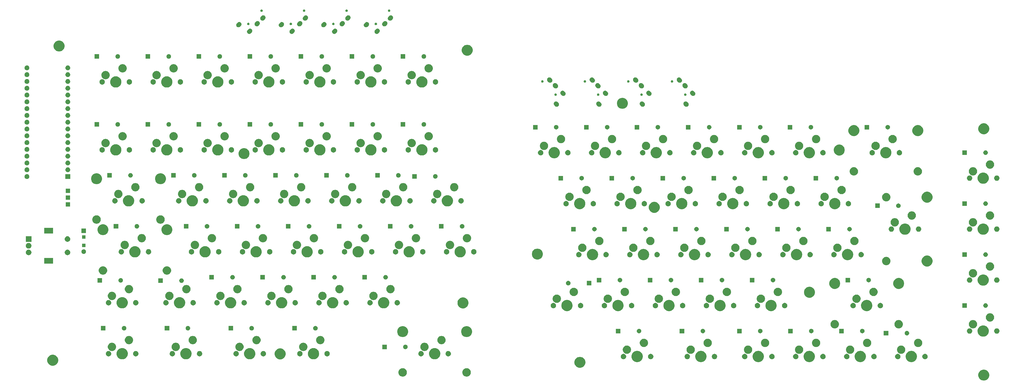
<source format=gts>
G04 #@! TF.GenerationSoftware,KiCad,Pcbnew,(5.1.5)-3*
G04 #@! TF.CreationDate,2021-06-27T16:27:36-05:00*
G04 #@! TF.ProjectId,SplitKeyboard,53706c69-744b-4657-9962-6f6172642e6b,rev?*
G04 #@! TF.SameCoordinates,Original*
G04 #@! TF.FileFunction,Soldermask,Top*
G04 #@! TF.FilePolarity,Negative*
%FSLAX46Y46*%
G04 Gerber Fmt 4.6, Leading zero omitted, Abs format (unit mm)*
G04 Created by KiCad (PCBNEW (5.1.5)-3) date 2021-06-27 16:27:36*
%MOMM*%
%LPD*%
G04 APERTURE LIST*
%ADD10C,0.100000*%
G04 APERTURE END LIST*
D10*
G36*
X385567004Y-191702818D02*
G01*
X385940261Y-191857426D01*
X385940263Y-191857427D01*
X386276186Y-192081884D01*
X386561866Y-192367564D01*
X386785863Y-192702798D01*
X386786324Y-192703489D01*
X386940932Y-193076746D01*
X387019750Y-193472993D01*
X387019750Y-193877007D01*
X386940932Y-194273254D01*
X386829148Y-194543124D01*
X386786323Y-194646513D01*
X386561866Y-194982436D01*
X386276186Y-195268116D01*
X385940263Y-195492573D01*
X385940262Y-195492574D01*
X385940261Y-195492574D01*
X385567004Y-195647182D01*
X385170757Y-195726000D01*
X384766743Y-195726000D01*
X384370496Y-195647182D01*
X383997239Y-195492574D01*
X383997238Y-195492574D01*
X383997237Y-195492573D01*
X383661314Y-195268116D01*
X383375634Y-194982436D01*
X383151177Y-194646513D01*
X383108352Y-194543124D01*
X382996568Y-194273254D01*
X382917750Y-193877007D01*
X382917750Y-193472993D01*
X382996568Y-193076746D01*
X383151176Y-192703489D01*
X383151638Y-192702798D01*
X383375634Y-192367564D01*
X383661314Y-192081884D01*
X383997237Y-191857427D01*
X383997239Y-191857426D01*
X384370496Y-191702818D01*
X384766743Y-191624000D01*
X385170757Y-191624000D01*
X385567004Y-191702818D01*
G37*
G36*
X168448661Y-191144526D02*
G01*
X168567387Y-191193704D01*
X168735291Y-191263252D01*
X168735292Y-191263253D01*
X168993254Y-191435617D01*
X169212633Y-191654996D01*
X169244587Y-191702819D01*
X169384998Y-191912959D01*
X169414061Y-191983124D01*
X169503724Y-192199589D01*
X169564250Y-192503876D01*
X169564250Y-192814124D01*
X169512012Y-193076746D01*
X169503724Y-193118410D01*
X169384998Y-193405041D01*
X169327803Y-193490639D01*
X169212633Y-193663004D01*
X168993254Y-193882383D01*
X168870458Y-193964432D01*
X168735291Y-194054748D01*
X168567387Y-194124296D01*
X168448661Y-194173474D01*
X168144375Y-194234000D01*
X167834125Y-194234000D01*
X167681983Y-194203737D01*
X167529839Y-194173474D01*
X167411113Y-194124296D01*
X167243209Y-194054748D01*
X167108042Y-193964432D01*
X166985246Y-193882383D01*
X166765867Y-193663004D01*
X166650697Y-193490639D01*
X166593502Y-193405041D01*
X166474776Y-193118410D01*
X166466489Y-193076746D01*
X166414250Y-192814124D01*
X166414250Y-192503876D01*
X166474776Y-192199589D01*
X166564439Y-191983124D01*
X166593502Y-191912959D01*
X166733913Y-191702819D01*
X166765867Y-191654996D01*
X166985246Y-191435617D01*
X167243208Y-191263253D01*
X167243209Y-191263252D01*
X167411113Y-191193704D01*
X167529839Y-191144526D01*
X167834125Y-191084000D01*
X168144375Y-191084000D01*
X168448661Y-191144526D01*
G37*
G36*
X192324661Y-191144526D02*
G01*
X192443387Y-191193704D01*
X192611291Y-191263252D01*
X192611292Y-191263253D01*
X192869254Y-191435617D01*
X193088633Y-191654996D01*
X193120587Y-191702819D01*
X193260998Y-191912959D01*
X193290061Y-191983124D01*
X193379724Y-192199589D01*
X193440250Y-192503876D01*
X193440250Y-192814124D01*
X193388012Y-193076746D01*
X193379724Y-193118410D01*
X193260998Y-193405041D01*
X193203803Y-193490639D01*
X193088633Y-193663004D01*
X192869254Y-193882383D01*
X192746458Y-193964432D01*
X192611291Y-194054748D01*
X192443387Y-194124296D01*
X192324661Y-194173474D01*
X192020375Y-194234000D01*
X191710125Y-194234000D01*
X191557983Y-194203737D01*
X191405839Y-194173474D01*
X191287113Y-194124296D01*
X191119209Y-194054748D01*
X190984042Y-193964432D01*
X190861246Y-193882383D01*
X190641867Y-193663004D01*
X190526697Y-193490639D01*
X190469502Y-193405041D01*
X190350776Y-193118410D01*
X190342489Y-193076746D01*
X190290250Y-192814124D01*
X190290250Y-192503876D01*
X190350776Y-192199589D01*
X190440439Y-191983124D01*
X190469502Y-191912959D01*
X190609913Y-191702819D01*
X190641867Y-191654996D01*
X190861246Y-191435617D01*
X191119208Y-191263253D01*
X191119209Y-191263252D01*
X191287113Y-191193704D01*
X191405839Y-191144526D01*
X191710125Y-191084000D01*
X192020375Y-191084000D01*
X192324661Y-191144526D01*
G37*
G36*
X234754504Y-186940318D02*
G01*
X235127761Y-187094926D01*
X235127763Y-187094927D01*
X235463686Y-187319384D01*
X235749366Y-187605064D01*
X235973363Y-187940298D01*
X235973824Y-187940989D01*
X236128432Y-188314246D01*
X236207250Y-188710493D01*
X236207250Y-189114507D01*
X236128432Y-189510754D01*
X236024641Y-189761327D01*
X235973823Y-189884013D01*
X235749366Y-190219936D01*
X235463686Y-190505616D01*
X235127763Y-190730073D01*
X235127762Y-190730074D01*
X235127761Y-190730074D01*
X234754504Y-190884682D01*
X234358257Y-190963500D01*
X233954243Y-190963500D01*
X233557996Y-190884682D01*
X233184739Y-190730074D01*
X233184738Y-190730074D01*
X233184737Y-190730073D01*
X232848814Y-190505616D01*
X232563134Y-190219936D01*
X232338677Y-189884013D01*
X232287859Y-189761327D01*
X232184068Y-189510754D01*
X232105250Y-189114507D01*
X232105250Y-188710493D01*
X232184068Y-188314246D01*
X232338676Y-187940989D01*
X232339138Y-187940298D01*
X232563134Y-187605064D01*
X232848814Y-187319384D01*
X233184737Y-187094927D01*
X233184739Y-187094926D01*
X233557996Y-186940318D01*
X233954243Y-186861500D01*
X234358257Y-186861500D01*
X234754504Y-186940318D01*
G37*
G36*
X37904504Y-186146568D02*
G01*
X38243148Y-186286839D01*
X38277763Y-186301177D01*
X38613686Y-186525634D01*
X38899366Y-186811314D01*
X39123363Y-187146548D01*
X39123824Y-187147239D01*
X39278432Y-187520496D01*
X39357250Y-187916743D01*
X39357250Y-188320757D01*
X39278432Y-188717004D01*
X39123824Y-189090261D01*
X39123823Y-189090263D01*
X38899366Y-189426186D01*
X38613686Y-189711866D01*
X38277763Y-189936323D01*
X38277762Y-189936324D01*
X38277761Y-189936324D01*
X37904504Y-190090932D01*
X37508257Y-190169750D01*
X37104243Y-190169750D01*
X36707996Y-190090932D01*
X36334739Y-189936324D01*
X36334738Y-189936324D01*
X36334737Y-189936323D01*
X35998814Y-189711866D01*
X35713134Y-189426186D01*
X35488677Y-189090263D01*
X35488676Y-189090261D01*
X35334068Y-188717004D01*
X35255250Y-188320757D01*
X35255250Y-187916743D01*
X35334068Y-187520496D01*
X35488676Y-187147239D01*
X35489138Y-187146548D01*
X35713134Y-186811314D01*
X35998814Y-186525634D01*
X36334737Y-186301177D01*
X36369352Y-186286839D01*
X36707996Y-186146568D01*
X37104243Y-186067750D01*
X37508257Y-186067750D01*
X37904504Y-186146568D01*
G37*
G36*
X301237360Y-184673000D02*
G01*
X301380589Y-184701490D01*
X301762947Y-184859868D01*
X301923180Y-184966932D01*
X302064204Y-185061161D01*
X302107060Y-185089797D01*
X302399703Y-185382440D01*
X302629632Y-185726553D01*
X302788010Y-186108911D01*
X302795815Y-186148149D01*
X302868750Y-186514818D01*
X302868750Y-186928682D01*
X302825276Y-187147239D01*
X302788010Y-187334589D01*
X302719794Y-187499277D01*
X302632542Y-187709923D01*
X302629632Y-187716947D01*
X302558867Y-187822854D01*
X302399704Y-188061059D01*
X302107059Y-188353704D01*
X302008214Y-188419750D01*
X301762947Y-188583632D01*
X301380589Y-188742010D01*
X301245286Y-188768923D01*
X300974682Y-188822750D01*
X300560818Y-188822750D01*
X300290214Y-188768923D01*
X300154911Y-188742010D01*
X299772553Y-188583632D01*
X299527286Y-188419750D01*
X299428441Y-188353704D01*
X299135796Y-188061059D01*
X298976633Y-187822854D01*
X298905868Y-187716947D01*
X298902959Y-187709923D01*
X298815706Y-187499277D01*
X298747490Y-187334589D01*
X298710224Y-187147239D01*
X298666750Y-186928682D01*
X298666750Y-186514818D01*
X298739685Y-186148149D01*
X298747490Y-186108911D01*
X298905868Y-185726553D01*
X299135797Y-185382440D01*
X299428440Y-185089797D01*
X299471297Y-185061161D01*
X299612320Y-184966932D01*
X299772553Y-184859868D01*
X300154911Y-184701490D01*
X300298140Y-184673000D01*
X300560818Y-184620750D01*
X300974682Y-184620750D01*
X301237360Y-184673000D01*
G37*
G36*
X279806110Y-184673000D02*
G01*
X279949339Y-184701490D01*
X280331697Y-184859868D01*
X280491930Y-184966932D01*
X280632954Y-185061161D01*
X280675810Y-185089797D01*
X280968453Y-185382440D01*
X281198382Y-185726553D01*
X281356760Y-186108911D01*
X281364565Y-186148149D01*
X281437500Y-186514818D01*
X281437500Y-186928682D01*
X281394026Y-187147239D01*
X281356760Y-187334589D01*
X281288544Y-187499277D01*
X281201292Y-187709923D01*
X281198382Y-187716947D01*
X281127617Y-187822854D01*
X280968454Y-188061059D01*
X280675809Y-188353704D01*
X280576964Y-188419750D01*
X280331697Y-188583632D01*
X279949339Y-188742010D01*
X279814036Y-188768923D01*
X279543432Y-188822750D01*
X279129568Y-188822750D01*
X278858964Y-188768923D01*
X278723661Y-188742010D01*
X278341303Y-188583632D01*
X278096036Y-188419750D01*
X277997191Y-188353704D01*
X277704546Y-188061059D01*
X277545383Y-187822854D01*
X277474618Y-187716947D01*
X277471709Y-187709923D01*
X277384456Y-187499277D01*
X277316240Y-187334589D01*
X277278974Y-187147239D01*
X277235500Y-186928682D01*
X277235500Y-186514818D01*
X277308435Y-186148149D01*
X277316240Y-186108911D01*
X277474618Y-185726553D01*
X277704547Y-185382440D01*
X277997190Y-185089797D01*
X278040047Y-185061161D01*
X278181070Y-184966932D01*
X278341303Y-184859868D01*
X278723661Y-184701490D01*
X278866890Y-184673000D01*
X279129568Y-184620750D01*
X279543432Y-184620750D01*
X279806110Y-184673000D01*
G37*
G36*
X255993610Y-184673000D02*
G01*
X256136839Y-184701490D01*
X256519197Y-184859868D01*
X256679430Y-184966932D01*
X256820454Y-185061161D01*
X256863310Y-185089797D01*
X257155953Y-185382440D01*
X257385882Y-185726553D01*
X257544260Y-186108911D01*
X257552065Y-186148149D01*
X257625000Y-186514818D01*
X257625000Y-186928682D01*
X257581526Y-187147239D01*
X257544260Y-187334589D01*
X257476044Y-187499277D01*
X257388792Y-187709923D01*
X257385882Y-187716947D01*
X257315117Y-187822854D01*
X257155954Y-188061059D01*
X256863309Y-188353704D01*
X256764464Y-188419750D01*
X256519197Y-188583632D01*
X256136839Y-188742010D01*
X256001536Y-188768923D01*
X255730932Y-188822750D01*
X255317068Y-188822750D01*
X255046464Y-188768923D01*
X254911161Y-188742010D01*
X254528803Y-188583632D01*
X254283536Y-188419750D01*
X254184691Y-188353704D01*
X253892046Y-188061059D01*
X253732883Y-187822854D01*
X253662118Y-187716947D01*
X253659209Y-187709923D01*
X253571956Y-187499277D01*
X253503740Y-187334589D01*
X253466474Y-187147239D01*
X253423000Y-186928682D01*
X253423000Y-186514818D01*
X253495935Y-186148149D01*
X253503740Y-186108911D01*
X253662118Y-185726553D01*
X253892047Y-185382440D01*
X254184690Y-185089797D01*
X254227547Y-185061161D01*
X254368570Y-184966932D01*
X254528803Y-184859868D01*
X254911161Y-184701490D01*
X255054390Y-184673000D01*
X255317068Y-184620750D01*
X255730932Y-184620750D01*
X255993610Y-184673000D01*
G37*
G36*
X358387360Y-184673000D02*
G01*
X358530589Y-184701490D01*
X358912947Y-184859868D01*
X359073180Y-184966932D01*
X359214204Y-185061161D01*
X359257060Y-185089797D01*
X359549703Y-185382440D01*
X359779632Y-185726553D01*
X359938010Y-186108911D01*
X359945815Y-186148149D01*
X360018750Y-186514818D01*
X360018750Y-186928682D01*
X359975276Y-187147239D01*
X359938010Y-187334589D01*
X359869794Y-187499277D01*
X359782542Y-187709923D01*
X359779632Y-187716947D01*
X359708867Y-187822854D01*
X359549704Y-188061059D01*
X359257059Y-188353704D01*
X359158214Y-188419750D01*
X358912947Y-188583632D01*
X358530589Y-188742010D01*
X358395286Y-188768923D01*
X358124682Y-188822750D01*
X357710818Y-188822750D01*
X357440214Y-188768923D01*
X357304911Y-188742010D01*
X356922553Y-188583632D01*
X356677286Y-188419750D01*
X356578441Y-188353704D01*
X356285796Y-188061059D01*
X356126633Y-187822854D01*
X356055868Y-187716947D01*
X356052959Y-187709923D01*
X355965706Y-187499277D01*
X355897490Y-187334589D01*
X355860224Y-187147239D01*
X355816750Y-186928682D01*
X355816750Y-186514818D01*
X355889685Y-186148149D01*
X355897490Y-186108911D01*
X356055868Y-185726553D01*
X356285797Y-185382440D01*
X356578440Y-185089797D01*
X356621297Y-185061161D01*
X356762320Y-184966932D01*
X356922553Y-184859868D01*
X357304911Y-184701490D01*
X357448140Y-184673000D01*
X357710818Y-184620750D01*
X358124682Y-184620750D01*
X358387360Y-184673000D01*
G37*
G36*
X339337360Y-184673000D02*
G01*
X339480589Y-184701490D01*
X339862947Y-184859868D01*
X340023180Y-184966932D01*
X340164204Y-185061161D01*
X340207060Y-185089797D01*
X340499703Y-185382440D01*
X340729632Y-185726553D01*
X340888010Y-186108911D01*
X340895815Y-186148149D01*
X340968750Y-186514818D01*
X340968750Y-186928682D01*
X340925276Y-187147239D01*
X340888010Y-187334589D01*
X340819794Y-187499277D01*
X340732542Y-187709923D01*
X340729632Y-187716947D01*
X340658867Y-187822854D01*
X340499704Y-188061059D01*
X340207059Y-188353704D01*
X340108214Y-188419750D01*
X339862947Y-188583632D01*
X339480589Y-188742010D01*
X339345286Y-188768923D01*
X339074682Y-188822750D01*
X338660818Y-188822750D01*
X338390214Y-188768923D01*
X338254911Y-188742010D01*
X337872553Y-188583632D01*
X337627286Y-188419750D01*
X337528441Y-188353704D01*
X337235796Y-188061059D01*
X337076633Y-187822854D01*
X337005868Y-187716947D01*
X337002959Y-187709923D01*
X336915706Y-187499277D01*
X336847490Y-187334589D01*
X336810224Y-187147239D01*
X336766750Y-186928682D01*
X336766750Y-186514818D01*
X336839685Y-186148149D01*
X336847490Y-186108911D01*
X337005868Y-185726553D01*
X337235797Y-185382440D01*
X337528440Y-185089797D01*
X337571297Y-185061161D01*
X337712320Y-184966932D01*
X337872553Y-184859868D01*
X338254911Y-184701490D01*
X338398140Y-184673000D01*
X338660818Y-184620750D01*
X339074682Y-184620750D01*
X339337360Y-184673000D01*
G37*
G36*
X320287360Y-184673000D02*
G01*
X320430589Y-184701490D01*
X320812947Y-184859868D01*
X320973180Y-184966932D01*
X321114204Y-185061161D01*
X321157060Y-185089797D01*
X321449703Y-185382440D01*
X321679632Y-185726553D01*
X321838010Y-186108911D01*
X321845815Y-186148149D01*
X321918750Y-186514818D01*
X321918750Y-186928682D01*
X321875276Y-187147239D01*
X321838010Y-187334589D01*
X321769794Y-187499277D01*
X321682542Y-187709923D01*
X321679632Y-187716947D01*
X321608867Y-187822854D01*
X321449704Y-188061059D01*
X321157059Y-188353704D01*
X321058214Y-188419750D01*
X320812947Y-188583632D01*
X320430589Y-188742010D01*
X320295286Y-188768923D01*
X320024682Y-188822750D01*
X319610818Y-188822750D01*
X319340214Y-188768923D01*
X319204911Y-188742010D01*
X318822553Y-188583632D01*
X318577286Y-188419750D01*
X318478441Y-188353704D01*
X318185796Y-188061059D01*
X318026633Y-187822854D01*
X317955868Y-187716947D01*
X317952959Y-187709923D01*
X317865706Y-187499277D01*
X317797490Y-187334589D01*
X317760224Y-187147239D01*
X317716750Y-186928682D01*
X317716750Y-186514818D01*
X317789685Y-186148149D01*
X317797490Y-186108911D01*
X317955868Y-185726553D01*
X318185797Y-185382440D01*
X318478440Y-185089797D01*
X318521297Y-185061161D01*
X318662320Y-184966932D01*
X318822553Y-184859868D01*
X319204911Y-184701490D01*
X319348140Y-184673000D01*
X319610818Y-184620750D01*
X320024682Y-184620750D01*
X320287360Y-184673000D01*
G37*
G36*
X122835754Y-183765318D02*
G01*
X123209011Y-183919926D01*
X123209013Y-183919927D01*
X123544936Y-184144384D01*
X123830616Y-184430064D01*
X124054613Y-184765298D01*
X124055074Y-184765989D01*
X124209682Y-185139246D01*
X124288500Y-185535493D01*
X124288500Y-185939507D01*
X124209682Y-186335754D01*
X124077478Y-186654923D01*
X124055073Y-186709013D01*
X123830616Y-187044936D01*
X123544936Y-187330616D01*
X123209013Y-187555073D01*
X123209012Y-187555074D01*
X123209011Y-187555074D01*
X122835754Y-187709682D01*
X122439507Y-187788500D01*
X122035493Y-187788500D01*
X121639246Y-187709682D01*
X121265989Y-187555074D01*
X121265988Y-187555074D01*
X121265987Y-187555073D01*
X120930064Y-187330616D01*
X120644384Y-187044936D01*
X120419927Y-186709013D01*
X120397522Y-186654923D01*
X120265318Y-186335754D01*
X120186500Y-185939507D01*
X120186500Y-185535493D01*
X120265318Y-185139246D01*
X120419926Y-184765989D01*
X120420388Y-184765298D01*
X120644384Y-184430064D01*
X120930064Y-184144384D01*
X121265987Y-183919927D01*
X121265989Y-183919926D01*
X121639246Y-183765318D01*
X122035493Y-183686500D01*
X122439507Y-183686500D01*
X122835754Y-183765318D01*
G37*
G36*
X135161036Y-183626827D02*
G01*
X135296339Y-183653740D01*
X135678697Y-183812118D01*
X135763336Y-183868672D01*
X136003268Y-184028989D01*
X136022810Y-184042047D01*
X136315453Y-184334690D01*
X136545382Y-184678803D01*
X136693297Y-185035900D01*
X136703760Y-185061162D01*
X136784500Y-185467068D01*
X136784500Y-185880932D01*
X136739152Y-186108911D01*
X136703760Y-186286839D01*
X136644556Y-186429769D01*
X136551295Y-186654923D01*
X136545382Y-186669197D01*
X136520425Y-186706548D01*
X136315454Y-187013309D01*
X136022809Y-187305954D01*
X135911876Y-187380077D01*
X135678697Y-187535882D01*
X135678696Y-187535883D01*
X135678695Y-187535883D01*
X135632356Y-187555077D01*
X135296339Y-187694260D01*
X135182293Y-187716945D01*
X134890432Y-187775000D01*
X134476568Y-187775000D01*
X134184707Y-187716945D01*
X134070661Y-187694260D01*
X133734644Y-187555077D01*
X133688305Y-187535883D01*
X133688304Y-187535883D01*
X133688303Y-187535882D01*
X133455124Y-187380077D01*
X133344191Y-187305954D01*
X133051546Y-187013309D01*
X132846575Y-186706548D01*
X132821618Y-186669197D01*
X132815706Y-186654923D01*
X132722444Y-186429769D01*
X132663240Y-186286839D01*
X132627848Y-186108911D01*
X132582500Y-185880932D01*
X132582500Y-185467068D01*
X132663240Y-185061162D01*
X132673704Y-185035900D01*
X132821618Y-184678803D01*
X133051547Y-184334690D01*
X133344190Y-184042047D01*
X133363733Y-184028989D01*
X133603664Y-183868672D01*
X133688303Y-183812118D01*
X134070661Y-183653740D01*
X134205964Y-183626827D01*
X134476568Y-183573000D01*
X134890432Y-183573000D01*
X135161036Y-183626827D01*
G37*
G36*
X180404786Y-183626827D02*
G01*
X180540089Y-183653740D01*
X180922447Y-183812118D01*
X181007086Y-183868672D01*
X181247018Y-184028989D01*
X181266560Y-184042047D01*
X181559203Y-184334690D01*
X181789132Y-184678803D01*
X181937047Y-185035900D01*
X181947510Y-185061162D01*
X182028250Y-185467068D01*
X182028250Y-185880932D01*
X181982902Y-186108911D01*
X181947510Y-186286839D01*
X181888306Y-186429769D01*
X181795045Y-186654923D01*
X181789132Y-186669197D01*
X181764175Y-186706548D01*
X181559204Y-187013309D01*
X181266559Y-187305954D01*
X181155626Y-187380077D01*
X180922447Y-187535882D01*
X180922446Y-187535883D01*
X180922445Y-187535883D01*
X180876106Y-187555077D01*
X180540089Y-187694260D01*
X180426043Y-187716945D01*
X180134182Y-187775000D01*
X179720318Y-187775000D01*
X179428457Y-187716945D01*
X179314411Y-187694260D01*
X178978394Y-187555077D01*
X178932055Y-187535883D01*
X178932054Y-187535883D01*
X178932053Y-187535882D01*
X178698874Y-187380077D01*
X178587941Y-187305954D01*
X178295296Y-187013309D01*
X178090325Y-186706548D01*
X178065368Y-186669197D01*
X178059456Y-186654923D01*
X177966194Y-186429769D01*
X177906990Y-186286839D01*
X177871598Y-186108911D01*
X177826250Y-185880932D01*
X177826250Y-185467068D01*
X177906990Y-185061162D01*
X177917454Y-185035900D01*
X178065368Y-184678803D01*
X178295297Y-184334690D01*
X178587940Y-184042047D01*
X178607483Y-184028989D01*
X178847414Y-183868672D01*
X178932053Y-183812118D01*
X179314411Y-183653740D01*
X179449714Y-183626827D01*
X179720318Y-183573000D01*
X180134182Y-183573000D01*
X180404786Y-183626827D01*
G37*
G36*
X63723536Y-183626827D02*
G01*
X63858839Y-183653740D01*
X64241197Y-183812118D01*
X64325836Y-183868672D01*
X64565768Y-184028989D01*
X64585310Y-184042047D01*
X64877953Y-184334690D01*
X65107882Y-184678803D01*
X65255797Y-185035900D01*
X65266260Y-185061162D01*
X65347000Y-185467068D01*
X65347000Y-185880932D01*
X65301652Y-186108911D01*
X65266260Y-186286839D01*
X65207056Y-186429769D01*
X65113795Y-186654923D01*
X65107882Y-186669197D01*
X65082925Y-186706548D01*
X64877954Y-187013309D01*
X64585309Y-187305954D01*
X64474376Y-187380077D01*
X64241197Y-187535882D01*
X64241196Y-187535883D01*
X64241195Y-187535883D01*
X64194856Y-187555077D01*
X63858839Y-187694260D01*
X63744793Y-187716945D01*
X63452932Y-187775000D01*
X63039068Y-187775000D01*
X62747207Y-187716945D01*
X62633161Y-187694260D01*
X62297144Y-187555077D01*
X62250805Y-187535883D01*
X62250804Y-187535883D01*
X62250803Y-187535882D01*
X62017624Y-187380077D01*
X61906691Y-187305954D01*
X61614046Y-187013309D01*
X61409075Y-186706548D01*
X61384118Y-186669197D01*
X61378206Y-186654923D01*
X61284944Y-186429769D01*
X61225740Y-186286839D01*
X61190348Y-186108911D01*
X61145000Y-185880932D01*
X61145000Y-185467068D01*
X61225740Y-185061162D01*
X61236204Y-185035900D01*
X61384118Y-184678803D01*
X61614047Y-184334690D01*
X61906690Y-184042047D01*
X61926233Y-184028989D01*
X62166164Y-183868672D01*
X62250803Y-183812118D01*
X62633161Y-183653740D01*
X62768464Y-183626827D01*
X63039068Y-183573000D01*
X63452932Y-183573000D01*
X63723536Y-183626827D01*
G37*
G36*
X87536036Y-183626827D02*
G01*
X87671339Y-183653740D01*
X88053697Y-183812118D01*
X88138336Y-183868672D01*
X88378268Y-184028989D01*
X88397810Y-184042047D01*
X88690453Y-184334690D01*
X88920382Y-184678803D01*
X89068297Y-185035900D01*
X89078760Y-185061162D01*
X89159500Y-185467068D01*
X89159500Y-185880932D01*
X89114152Y-186108911D01*
X89078760Y-186286839D01*
X89019556Y-186429769D01*
X88926295Y-186654923D01*
X88920382Y-186669197D01*
X88895425Y-186706548D01*
X88690454Y-187013309D01*
X88397809Y-187305954D01*
X88286876Y-187380077D01*
X88053697Y-187535882D01*
X88053696Y-187535883D01*
X88053695Y-187535883D01*
X88007356Y-187555077D01*
X87671339Y-187694260D01*
X87557293Y-187716945D01*
X87265432Y-187775000D01*
X86851568Y-187775000D01*
X86559707Y-187716945D01*
X86445661Y-187694260D01*
X86109644Y-187555077D01*
X86063305Y-187535883D01*
X86063304Y-187535883D01*
X86063303Y-187535882D01*
X85830124Y-187380077D01*
X85719191Y-187305954D01*
X85426546Y-187013309D01*
X85221575Y-186706548D01*
X85196618Y-186669197D01*
X85190706Y-186654923D01*
X85097444Y-186429769D01*
X85038240Y-186286839D01*
X85002848Y-186108911D01*
X84957500Y-185880932D01*
X84957500Y-185467068D01*
X85038240Y-185061162D01*
X85048704Y-185035900D01*
X85196618Y-184678803D01*
X85426547Y-184334690D01*
X85719190Y-184042047D01*
X85738733Y-184028989D01*
X85978664Y-183868672D01*
X86063303Y-183812118D01*
X86445661Y-183653740D01*
X86580964Y-183626827D01*
X86851568Y-183573000D01*
X87265432Y-183573000D01*
X87536036Y-183626827D01*
G37*
G36*
X111348536Y-183626827D02*
G01*
X111483839Y-183653740D01*
X111866197Y-183812118D01*
X111950836Y-183868672D01*
X112190768Y-184028989D01*
X112210310Y-184042047D01*
X112502953Y-184334690D01*
X112732882Y-184678803D01*
X112880797Y-185035900D01*
X112891260Y-185061162D01*
X112972000Y-185467068D01*
X112972000Y-185880932D01*
X112926652Y-186108911D01*
X112891260Y-186286839D01*
X112832056Y-186429769D01*
X112738795Y-186654923D01*
X112732882Y-186669197D01*
X112707925Y-186706548D01*
X112502954Y-187013309D01*
X112210309Y-187305954D01*
X112099376Y-187380077D01*
X111866197Y-187535882D01*
X111866196Y-187535883D01*
X111866195Y-187535883D01*
X111819856Y-187555077D01*
X111483839Y-187694260D01*
X111369793Y-187716945D01*
X111077932Y-187775000D01*
X110664068Y-187775000D01*
X110372207Y-187716945D01*
X110258161Y-187694260D01*
X109922144Y-187555077D01*
X109875805Y-187535883D01*
X109875804Y-187535883D01*
X109875803Y-187535882D01*
X109642624Y-187380077D01*
X109531691Y-187305954D01*
X109239046Y-187013309D01*
X109034075Y-186706548D01*
X109009118Y-186669197D01*
X109003206Y-186654923D01*
X108909944Y-186429769D01*
X108850740Y-186286839D01*
X108815348Y-186108911D01*
X108770000Y-185880932D01*
X108770000Y-185467068D01*
X108850740Y-185061162D01*
X108861204Y-185035900D01*
X109009118Y-184678803D01*
X109239047Y-184334690D01*
X109531690Y-184042047D01*
X109551233Y-184028989D01*
X109791164Y-183868672D01*
X109875803Y-183812118D01*
X110258161Y-183653740D01*
X110393464Y-183626827D01*
X110664068Y-183573000D01*
X111077932Y-183573000D01*
X111348536Y-183626827D01*
G37*
G36*
X314865514Y-185726553D02*
G01*
X315029731Y-185759218D01*
X315211901Y-185834676D01*
X315375850Y-185944223D01*
X315515277Y-186083650D01*
X315558375Y-186148151D01*
X315624825Y-186247601D01*
X315641078Y-186286839D01*
X315699083Y-186426874D01*
X315700282Y-186429770D01*
X315738750Y-186623159D01*
X315738750Y-186820341D01*
X315737396Y-186827146D01*
X315700282Y-187013731D01*
X315624824Y-187195901D01*
X315515277Y-187359850D01*
X315375850Y-187499277D01*
X315211901Y-187608824D01*
X315211900Y-187608825D01*
X315211899Y-187608825D01*
X315158545Y-187630925D01*
X315029731Y-187684282D01*
X314979568Y-187694260D01*
X314836341Y-187722750D01*
X314639159Y-187722750D01*
X314495932Y-187694260D01*
X314445769Y-187684282D01*
X314316955Y-187630925D01*
X314263601Y-187608825D01*
X314263600Y-187608825D01*
X314263599Y-187608824D01*
X314099650Y-187499277D01*
X313960223Y-187359850D01*
X313850676Y-187195901D01*
X313775218Y-187013731D01*
X313738104Y-186827146D01*
X313736750Y-186820341D01*
X313736750Y-186623159D01*
X313775218Y-186429770D01*
X313776418Y-186426874D01*
X313834422Y-186286839D01*
X313850675Y-186247601D01*
X313917125Y-186148151D01*
X313960223Y-186083650D01*
X314099650Y-185944223D01*
X314263599Y-185834676D01*
X314445769Y-185759218D01*
X314609986Y-185726553D01*
X314639159Y-185720750D01*
X314836341Y-185720750D01*
X314865514Y-185726553D01*
G37*
G36*
X250571764Y-185726553D02*
G01*
X250735981Y-185759218D01*
X250918151Y-185834676D01*
X251082100Y-185944223D01*
X251221527Y-186083650D01*
X251264625Y-186148151D01*
X251331075Y-186247601D01*
X251347328Y-186286839D01*
X251405333Y-186426874D01*
X251406532Y-186429770D01*
X251445000Y-186623159D01*
X251445000Y-186820341D01*
X251443646Y-186827146D01*
X251406532Y-187013731D01*
X251331074Y-187195901D01*
X251221527Y-187359850D01*
X251082100Y-187499277D01*
X250918151Y-187608824D01*
X250918150Y-187608825D01*
X250918149Y-187608825D01*
X250864795Y-187630925D01*
X250735981Y-187684282D01*
X250685818Y-187694260D01*
X250542591Y-187722750D01*
X250345409Y-187722750D01*
X250202182Y-187694260D01*
X250152019Y-187684282D01*
X250023205Y-187630925D01*
X249969851Y-187608825D01*
X249969850Y-187608825D01*
X249969849Y-187608824D01*
X249805900Y-187499277D01*
X249666473Y-187359850D01*
X249556926Y-187195901D01*
X249481468Y-187013731D01*
X249444354Y-186827146D01*
X249443000Y-186820341D01*
X249443000Y-186623159D01*
X249481468Y-186429770D01*
X249482668Y-186426874D01*
X249540672Y-186286839D01*
X249556925Y-186247601D01*
X249623375Y-186148151D01*
X249666473Y-186083650D01*
X249805900Y-185944223D01*
X249969849Y-185834676D01*
X250152019Y-185759218D01*
X250316236Y-185726553D01*
X250345409Y-185720750D01*
X250542591Y-185720750D01*
X250571764Y-185726553D01*
G37*
G36*
X274384264Y-185726553D02*
G01*
X274548481Y-185759218D01*
X274730651Y-185834676D01*
X274894600Y-185944223D01*
X275034027Y-186083650D01*
X275077125Y-186148151D01*
X275143575Y-186247601D01*
X275159828Y-186286839D01*
X275217833Y-186426874D01*
X275219032Y-186429770D01*
X275257500Y-186623159D01*
X275257500Y-186820341D01*
X275256146Y-186827146D01*
X275219032Y-187013731D01*
X275143574Y-187195901D01*
X275034027Y-187359850D01*
X274894600Y-187499277D01*
X274730651Y-187608824D01*
X274730650Y-187608825D01*
X274730649Y-187608825D01*
X274677295Y-187630925D01*
X274548481Y-187684282D01*
X274498318Y-187694260D01*
X274355091Y-187722750D01*
X274157909Y-187722750D01*
X274014682Y-187694260D01*
X273964519Y-187684282D01*
X273835705Y-187630925D01*
X273782351Y-187608825D01*
X273782350Y-187608825D01*
X273782349Y-187608824D01*
X273618400Y-187499277D01*
X273478973Y-187359850D01*
X273369426Y-187195901D01*
X273293968Y-187013731D01*
X273256854Y-186827146D01*
X273255500Y-186820341D01*
X273255500Y-186623159D01*
X273293968Y-186429770D01*
X273295168Y-186426874D01*
X273353172Y-186286839D01*
X273369425Y-186247601D01*
X273435875Y-186148151D01*
X273478973Y-186083650D01*
X273618400Y-185944223D01*
X273782349Y-185834676D01*
X273964519Y-185759218D01*
X274128736Y-185726553D01*
X274157909Y-185720750D01*
X274355091Y-185720750D01*
X274384264Y-185726553D01*
G37*
G36*
X284544264Y-185726553D02*
G01*
X284708481Y-185759218D01*
X284890651Y-185834676D01*
X285054600Y-185944223D01*
X285194027Y-186083650D01*
X285237125Y-186148151D01*
X285303575Y-186247601D01*
X285319828Y-186286839D01*
X285377833Y-186426874D01*
X285379032Y-186429770D01*
X285417500Y-186623159D01*
X285417500Y-186820341D01*
X285416146Y-186827146D01*
X285379032Y-187013731D01*
X285303574Y-187195901D01*
X285194027Y-187359850D01*
X285054600Y-187499277D01*
X284890651Y-187608824D01*
X284890650Y-187608825D01*
X284890649Y-187608825D01*
X284837295Y-187630925D01*
X284708481Y-187684282D01*
X284658318Y-187694260D01*
X284515091Y-187722750D01*
X284317909Y-187722750D01*
X284174682Y-187694260D01*
X284124519Y-187684282D01*
X283995705Y-187630925D01*
X283942351Y-187608825D01*
X283942350Y-187608825D01*
X283942349Y-187608824D01*
X283778400Y-187499277D01*
X283638973Y-187359850D01*
X283529426Y-187195901D01*
X283453968Y-187013731D01*
X283416854Y-186827146D01*
X283415500Y-186820341D01*
X283415500Y-186623159D01*
X283453968Y-186429770D01*
X283455168Y-186426874D01*
X283513172Y-186286839D01*
X283529425Y-186247601D01*
X283595875Y-186148151D01*
X283638973Y-186083650D01*
X283778400Y-185944223D01*
X283942349Y-185834676D01*
X284124519Y-185759218D01*
X284288736Y-185726553D01*
X284317909Y-185720750D01*
X284515091Y-185720750D01*
X284544264Y-185726553D01*
G37*
G36*
X295815514Y-185726553D02*
G01*
X295979731Y-185759218D01*
X296161901Y-185834676D01*
X296325850Y-185944223D01*
X296465277Y-186083650D01*
X296508375Y-186148151D01*
X296574825Y-186247601D01*
X296591078Y-186286839D01*
X296649083Y-186426874D01*
X296650282Y-186429770D01*
X296688750Y-186623159D01*
X296688750Y-186820341D01*
X296687396Y-186827146D01*
X296650282Y-187013731D01*
X296574824Y-187195901D01*
X296465277Y-187359850D01*
X296325850Y-187499277D01*
X296161901Y-187608824D01*
X296161900Y-187608825D01*
X296161899Y-187608825D01*
X296108545Y-187630925D01*
X295979731Y-187684282D01*
X295929568Y-187694260D01*
X295786341Y-187722750D01*
X295589159Y-187722750D01*
X295445932Y-187694260D01*
X295395769Y-187684282D01*
X295266955Y-187630925D01*
X295213601Y-187608825D01*
X295213600Y-187608825D01*
X295213599Y-187608824D01*
X295049650Y-187499277D01*
X294910223Y-187359850D01*
X294800676Y-187195901D01*
X294725218Y-187013731D01*
X294688104Y-186827146D01*
X294686750Y-186820341D01*
X294686750Y-186623159D01*
X294725218Y-186429770D01*
X294726418Y-186426874D01*
X294784422Y-186286839D01*
X294800675Y-186247601D01*
X294867125Y-186148151D01*
X294910223Y-186083650D01*
X295049650Y-185944223D01*
X295213599Y-185834676D01*
X295395769Y-185759218D01*
X295559986Y-185726553D01*
X295589159Y-185720750D01*
X295786341Y-185720750D01*
X295815514Y-185726553D01*
G37*
G36*
X305975514Y-185726553D02*
G01*
X306139731Y-185759218D01*
X306321901Y-185834676D01*
X306485850Y-185944223D01*
X306625277Y-186083650D01*
X306668375Y-186148151D01*
X306734825Y-186247601D01*
X306751078Y-186286839D01*
X306809083Y-186426874D01*
X306810282Y-186429770D01*
X306848750Y-186623159D01*
X306848750Y-186820341D01*
X306847396Y-186827146D01*
X306810282Y-187013731D01*
X306734824Y-187195901D01*
X306625277Y-187359850D01*
X306485850Y-187499277D01*
X306321901Y-187608824D01*
X306321900Y-187608825D01*
X306321899Y-187608825D01*
X306268545Y-187630925D01*
X306139731Y-187684282D01*
X306089568Y-187694260D01*
X305946341Y-187722750D01*
X305749159Y-187722750D01*
X305605932Y-187694260D01*
X305555769Y-187684282D01*
X305426955Y-187630925D01*
X305373601Y-187608825D01*
X305373600Y-187608825D01*
X305373599Y-187608824D01*
X305209650Y-187499277D01*
X305070223Y-187359850D01*
X304960676Y-187195901D01*
X304885218Y-187013731D01*
X304848104Y-186827146D01*
X304846750Y-186820341D01*
X304846750Y-186623159D01*
X304885218Y-186429770D01*
X304886418Y-186426874D01*
X304944422Y-186286839D01*
X304960675Y-186247601D01*
X305027125Y-186148151D01*
X305070223Y-186083650D01*
X305209650Y-185944223D01*
X305373599Y-185834676D01*
X305555769Y-185759218D01*
X305719986Y-185726553D01*
X305749159Y-185720750D01*
X305946341Y-185720750D01*
X305975514Y-185726553D01*
G37*
G36*
X325025514Y-185726553D02*
G01*
X325189731Y-185759218D01*
X325371901Y-185834676D01*
X325535850Y-185944223D01*
X325675277Y-186083650D01*
X325718375Y-186148151D01*
X325784825Y-186247601D01*
X325801078Y-186286839D01*
X325859083Y-186426874D01*
X325860282Y-186429770D01*
X325898750Y-186623159D01*
X325898750Y-186820341D01*
X325897396Y-186827146D01*
X325860282Y-187013731D01*
X325784824Y-187195901D01*
X325675277Y-187359850D01*
X325535850Y-187499277D01*
X325371901Y-187608824D01*
X325371900Y-187608825D01*
X325371899Y-187608825D01*
X325318545Y-187630925D01*
X325189731Y-187684282D01*
X325139568Y-187694260D01*
X324996341Y-187722750D01*
X324799159Y-187722750D01*
X324655932Y-187694260D01*
X324605769Y-187684282D01*
X324476955Y-187630925D01*
X324423601Y-187608825D01*
X324423600Y-187608825D01*
X324423599Y-187608824D01*
X324259650Y-187499277D01*
X324120223Y-187359850D01*
X324010676Y-187195901D01*
X323935218Y-187013731D01*
X323898104Y-186827146D01*
X323896750Y-186820341D01*
X323896750Y-186623159D01*
X323935218Y-186429770D01*
X323936418Y-186426874D01*
X323994422Y-186286839D01*
X324010675Y-186247601D01*
X324077125Y-186148151D01*
X324120223Y-186083650D01*
X324259650Y-185944223D01*
X324423599Y-185834676D01*
X324605769Y-185759218D01*
X324769986Y-185726553D01*
X324799159Y-185720750D01*
X324996341Y-185720750D01*
X325025514Y-185726553D01*
G37*
G36*
X344075514Y-185726553D02*
G01*
X344239731Y-185759218D01*
X344421901Y-185834676D01*
X344585850Y-185944223D01*
X344725277Y-186083650D01*
X344768375Y-186148151D01*
X344834825Y-186247601D01*
X344851078Y-186286839D01*
X344909083Y-186426874D01*
X344910282Y-186429770D01*
X344948750Y-186623159D01*
X344948750Y-186820341D01*
X344947396Y-186827146D01*
X344910282Y-187013731D01*
X344834824Y-187195901D01*
X344725277Y-187359850D01*
X344585850Y-187499277D01*
X344421901Y-187608824D01*
X344421900Y-187608825D01*
X344421899Y-187608825D01*
X344368545Y-187630925D01*
X344239731Y-187684282D01*
X344189568Y-187694260D01*
X344046341Y-187722750D01*
X343849159Y-187722750D01*
X343705932Y-187694260D01*
X343655769Y-187684282D01*
X343526955Y-187630925D01*
X343473601Y-187608825D01*
X343473600Y-187608825D01*
X343473599Y-187608824D01*
X343309650Y-187499277D01*
X343170223Y-187359850D01*
X343060676Y-187195901D01*
X342985218Y-187013731D01*
X342948104Y-186827146D01*
X342946750Y-186820341D01*
X342946750Y-186623159D01*
X342985218Y-186429770D01*
X342986418Y-186426874D01*
X343044422Y-186286839D01*
X343060675Y-186247601D01*
X343127125Y-186148151D01*
X343170223Y-186083650D01*
X343309650Y-185944223D01*
X343473599Y-185834676D01*
X343655769Y-185759218D01*
X343819986Y-185726553D01*
X343849159Y-185720750D01*
X344046341Y-185720750D01*
X344075514Y-185726553D01*
G37*
G36*
X352965514Y-185726553D02*
G01*
X353129731Y-185759218D01*
X353311901Y-185834676D01*
X353475850Y-185944223D01*
X353615277Y-186083650D01*
X353658375Y-186148151D01*
X353724825Y-186247601D01*
X353741078Y-186286839D01*
X353799083Y-186426874D01*
X353800282Y-186429770D01*
X353838750Y-186623159D01*
X353838750Y-186820341D01*
X353837396Y-186827146D01*
X353800282Y-187013731D01*
X353724824Y-187195901D01*
X353615277Y-187359850D01*
X353475850Y-187499277D01*
X353311901Y-187608824D01*
X353311900Y-187608825D01*
X353311899Y-187608825D01*
X353258545Y-187630925D01*
X353129731Y-187684282D01*
X353079568Y-187694260D01*
X352936341Y-187722750D01*
X352739159Y-187722750D01*
X352595932Y-187694260D01*
X352545769Y-187684282D01*
X352416955Y-187630925D01*
X352363601Y-187608825D01*
X352363600Y-187608825D01*
X352363599Y-187608824D01*
X352199650Y-187499277D01*
X352060223Y-187359850D01*
X351950676Y-187195901D01*
X351875218Y-187013731D01*
X351838104Y-186827146D01*
X351836750Y-186820341D01*
X351836750Y-186623159D01*
X351875218Y-186429770D01*
X351876418Y-186426874D01*
X351934422Y-186286839D01*
X351950675Y-186247601D01*
X352017125Y-186148151D01*
X352060223Y-186083650D01*
X352199650Y-185944223D01*
X352363599Y-185834676D01*
X352545769Y-185759218D01*
X352709986Y-185726553D01*
X352739159Y-185720750D01*
X352936341Y-185720750D01*
X352965514Y-185726553D01*
G37*
G36*
X363125514Y-185726553D02*
G01*
X363289731Y-185759218D01*
X363471901Y-185834676D01*
X363635850Y-185944223D01*
X363775277Y-186083650D01*
X363818375Y-186148151D01*
X363884825Y-186247601D01*
X363901078Y-186286839D01*
X363959083Y-186426874D01*
X363960282Y-186429770D01*
X363998750Y-186623159D01*
X363998750Y-186820341D01*
X363997396Y-186827146D01*
X363960282Y-187013731D01*
X363884824Y-187195901D01*
X363775277Y-187359850D01*
X363635850Y-187499277D01*
X363471901Y-187608824D01*
X363471900Y-187608825D01*
X363471899Y-187608825D01*
X363418545Y-187630925D01*
X363289731Y-187684282D01*
X363239568Y-187694260D01*
X363096341Y-187722750D01*
X362899159Y-187722750D01*
X362755932Y-187694260D01*
X362705769Y-187684282D01*
X362576955Y-187630925D01*
X362523601Y-187608825D01*
X362523600Y-187608825D01*
X362523599Y-187608824D01*
X362359650Y-187499277D01*
X362220223Y-187359850D01*
X362110676Y-187195901D01*
X362035218Y-187013731D01*
X361998104Y-186827146D01*
X361996750Y-186820341D01*
X361996750Y-186623159D01*
X362035218Y-186429770D01*
X362036418Y-186426874D01*
X362094422Y-186286839D01*
X362110675Y-186247601D01*
X362177125Y-186148151D01*
X362220223Y-186083650D01*
X362359650Y-185944223D01*
X362523599Y-185834676D01*
X362705769Y-185759218D01*
X362869986Y-185726553D01*
X362899159Y-185720750D01*
X363096341Y-185720750D01*
X363125514Y-185726553D01*
G37*
G36*
X260731764Y-185726553D02*
G01*
X260895981Y-185759218D01*
X261078151Y-185834676D01*
X261242100Y-185944223D01*
X261381527Y-186083650D01*
X261424625Y-186148151D01*
X261491075Y-186247601D01*
X261507328Y-186286839D01*
X261565333Y-186426874D01*
X261566532Y-186429770D01*
X261605000Y-186623159D01*
X261605000Y-186820341D01*
X261603646Y-186827146D01*
X261566532Y-187013731D01*
X261491074Y-187195901D01*
X261381527Y-187359850D01*
X261242100Y-187499277D01*
X261078151Y-187608824D01*
X261078150Y-187608825D01*
X261078149Y-187608825D01*
X261024795Y-187630925D01*
X260895981Y-187684282D01*
X260845818Y-187694260D01*
X260702591Y-187722750D01*
X260505409Y-187722750D01*
X260362182Y-187694260D01*
X260312019Y-187684282D01*
X260183205Y-187630925D01*
X260129851Y-187608825D01*
X260129850Y-187608825D01*
X260129849Y-187608824D01*
X259965900Y-187499277D01*
X259826473Y-187359850D01*
X259716926Y-187195901D01*
X259641468Y-187013731D01*
X259604354Y-186827146D01*
X259603000Y-186820341D01*
X259603000Y-186623159D01*
X259641468Y-186429770D01*
X259642668Y-186426874D01*
X259700672Y-186286839D01*
X259716925Y-186247601D01*
X259783375Y-186148151D01*
X259826473Y-186083650D01*
X259965900Y-185944223D01*
X260129849Y-185834676D01*
X260312019Y-185759218D01*
X260476236Y-185726553D01*
X260505409Y-185720750D01*
X260702591Y-185720750D01*
X260731764Y-185726553D01*
G37*
G36*
X333915514Y-185726553D02*
G01*
X334079731Y-185759218D01*
X334261901Y-185834676D01*
X334425850Y-185944223D01*
X334565277Y-186083650D01*
X334608375Y-186148151D01*
X334674825Y-186247601D01*
X334691078Y-186286839D01*
X334749083Y-186426874D01*
X334750282Y-186429770D01*
X334788750Y-186623159D01*
X334788750Y-186820341D01*
X334787396Y-186827146D01*
X334750282Y-187013731D01*
X334674824Y-187195901D01*
X334565277Y-187359850D01*
X334425850Y-187499277D01*
X334261901Y-187608824D01*
X334261900Y-187608825D01*
X334261899Y-187608825D01*
X334208545Y-187630925D01*
X334079731Y-187684282D01*
X334029568Y-187694260D01*
X333886341Y-187722750D01*
X333689159Y-187722750D01*
X333545932Y-187694260D01*
X333495769Y-187684282D01*
X333366955Y-187630925D01*
X333313601Y-187608825D01*
X333313600Y-187608825D01*
X333313599Y-187608824D01*
X333149650Y-187499277D01*
X333010223Y-187359850D01*
X332900676Y-187195901D01*
X332825218Y-187013731D01*
X332788104Y-186827146D01*
X332786750Y-186820341D01*
X332786750Y-186623159D01*
X332825218Y-186429770D01*
X332826418Y-186426874D01*
X332884422Y-186286839D01*
X332900675Y-186247601D01*
X332967125Y-186148151D01*
X333010223Y-186083650D01*
X333149650Y-185944223D01*
X333313599Y-185834676D01*
X333495769Y-185759218D01*
X333659986Y-185726553D01*
X333689159Y-185720750D01*
X333886341Y-185720750D01*
X333915514Y-185726553D01*
G37*
G36*
X58293764Y-184678803D02*
G01*
X58457981Y-184711468D01*
X58640151Y-184786926D01*
X58804100Y-184896473D01*
X58943527Y-185035900D01*
X59053074Y-185199849D01*
X59128532Y-185382019D01*
X59139369Y-185436500D01*
X59167000Y-185575409D01*
X59167000Y-185772591D01*
X59154650Y-185834676D01*
X59128532Y-185965981D01*
X59079791Y-186083650D01*
X59069328Y-186108912D01*
X59053074Y-186148151D01*
X58943527Y-186312100D01*
X58804100Y-186451527D01*
X58640151Y-186561074D01*
X58640150Y-186561075D01*
X58640149Y-186561075D01*
X58586795Y-186583175D01*
X58457981Y-186636532D01*
X58264591Y-186675000D01*
X58067409Y-186675000D01*
X57874019Y-186636532D01*
X57745205Y-186583175D01*
X57691851Y-186561075D01*
X57691850Y-186561075D01*
X57691849Y-186561074D01*
X57527900Y-186451527D01*
X57388473Y-186312100D01*
X57278926Y-186148151D01*
X57262673Y-186108912D01*
X57252209Y-186083650D01*
X57203468Y-185965981D01*
X57177350Y-185834676D01*
X57165000Y-185772591D01*
X57165000Y-185575409D01*
X57192631Y-185436500D01*
X57203468Y-185382019D01*
X57278926Y-185199849D01*
X57388473Y-185035900D01*
X57527900Y-184896473D01*
X57691849Y-184786926D01*
X57874019Y-184711468D01*
X58038236Y-184678803D01*
X58067409Y-184673000D01*
X58264591Y-184673000D01*
X58293764Y-184678803D01*
G37*
G36*
X185135014Y-184678803D02*
G01*
X185299231Y-184711468D01*
X185481401Y-184786926D01*
X185645350Y-184896473D01*
X185784777Y-185035900D01*
X185894324Y-185199849D01*
X185969782Y-185382019D01*
X185980619Y-185436500D01*
X186008250Y-185575409D01*
X186008250Y-185772591D01*
X185995900Y-185834676D01*
X185969782Y-185965981D01*
X185921041Y-186083650D01*
X185910578Y-186108912D01*
X185894324Y-186148151D01*
X185784777Y-186312100D01*
X185645350Y-186451527D01*
X185481401Y-186561074D01*
X185481400Y-186561075D01*
X185481399Y-186561075D01*
X185428045Y-186583175D01*
X185299231Y-186636532D01*
X185105841Y-186675000D01*
X184908659Y-186675000D01*
X184715269Y-186636532D01*
X184586455Y-186583175D01*
X184533101Y-186561075D01*
X184533100Y-186561075D01*
X184533099Y-186561074D01*
X184369150Y-186451527D01*
X184229723Y-186312100D01*
X184120176Y-186148151D01*
X184103923Y-186108912D01*
X184093459Y-186083650D01*
X184044718Y-185965981D01*
X184018600Y-185834676D01*
X184006250Y-185772591D01*
X184006250Y-185575409D01*
X184033881Y-185436500D01*
X184044718Y-185382019D01*
X184120176Y-185199849D01*
X184229723Y-185035900D01*
X184369150Y-184896473D01*
X184533099Y-184786926D01*
X184715269Y-184711468D01*
X184879486Y-184678803D01*
X184908659Y-184673000D01*
X185105841Y-184673000D01*
X185135014Y-184678803D01*
G37*
G36*
X174975014Y-184678803D02*
G01*
X175139231Y-184711468D01*
X175321401Y-184786926D01*
X175485350Y-184896473D01*
X175624777Y-185035900D01*
X175734324Y-185199849D01*
X175809782Y-185382019D01*
X175820619Y-185436500D01*
X175848250Y-185575409D01*
X175848250Y-185772591D01*
X175835900Y-185834676D01*
X175809782Y-185965981D01*
X175761041Y-186083650D01*
X175750578Y-186108912D01*
X175734324Y-186148151D01*
X175624777Y-186312100D01*
X175485350Y-186451527D01*
X175321401Y-186561074D01*
X175321400Y-186561075D01*
X175321399Y-186561075D01*
X175268045Y-186583175D01*
X175139231Y-186636532D01*
X174945841Y-186675000D01*
X174748659Y-186675000D01*
X174555269Y-186636532D01*
X174426455Y-186583175D01*
X174373101Y-186561075D01*
X174373100Y-186561075D01*
X174373099Y-186561074D01*
X174209150Y-186451527D01*
X174069723Y-186312100D01*
X173960176Y-186148151D01*
X173943923Y-186108912D01*
X173933459Y-186083650D01*
X173884718Y-185965981D01*
X173858600Y-185834676D01*
X173846250Y-185772591D01*
X173846250Y-185575409D01*
X173873881Y-185436500D01*
X173884718Y-185382019D01*
X173960176Y-185199849D01*
X174069723Y-185035900D01*
X174209150Y-184896473D01*
X174373099Y-184786926D01*
X174555269Y-184711468D01*
X174719486Y-184678803D01*
X174748659Y-184673000D01*
X174945841Y-184673000D01*
X174975014Y-184678803D01*
G37*
G36*
X82106264Y-184678803D02*
G01*
X82270481Y-184711468D01*
X82452651Y-184786926D01*
X82616600Y-184896473D01*
X82756027Y-185035900D01*
X82865574Y-185199849D01*
X82941032Y-185382019D01*
X82951869Y-185436500D01*
X82979500Y-185575409D01*
X82979500Y-185772591D01*
X82967150Y-185834676D01*
X82941032Y-185965981D01*
X82892291Y-186083650D01*
X82881828Y-186108912D01*
X82865574Y-186148151D01*
X82756027Y-186312100D01*
X82616600Y-186451527D01*
X82452651Y-186561074D01*
X82452650Y-186561075D01*
X82452649Y-186561075D01*
X82399295Y-186583175D01*
X82270481Y-186636532D01*
X82077091Y-186675000D01*
X81879909Y-186675000D01*
X81686519Y-186636532D01*
X81557705Y-186583175D01*
X81504351Y-186561075D01*
X81504350Y-186561075D01*
X81504349Y-186561074D01*
X81340400Y-186451527D01*
X81200973Y-186312100D01*
X81091426Y-186148151D01*
X81075173Y-186108912D01*
X81064709Y-186083650D01*
X81015968Y-185965981D01*
X80989850Y-185834676D01*
X80977500Y-185772591D01*
X80977500Y-185575409D01*
X81005131Y-185436500D01*
X81015968Y-185382019D01*
X81091426Y-185199849D01*
X81200973Y-185035900D01*
X81340400Y-184896473D01*
X81504349Y-184786926D01*
X81686519Y-184711468D01*
X81850736Y-184678803D01*
X81879909Y-184673000D01*
X82077091Y-184673000D01*
X82106264Y-184678803D01*
G37*
G36*
X92266264Y-184678803D02*
G01*
X92430481Y-184711468D01*
X92612651Y-184786926D01*
X92776600Y-184896473D01*
X92916027Y-185035900D01*
X93025574Y-185199849D01*
X93101032Y-185382019D01*
X93111869Y-185436500D01*
X93139500Y-185575409D01*
X93139500Y-185772591D01*
X93127150Y-185834676D01*
X93101032Y-185965981D01*
X93052291Y-186083650D01*
X93041828Y-186108912D01*
X93025574Y-186148151D01*
X92916027Y-186312100D01*
X92776600Y-186451527D01*
X92612651Y-186561074D01*
X92612650Y-186561075D01*
X92612649Y-186561075D01*
X92559295Y-186583175D01*
X92430481Y-186636532D01*
X92237091Y-186675000D01*
X92039909Y-186675000D01*
X91846519Y-186636532D01*
X91717705Y-186583175D01*
X91664351Y-186561075D01*
X91664350Y-186561075D01*
X91664349Y-186561074D01*
X91500400Y-186451527D01*
X91360973Y-186312100D01*
X91251426Y-186148151D01*
X91235173Y-186108912D01*
X91224709Y-186083650D01*
X91175968Y-185965981D01*
X91149850Y-185834676D01*
X91137500Y-185772591D01*
X91137500Y-185575409D01*
X91165131Y-185436500D01*
X91175968Y-185382019D01*
X91251426Y-185199849D01*
X91360973Y-185035900D01*
X91500400Y-184896473D01*
X91664349Y-184786926D01*
X91846519Y-184711468D01*
X92010736Y-184678803D01*
X92039909Y-184673000D01*
X92237091Y-184673000D01*
X92266264Y-184678803D01*
G37*
G36*
X129731264Y-184678803D02*
G01*
X129895481Y-184711468D01*
X130077651Y-184786926D01*
X130241600Y-184896473D01*
X130381027Y-185035900D01*
X130490574Y-185199849D01*
X130566032Y-185382019D01*
X130576869Y-185436500D01*
X130604500Y-185575409D01*
X130604500Y-185772591D01*
X130592150Y-185834676D01*
X130566032Y-185965981D01*
X130517291Y-186083650D01*
X130506828Y-186108912D01*
X130490574Y-186148151D01*
X130381027Y-186312100D01*
X130241600Y-186451527D01*
X130077651Y-186561074D01*
X130077650Y-186561075D01*
X130077649Y-186561075D01*
X130024295Y-186583175D01*
X129895481Y-186636532D01*
X129702091Y-186675000D01*
X129504909Y-186675000D01*
X129311519Y-186636532D01*
X129182705Y-186583175D01*
X129129351Y-186561075D01*
X129129350Y-186561075D01*
X129129349Y-186561074D01*
X128965400Y-186451527D01*
X128825973Y-186312100D01*
X128716426Y-186148151D01*
X128700173Y-186108912D01*
X128689709Y-186083650D01*
X128640968Y-185965981D01*
X128614850Y-185834676D01*
X128602500Y-185772591D01*
X128602500Y-185575409D01*
X128630131Y-185436500D01*
X128640968Y-185382019D01*
X128716426Y-185199849D01*
X128825973Y-185035900D01*
X128965400Y-184896473D01*
X129129349Y-184786926D01*
X129311519Y-184711468D01*
X129475736Y-184678803D01*
X129504909Y-184673000D01*
X129702091Y-184673000D01*
X129731264Y-184678803D01*
G37*
G36*
X139891264Y-184678803D02*
G01*
X140055481Y-184711468D01*
X140237651Y-184786926D01*
X140401600Y-184896473D01*
X140541027Y-185035900D01*
X140650574Y-185199849D01*
X140726032Y-185382019D01*
X140736869Y-185436500D01*
X140764500Y-185575409D01*
X140764500Y-185772591D01*
X140752150Y-185834676D01*
X140726032Y-185965981D01*
X140677291Y-186083650D01*
X140666828Y-186108912D01*
X140650574Y-186148151D01*
X140541027Y-186312100D01*
X140401600Y-186451527D01*
X140237651Y-186561074D01*
X140237650Y-186561075D01*
X140237649Y-186561075D01*
X140184295Y-186583175D01*
X140055481Y-186636532D01*
X139862091Y-186675000D01*
X139664909Y-186675000D01*
X139471519Y-186636532D01*
X139342705Y-186583175D01*
X139289351Y-186561075D01*
X139289350Y-186561075D01*
X139289349Y-186561074D01*
X139125400Y-186451527D01*
X138985973Y-186312100D01*
X138876426Y-186148151D01*
X138860173Y-186108912D01*
X138849709Y-186083650D01*
X138800968Y-185965981D01*
X138774850Y-185834676D01*
X138762500Y-185772591D01*
X138762500Y-185575409D01*
X138790131Y-185436500D01*
X138800968Y-185382019D01*
X138876426Y-185199849D01*
X138985973Y-185035900D01*
X139125400Y-184896473D01*
X139289349Y-184786926D01*
X139471519Y-184711468D01*
X139635736Y-184678803D01*
X139664909Y-184673000D01*
X139862091Y-184673000D01*
X139891264Y-184678803D01*
G37*
G36*
X68453764Y-184678803D02*
G01*
X68617981Y-184711468D01*
X68800151Y-184786926D01*
X68964100Y-184896473D01*
X69103527Y-185035900D01*
X69213074Y-185199849D01*
X69288532Y-185382019D01*
X69299369Y-185436500D01*
X69327000Y-185575409D01*
X69327000Y-185772591D01*
X69314650Y-185834676D01*
X69288532Y-185965981D01*
X69239791Y-186083650D01*
X69229328Y-186108912D01*
X69213074Y-186148151D01*
X69103527Y-186312100D01*
X68964100Y-186451527D01*
X68800151Y-186561074D01*
X68800150Y-186561075D01*
X68800149Y-186561075D01*
X68746795Y-186583175D01*
X68617981Y-186636532D01*
X68424591Y-186675000D01*
X68227409Y-186675000D01*
X68034019Y-186636532D01*
X67905205Y-186583175D01*
X67851851Y-186561075D01*
X67851850Y-186561075D01*
X67851849Y-186561074D01*
X67687900Y-186451527D01*
X67548473Y-186312100D01*
X67438926Y-186148151D01*
X67422673Y-186108912D01*
X67412209Y-186083650D01*
X67363468Y-185965981D01*
X67337350Y-185834676D01*
X67325000Y-185772591D01*
X67325000Y-185575409D01*
X67352631Y-185436500D01*
X67363468Y-185382019D01*
X67438926Y-185199849D01*
X67548473Y-185035900D01*
X67687900Y-184896473D01*
X67851849Y-184786926D01*
X68034019Y-184711468D01*
X68198236Y-184678803D01*
X68227409Y-184673000D01*
X68424591Y-184673000D01*
X68453764Y-184678803D01*
G37*
G36*
X105918764Y-184678803D02*
G01*
X106082981Y-184711468D01*
X106265151Y-184786926D01*
X106429100Y-184896473D01*
X106568527Y-185035900D01*
X106678074Y-185199849D01*
X106753532Y-185382019D01*
X106764369Y-185436500D01*
X106792000Y-185575409D01*
X106792000Y-185772591D01*
X106779650Y-185834676D01*
X106753532Y-185965981D01*
X106704791Y-186083650D01*
X106694328Y-186108912D01*
X106678074Y-186148151D01*
X106568527Y-186312100D01*
X106429100Y-186451527D01*
X106265151Y-186561074D01*
X106265150Y-186561075D01*
X106265149Y-186561075D01*
X106211795Y-186583175D01*
X106082981Y-186636532D01*
X105889591Y-186675000D01*
X105692409Y-186675000D01*
X105499019Y-186636532D01*
X105370205Y-186583175D01*
X105316851Y-186561075D01*
X105316850Y-186561075D01*
X105316849Y-186561074D01*
X105152900Y-186451527D01*
X105013473Y-186312100D01*
X104903926Y-186148151D01*
X104887673Y-186108912D01*
X104877209Y-186083650D01*
X104828468Y-185965981D01*
X104802350Y-185834676D01*
X104790000Y-185772591D01*
X104790000Y-185575409D01*
X104817631Y-185436500D01*
X104828468Y-185382019D01*
X104903926Y-185199849D01*
X105013473Y-185035900D01*
X105152900Y-184896473D01*
X105316849Y-184786926D01*
X105499019Y-184711468D01*
X105663236Y-184678803D01*
X105692409Y-184673000D01*
X105889591Y-184673000D01*
X105918764Y-184678803D01*
G37*
G36*
X116078764Y-184678803D02*
G01*
X116242981Y-184711468D01*
X116425151Y-184786926D01*
X116589100Y-184896473D01*
X116728527Y-185035900D01*
X116838074Y-185199849D01*
X116913532Y-185382019D01*
X116924369Y-185436500D01*
X116952000Y-185575409D01*
X116952000Y-185772591D01*
X116939650Y-185834676D01*
X116913532Y-185965981D01*
X116864791Y-186083650D01*
X116854328Y-186108912D01*
X116838074Y-186148151D01*
X116728527Y-186312100D01*
X116589100Y-186451527D01*
X116425151Y-186561074D01*
X116425150Y-186561075D01*
X116425149Y-186561075D01*
X116371795Y-186583175D01*
X116242981Y-186636532D01*
X116049591Y-186675000D01*
X115852409Y-186675000D01*
X115659019Y-186636532D01*
X115530205Y-186583175D01*
X115476851Y-186561075D01*
X115476850Y-186561075D01*
X115476849Y-186561074D01*
X115312900Y-186451527D01*
X115173473Y-186312100D01*
X115063926Y-186148151D01*
X115047673Y-186108912D01*
X115037209Y-186083650D01*
X114988468Y-185965981D01*
X114962350Y-185834676D01*
X114950000Y-185772591D01*
X114950000Y-185575409D01*
X114977631Y-185436500D01*
X114988468Y-185382019D01*
X115063926Y-185199849D01*
X115173473Y-185035900D01*
X115312900Y-184896473D01*
X115476849Y-184786926D01*
X115659019Y-184711468D01*
X115823236Y-184678803D01*
X115852409Y-184673000D01*
X116049591Y-184673000D01*
X116078764Y-184678803D01*
G37*
G36*
X354410335Y-182660552D02*
G01*
X354560160Y-182690354D01*
X354842424Y-182807271D01*
X355096455Y-182977009D01*
X355312491Y-183193045D01*
X355482229Y-183447076D01*
X355599146Y-183729340D01*
X355626861Y-183868672D01*
X355658750Y-184028989D01*
X355658750Y-184334511D01*
X355650398Y-184376500D01*
X355599146Y-184634160D01*
X355482229Y-184916424D01*
X355312491Y-185170455D01*
X355096455Y-185386491D01*
X354842424Y-185556229D01*
X354560160Y-185673146D01*
X354410335Y-185702948D01*
X354260511Y-185732750D01*
X353954989Y-185732750D01*
X353805165Y-185702948D01*
X353655340Y-185673146D01*
X353373076Y-185556229D01*
X353119045Y-185386491D01*
X352903009Y-185170455D01*
X352733271Y-184916424D01*
X352616354Y-184634160D01*
X352565102Y-184376500D01*
X352556750Y-184334511D01*
X352556750Y-184028989D01*
X352588639Y-183868672D01*
X352616354Y-183729340D01*
X352733271Y-183447076D01*
X352903009Y-183193045D01*
X353119045Y-182977009D01*
X353373076Y-182807271D01*
X353655340Y-182690354D01*
X353805165Y-182660552D01*
X353954989Y-182630750D01*
X354260511Y-182630750D01*
X354410335Y-182660552D01*
G37*
G36*
X335360335Y-182660552D02*
G01*
X335510160Y-182690354D01*
X335792424Y-182807271D01*
X336046455Y-182977009D01*
X336262491Y-183193045D01*
X336432229Y-183447076D01*
X336549146Y-183729340D01*
X336576861Y-183868672D01*
X336608750Y-184028989D01*
X336608750Y-184334511D01*
X336600398Y-184376500D01*
X336549146Y-184634160D01*
X336432229Y-184916424D01*
X336262491Y-185170455D01*
X336046455Y-185386491D01*
X335792424Y-185556229D01*
X335510160Y-185673146D01*
X335360335Y-185702948D01*
X335210511Y-185732750D01*
X334904989Y-185732750D01*
X334755165Y-185702948D01*
X334605340Y-185673146D01*
X334323076Y-185556229D01*
X334069045Y-185386491D01*
X333853009Y-185170455D01*
X333683271Y-184916424D01*
X333566354Y-184634160D01*
X333515102Y-184376500D01*
X333506750Y-184334511D01*
X333506750Y-184028989D01*
X333538639Y-183868672D01*
X333566354Y-183729340D01*
X333683271Y-183447076D01*
X333853009Y-183193045D01*
X334069045Y-182977009D01*
X334323076Y-182807271D01*
X334605340Y-182690354D01*
X334755165Y-182660552D01*
X334904989Y-182630750D01*
X335210511Y-182630750D01*
X335360335Y-182660552D01*
G37*
G36*
X316310335Y-182660552D02*
G01*
X316460160Y-182690354D01*
X316742424Y-182807271D01*
X316996455Y-182977009D01*
X317212491Y-183193045D01*
X317382229Y-183447076D01*
X317499146Y-183729340D01*
X317526861Y-183868672D01*
X317558750Y-184028989D01*
X317558750Y-184334511D01*
X317550398Y-184376500D01*
X317499146Y-184634160D01*
X317382229Y-184916424D01*
X317212491Y-185170455D01*
X316996455Y-185386491D01*
X316742424Y-185556229D01*
X316460160Y-185673146D01*
X316310335Y-185702948D01*
X316160511Y-185732750D01*
X315854989Y-185732750D01*
X315705165Y-185702948D01*
X315555340Y-185673146D01*
X315273076Y-185556229D01*
X315019045Y-185386491D01*
X314803009Y-185170455D01*
X314633271Y-184916424D01*
X314516354Y-184634160D01*
X314465102Y-184376500D01*
X314456750Y-184334511D01*
X314456750Y-184028989D01*
X314488639Y-183868672D01*
X314516354Y-183729340D01*
X314633271Y-183447076D01*
X314803009Y-183193045D01*
X315019045Y-182977009D01*
X315273076Y-182807271D01*
X315555340Y-182690354D01*
X315705165Y-182660552D01*
X315854989Y-182630750D01*
X316160511Y-182630750D01*
X316310335Y-182660552D01*
G37*
G36*
X275829085Y-182660552D02*
G01*
X275978910Y-182690354D01*
X276261174Y-182807271D01*
X276515205Y-182977009D01*
X276731241Y-183193045D01*
X276900979Y-183447076D01*
X277017896Y-183729340D01*
X277045611Y-183868672D01*
X277077500Y-184028989D01*
X277077500Y-184334511D01*
X277069148Y-184376500D01*
X277017896Y-184634160D01*
X276900979Y-184916424D01*
X276731241Y-185170455D01*
X276515205Y-185386491D01*
X276261174Y-185556229D01*
X275978910Y-185673146D01*
X275829085Y-185702948D01*
X275679261Y-185732750D01*
X275373739Y-185732750D01*
X275223915Y-185702948D01*
X275074090Y-185673146D01*
X274791826Y-185556229D01*
X274537795Y-185386491D01*
X274321759Y-185170455D01*
X274152021Y-184916424D01*
X274035104Y-184634160D01*
X273983852Y-184376500D01*
X273975500Y-184334511D01*
X273975500Y-184028989D01*
X274007389Y-183868672D01*
X274035104Y-183729340D01*
X274152021Y-183447076D01*
X274321759Y-183193045D01*
X274537795Y-182977009D01*
X274791826Y-182807271D01*
X275074090Y-182690354D01*
X275223915Y-182660552D01*
X275373739Y-182630750D01*
X275679261Y-182630750D01*
X275829085Y-182660552D01*
G37*
G36*
X297260335Y-182660552D02*
G01*
X297410160Y-182690354D01*
X297692424Y-182807271D01*
X297946455Y-182977009D01*
X298162491Y-183193045D01*
X298332229Y-183447076D01*
X298449146Y-183729340D01*
X298476861Y-183868672D01*
X298508750Y-184028989D01*
X298508750Y-184334511D01*
X298500398Y-184376500D01*
X298449146Y-184634160D01*
X298332229Y-184916424D01*
X298162491Y-185170455D01*
X297946455Y-185386491D01*
X297692424Y-185556229D01*
X297410160Y-185673146D01*
X297260335Y-185702948D01*
X297110511Y-185732750D01*
X296804989Y-185732750D01*
X296655165Y-185702948D01*
X296505340Y-185673146D01*
X296223076Y-185556229D01*
X295969045Y-185386491D01*
X295753009Y-185170455D01*
X295583271Y-184916424D01*
X295466354Y-184634160D01*
X295415102Y-184376500D01*
X295406750Y-184334511D01*
X295406750Y-184028989D01*
X295438639Y-183868672D01*
X295466354Y-183729340D01*
X295583271Y-183447076D01*
X295753009Y-183193045D01*
X295969045Y-182977009D01*
X296223076Y-182807271D01*
X296505340Y-182690354D01*
X296655165Y-182660552D01*
X296804989Y-182630750D01*
X297110511Y-182630750D01*
X297260335Y-182660552D01*
G37*
G36*
X252016585Y-182660552D02*
G01*
X252166410Y-182690354D01*
X252448674Y-182807271D01*
X252702705Y-182977009D01*
X252918741Y-183193045D01*
X253088479Y-183447076D01*
X253205396Y-183729340D01*
X253233111Y-183868672D01*
X253265000Y-184028989D01*
X253265000Y-184334511D01*
X253256648Y-184376500D01*
X253205396Y-184634160D01*
X253088479Y-184916424D01*
X252918741Y-185170455D01*
X252702705Y-185386491D01*
X252448674Y-185556229D01*
X252166410Y-185673146D01*
X252016585Y-185702948D01*
X251866761Y-185732750D01*
X251561239Y-185732750D01*
X251411415Y-185702948D01*
X251261590Y-185673146D01*
X250979326Y-185556229D01*
X250725295Y-185386491D01*
X250509259Y-185170455D01*
X250339521Y-184916424D01*
X250222604Y-184634160D01*
X250171352Y-184376500D01*
X250163000Y-184334511D01*
X250163000Y-184028989D01*
X250194889Y-183868672D01*
X250222604Y-183729340D01*
X250339521Y-183447076D01*
X250509259Y-183193045D01*
X250725295Y-182977009D01*
X250979326Y-182807271D01*
X251261590Y-182690354D01*
X251411415Y-182660552D01*
X251561239Y-182630750D01*
X251866761Y-182630750D01*
X252016585Y-182660552D01*
G37*
G36*
X107363585Y-181612802D02*
G01*
X107513410Y-181642604D01*
X107795674Y-181759521D01*
X108049705Y-181929259D01*
X108265741Y-182145295D01*
X108435479Y-182399326D01*
X108531215Y-182630455D01*
X108552396Y-182681591D01*
X108611159Y-182977009D01*
X108612000Y-182981240D01*
X108612000Y-183286760D01*
X108552396Y-183586410D01*
X108435479Y-183868674D01*
X108265741Y-184122705D01*
X108049705Y-184338741D01*
X107795674Y-184508479D01*
X107513410Y-184625396D01*
X107469355Y-184634159D01*
X107213761Y-184685000D01*
X106908239Y-184685000D01*
X106652645Y-184634159D01*
X106608590Y-184625396D01*
X106326326Y-184508479D01*
X106072295Y-184338741D01*
X105856259Y-184122705D01*
X105686521Y-183868674D01*
X105569604Y-183586410D01*
X105510000Y-183286760D01*
X105510000Y-182981240D01*
X105510842Y-182977009D01*
X105569604Y-182681591D01*
X105590785Y-182630455D01*
X105686521Y-182399326D01*
X105856259Y-182145295D01*
X106072295Y-181929259D01*
X106326326Y-181759521D01*
X106608590Y-181642604D01*
X106758415Y-181612802D01*
X106908239Y-181583000D01*
X107213761Y-181583000D01*
X107363585Y-181612802D01*
G37*
G36*
X176419835Y-181612802D02*
G01*
X176569660Y-181642604D01*
X176851924Y-181759521D01*
X177105955Y-181929259D01*
X177321991Y-182145295D01*
X177491729Y-182399326D01*
X177587465Y-182630455D01*
X177608646Y-182681591D01*
X177667409Y-182977009D01*
X177668250Y-182981240D01*
X177668250Y-183286760D01*
X177608646Y-183586410D01*
X177491729Y-183868674D01*
X177321991Y-184122705D01*
X177105955Y-184338741D01*
X176851924Y-184508479D01*
X176569660Y-184625396D01*
X176525605Y-184634159D01*
X176270011Y-184685000D01*
X175964489Y-184685000D01*
X175708895Y-184634159D01*
X175664840Y-184625396D01*
X175382576Y-184508479D01*
X175128545Y-184338741D01*
X174912509Y-184122705D01*
X174742771Y-183868674D01*
X174625854Y-183586410D01*
X174566250Y-183286760D01*
X174566250Y-182981240D01*
X174567092Y-182977009D01*
X174625854Y-182681591D01*
X174647035Y-182630455D01*
X174742771Y-182399326D01*
X174912509Y-182145295D01*
X175128545Y-181929259D01*
X175382576Y-181759521D01*
X175664840Y-181642604D01*
X175814665Y-181612802D01*
X175964489Y-181583000D01*
X176270011Y-181583000D01*
X176419835Y-181612802D01*
G37*
G36*
X131176085Y-181612802D02*
G01*
X131325910Y-181642604D01*
X131608174Y-181759521D01*
X131862205Y-181929259D01*
X132078241Y-182145295D01*
X132247979Y-182399326D01*
X132343715Y-182630455D01*
X132364896Y-182681591D01*
X132423659Y-182977009D01*
X132424500Y-182981240D01*
X132424500Y-183286760D01*
X132364896Y-183586410D01*
X132247979Y-183868674D01*
X132078241Y-184122705D01*
X131862205Y-184338741D01*
X131608174Y-184508479D01*
X131325910Y-184625396D01*
X131281855Y-184634159D01*
X131026261Y-184685000D01*
X130720739Y-184685000D01*
X130465145Y-184634159D01*
X130421090Y-184625396D01*
X130138826Y-184508479D01*
X129884795Y-184338741D01*
X129668759Y-184122705D01*
X129499021Y-183868674D01*
X129382104Y-183586410D01*
X129322500Y-183286760D01*
X129322500Y-182981240D01*
X129323342Y-182977009D01*
X129382104Y-182681591D01*
X129403285Y-182630455D01*
X129499021Y-182399326D01*
X129668759Y-182145295D01*
X129884795Y-181929259D01*
X130138826Y-181759521D01*
X130421090Y-181642604D01*
X130570915Y-181612802D01*
X130720739Y-181583000D01*
X131026261Y-181583000D01*
X131176085Y-181612802D01*
G37*
G36*
X83551085Y-181612802D02*
G01*
X83700910Y-181642604D01*
X83983174Y-181759521D01*
X84237205Y-181929259D01*
X84453241Y-182145295D01*
X84622979Y-182399326D01*
X84718715Y-182630455D01*
X84739896Y-182681591D01*
X84798659Y-182977009D01*
X84799500Y-182981240D01*
X84799500Y-183286760D01*
X84739896Y-183586410D01*
X84622979Y-183868674D01*
X84453241Y-184122705D01*
X84237205Y-184338741D01*
X83983174Y-184508479D01*
X83700910Y-184625396D01*
X83656855Y-184634159D01*
X83401261Y-184685000D01*
X83095739Y-184685000D01*
X82840145Y-184634159D01*
X82796090Y-184625396D01*
X82513826Y-184508479D01*
X82259795Y-184338741D01*
X82043759Y-184122705D01*
X81874021Y-183868674D01*
X81757104Y-183586410D01*
X81697500Y-183286760D01*
X81697500Y-182981240D01*
X81698342Y-182977009D01*
X81757104Y-182681591D01*
X81778285Y-182630455D01*
X81874021Y-182399326D01*
X82043759Y-182145295D01*
X82259795Y-181929259D01*
X82513826Y-181759521D01*
X82796090Y-181642604D01*
X82945915Y-181612802D01*
X83095739Y-181583000D01*
X83401261Y-181583000D01*
X83551085Y-181612802D01*
G37*
G36*
X59738585Y-181612802D02*
G01*
X59888410Y-181642604D01*
X60170674Y-181759521D01*
X60424705Y-181929259D01*
X60640741Y-182145295D01*
X60810479Y-182399326D01*
X60906215Y-182630455D01*
X60927396Y-182681591D01*
X60986159Y-182977009D01*
X60987000Y-182981240D01*
X60987000Y-183286760D01*
X60927396Y-183586410D01*
X60810479Y-183868674D01*
X60640741Y-184122705D01*
X60424705Y-184338741D01*
X60170674Y-184508479D01*
X59888410Y-184625396D01*
X59844355Y-184634159D01*
X59588761Y-184685000D01*
X59283239Y-184685000D01*
X59027645Y-184634159D01*
X58983590Y-184625396D01*
X58701326Y-184508479D01*
X58447295Y-184338741D01*
X58231259Y-184122705D01*
X58061521Y-183868674D01*
X57944604Y-183586410D01*
X57885000Y-183286760D01*
X57885000Y-182981240D01*
X57885842Y-182977009D01*
X57944604Y-182681591D01*
X57965785Y-182630455D01*
X58061521Y-182399326D01*
X58231259Y-182145295D01*
X58447295Y-181929259D01*
X58701326Y-181759521D01*
X58983590Y-181642604D01*
X59133415Y-181612802D01*
X59283239Y-181583000D01*
X59588761Y-181583000D01*
X59738585Y-181612802D01*
G37*
G36*
X169248228Y-182315703D02*
G01*
X169403100Y-182379853D01*
X169542481Y-182472985D01*
X169661015Y-182591519D01*
X169754147Y-182730900D01*
X169818297Y-182885772D01*
X169851000Y-183050184D01*
X169851000Y-183217816D01*
X169818297Y-183382228D01*
X169754147Y-183537100D01*
X169661015Y-183676481D01*
X169542481Y-183795015D01*
X169403100Y-183888147D01*
X169248228Y-183952297D01*
X169083816Y-183985000D01*
X168916184Y-183985000D01*
X168751772Y-183952297D01*
X168596900Y-183888147D01*
X168457519Y-183795015D01*
X168338985Y-183676481D01*
X168245853Y-183537100D01*
X168181703Y-183382228D01*
X168149000Y-183217816D01*
X168149000Y-183050184D01*
X168181703Y-182885772D01*
X168245853Y-182730900D01*
X168338985Y-182591519D01*
X168457519Y-182472985D01*
X168596900Y-182379853D01*
X168751772Y-182315703D01*
X168916184Y-182283000D01*
X169083816Y-182283000D01*
X169248228Y-182315703D01*
G37*
G36*
X162051000Y-183985000D02*
G01*
X160349000Y-183985000D01*
X160349000Y-182283000D01*
X162051000Y-182283000D01*
X162051000Y-183985000D01*
G37*
G36*
X360760335Y-180120552D02*
G01*
X360910160Y-180150354D01*
X361192424Y-180267271D01*
X361446455Y-180437009D01*
X361662491Y-180653045D01*
X361832229Y-180907076D01*
X361949146Y-181189340D01*
X361949146Y-181189341D01*
X362008750Y-181488989D01*
X362008750Y-181794511D01*
X361981947Y-181929259D01*
X361949146Y-182094160D01*
X361832229Y-182376424D01*
X361662491Y-182630455D01*
X361446455Y-182846491D01*
X361192424Y-183016229D01*
X360910160Y-183133146D01*
X360760335Y-183162948D01*
X360610511Y-183192750D01*
X360304989Y-183192750D01*
X360155165Y-183162948D01*
X360005340Y-183133146D01*
X359723076Y-183016229D01*
X359469045Y-182846491D01*
X359253009Y-182630455D01*
X359083271Y-182376424D01*
X358966354Y-182094160D01*
X358933553Y-181929259D01*
X358906750Y-181794511D01*
X358906750Y-181488989D01*
X358966354Y-181189341D01*
X358966354Y-181189340D01*
X359083271Y-180907076D01*
X359253009Y-180653045D01*
X359469045Y-180437009D01*
X359723076Y-180267271D01*
X360005340Y-180150354D01*
X360155165Y-180120552D01*
X360304989Y-180090750D01*
X360610511Y-180090750D01*
X360760335Y-180120552D01*
G37*
G36*
X303610335Y-180120552D02*
G01*
X303760160Y-180150354D01*
X304042424Y-180267271D01*
X304296455Y-180437009D01*
X304512491Y-180653045D01*
X304682229Y-180907076D01*
X304799146Y-181189340D01*
X304799146Y-181189341D01*
X304858750Y-181488989D01*
X304858750Y-181794511D01*
X304831947Y-181929259D01*
X304799146Y-182094160D01*
X304682229Y-182376424D01*
X304512491Y-182630455D01*
X304296455Y-182846491D01*
X304042424Y-183016229D01*
X303760160Y-183133146D01*
X303610335Y-183162948D01*
X303460511Y-183192750D01*
X303154989Y-183192750D01*
X303005165Y-183162948D01*
X302855340Y-183133146D01*
X302573076Y-183016229D01*
X302319045Y-182846491D01*
X302103009Y-182630455D01*
X301933271Y-182376424D01*
X301816354Y-182094160D01*
X301783553Y-181929259D01*
X301756750Y-181794511D01*
X301756750Y-181488989D01*
X301816354Y-181189341D01*
X301816354Y-181189340D01*
X301933271Y-180907076D01*
X302103009Y-180653045D01*
X302319045Y-180437009D01*
X302573076Y-180267271D01*
X302855340Y-180150354D01*
X303005165Y-180120552D01*
X303154989Y-180090750D01*
X303460511Y-180090750D01*
X303610335Y-180120552D01*
G37*
G36*
X341710335Y-180120552D02*
G01*
X341860160Y-180150354D01*
X342142424Y-180267271D01*
X342396455Y-180437009D01*
X342612491Y-180653045D01*
X342782229Y-180907076D01*
X342899146Y-181189340D01*
X342899146Y-181189341D01*
X342958750Y-181488989D01*
X342958750Y-181794511D01*
X342931947Y-181929259D01*
X342899146Y-182094160D01*
X342782229Y-182376424D01*
X342612491Y-182630455D01*
X342396455Y-182846491D01*
X342142424Y-183016229D01*
X341860160Y-183133146D01*
X341710335Y-183162948D01*
X341560511Y-183192750D01*
X341254989Y-183192750D01*
X341105165Y-183162948D01*
X340955340Y-183133146D01*
X340673076Y-183016229D01*
X340419045Y-182846491D01*
X340203009Y-182630455D01*
X340033271Y-182376424D01*
X339916354Y-182094160D01*
X339883553Y-181929259D01*
X339856750Y-181794511D01*
X339856750Y-181488989D01*
X339916354Y-181189341D01*
X339916354Y-181189340D01*
X340033271Y-180907076D01*
X340203009Y-180653045D01*
X340419045Y-180437009D01*
X340673076Y-180267271D01*
X340955340Y-180150354D01*
X341105165Y-180120552D01*
X341254989Y-180090750D01*
X341560511Y-180090750D01*
X341710335Y-180120552D01*
G37*
G36*
X258366585Y-180120552D02*
G01*
X258516410Y-180150354D01*
X258798674Y-180267271D01*
X259052705Y-180437009D01*
X259268741Y-180653045D01*
X259438479Y-180907076D01*
X259555396Y-181189340D01*
X259555396Y-181189341D01*
X259615000Y-181488989D01*
X259615000Y-181794511D01*
X259588197Y-181929259D01*
X259555396Y-182094160D01*
X259438479Y-182376424D01*
X259268741Y-182630455D01*
X259052705Y-182846491D01*
X258798674Y-183016229D01*
X258516410Y-183133146D01*
X258366585Y-183162948D01*
X258216761Y-183192750D01*
X257911239Y-183192750D01*
X257761415Y-183162948D01*
X257611590Y-183133146D01*
X257329326Y-183016229D01*
X257075295Y-182846491D01*
X256859259Y-182630455D01*
X256689521Y-182376424D01*
X256572604Y-182094160D01*
X256539803Y-181929259D01*
X256513000Y-181794511D01*
X256513000Y-181488989D01*
X256572604Y-181189341D01*
X256572604Y-181189340D01*
X256689521Y-180907076D01*
X256859259Y-180653045D01*
X257075295Y-180437009D01*
X257329326Y-180267271D01*
X257611590Y-180150354D01*
X257761415Y-180120552D01*
X257911239Y-180090750D01*
X258216761Y-180090750D01*
X258366585Y-180120552D01*
G37*
G36*
X322660335Y-180120552D02*
G01*
X322810160Y-180150354D01*
X323092424Y-180267271D01*
X323346455Y-180437009D01*
X323562491Y-180653045D01*
X323732229Y-180907076D01*
X323849146Y-181189340D01*
X323849146Y-181189341D01*
X323908750Y-181488989D01*
X323908750Y-181794511D01*
X323881947Y-181929259D01*
X323849146Y-182094160D01*
X323732229Y-182376424D01*
X323562491Y-182630455D01*
X323346455Y-182846491D01*
X323092424Y-183016229D01*
X322810160Y-183133146D01*
X322660335Y-183162948D01*
X322510511Y-183192750D01*
X322204989Y-183192750D01*
X322055165Y-183162948D01*
X321905340Y-183133146D01*
X321623076Y-183016229D01*
X321369045Y-182846491D01*
X321153009Y-182630455D01*
X320983271Y-182376424D01*
X320866354Y-182094160D01*
X320833553Y-181929259D01*
X320806750Y-181794511D01*
X320806750Y-181488989D01*
X320866354Y-181189341D01*
X320866354Y-181189340D01*
X320983271Y-180907076D01*
X321153009Y-180653045D01*
X321369045Y-180437009D01*
X321623076Y-180267271D01*
X321905340Y-180150354D01*
X322055165Y-180120552D01*
X322204989Y-180090750D01*
X322510511Y-180090750D01*
X322660335Y-180120552D01*
G37*
G36*
X282179085Y-180120552D02*
G01*
X282328910Y-180150354D01*
X282611174Y-180267271D01*
X282865205Y-180437009D01*
X283081241Y-180653045D01*
X283250979Y-180907076D01*
X283367896Y-181189340D01*
X283367896Y-181189341D01*
X283427500Y-181488989D01*
X283427500Y-181794511D01*
X283400697Y-181929259D01*
X283367896Y-182094160D01*
X283250979Y-182376424D01*
X283081241Y-182630455D01*
X282865205Y-182846491D01*
X282611174Y-183016229D01*
X282328910Y-183133146D01*
X282179085Y-183162948D01*
X282029261Y-183192750D01*
X281723739Y-183192750D01*
X281573915Y-183162948D01*
X281424090Y-183133146D01*
X281141826Y-183016229D01*
X280887795Y-182846491D01*
X280671759Y-182630455D01*
X280502021Y-182376424D01*
X280385104Y-182094160D01*
X280352303Y-181929259D01*
X280325500Y-181794511D01*
X280325500Y-181488989D01*
X280385104Y-181189341D01*
X280385104Y-181189340D01*
X280502021Y-180907076D01*
X280671759Y-180653045D01*
X280887795Y-180437009D01*
X281141826Y-180267271D01*
X281424090Y-180150354D01*
X281573915Y-180120552D01*
X281723739Y-180090750D01*
X282029261Y-180090750D01*
X282179085Y-180120552D01*
G37*
G36*
X182698603Y-179058633D02*
G01*
X182919660Y-179102604D01*
X183201924Y-179219521D01*
X183455955Y-179389259D01*
X183671991Y-179605295D01*
X183841729Y-179859326D01*
X183937587Y-180090750D01*
X183958646Y-180141591D01*
X184017409Y-180437009D01*
X184018250Y-180441240D01*
X184018250Y-180746760D01*
X183958646Y-181046410D01*
X183841729Y-181328674D01*
X183671991Y-181582705D01*
X183455955Y-181798741D01*
X183201924Y-181968479D01*
X182919660Y-182085396D01*
X182875605Y-182094159D01*
X182620011Y-182145000D01*
X182314489Y-182145000D01*
X182058895Y-182094159D01*
X182014840Y-182085396D01*
X181732576Y-181968479D01*
X181478545Y-181798741D01*
X181262509Y-181582705D01*
X181092771Y-181328674D01*
X180975854Y-181046410D01*
X180916250Y-180746760D01*
X180916250Y-180441240D01*
X180917092Y-180437009D01*
X180975854Y-180141591D01*
X180996913Y-180090750D01*
X181092771Y-179859326D01*
X181262509Y-179605295D01*
X181478545Y-179389259D01*
X181732576Y-179219521D01*
X182014840Y-179102604D01*
X182235897Y-179058633D01*
X182314489Y-179043000D01*
X182620011Y-179043000D01*
X182698603Y-179058633D01*
G37*
G36*
X66017353Y-179058633D02*
G01*
X66238410Y-179102604D01*
X66520674Y-179219521D01*
X66774705Y-179389259D01*
X66990741Y-179605295D01*
X67160479Y-179859326D01*
X67256337Y-180090750D01*
X67277396Y-180141591D01*
X67336159Y-180437009D01*
X67337000Y-180441240D01*
X67337000Y-180746760D01*
X67277396Y-181046410D01*
X67160479Y-181328674D01*
X66990741Y-181582705D01*
X66774705Y-181798741D01*
X66520674Y-181968479D01*
X66238410Y-182085396D01*
X66194355Y-182094159D01*
X65938761Y-182145000D01*
X65633239Y-182145000D01*
X65377645Y-182094159D01*
X65333590Y-182085396D01*
X65051326Y-181968479D01*
X64797295Y-181798741D01*
X64581259Y-181582705D01*
X64411521Y-181328674D01*
X64294604Y-181046410D01*
X64235000Y-180746760D01*
X64235000Y-180441240D01*
X64235842Y-180437009D01*
X64294604Y-180141591D01*
X64315663Y-180090750D01*
X64411521Y-179859326D01*
X64581259Y-179605295D01*
X64797295Y-179389259D01*
X65051326Y-179219521D01*
X65333590Y-179102604D01*
X65554647Y-179058633D01*
X65633239Y-179043000D01*
X65938761Y-179043000D01*
X66017353Y-179058633D01*
G37*
G36*
X89829853Y-179058633D02*
G01*
X90050910Y-179102604D01*
X90333174Y-179219521D01*
X90587205Y-179389259D01*
X90803241Y-179605295D01*
X90972979Y-179859326D01*
X91068837Y-180090750D01*
X91089896Y-180141591D01*
X91148659Y-180437009D01*
X91149500Y-180441240D01*
X91149500Y-180746760D01*
X91089896Y-181046410D01*
X90972979Y-181328674D01*
X90803241Y-181582705D01*
X90587205Y-181798741D01*
X90333174Y-181968479D01*
X90050910Y-182085396D01*
X90006855Y-182094159D01*
X89751261Y-182145000D01*
X89445739Y-182145000D01*
X89190145Y-182094159D01*
X89146090Y-182085396D01*
X88863826Y-181968479D01*
X88609795Y-181798741D01*
X88393759Y-181582705D01*
X88224021Y-181328674D01*
X88107104Y-181046410D01*
X88047500Y-180746760D01*
X88047500Y-180441240D01*
X88048342Y-180437009D01*
X88107104Y-180141591D01*
X88128163Y-180090750D01*
X88224021Y-179859326D01*
X88393759Y-179605295D01*
X88609795Y-179389259D01*
X88863826Y-179219521D01*
X89146090Y-179102604D01*
X89367147Y-179058633D01*
X89445739Y-179043000D01*
X89751261Y-179043000D01*
X89829853Y-179058633D01*
G37*
G36*
X113642353Y-179058633D02*
G01*
X113863410Y-179102604D01*
X114145674Y-179219521D01*
X114399705Y-179389259D01*
X114615741Y-179605295D01*
X114785479Y-179859326D01*
X114881337Y-180090750D01*
X114902396Y-180141591D01*
X114961159Y-180437009D01*
X114962000Y-180441240D01*
X114962000Y-180746760D01*
X114902396Y-181046410D01*
X114785479Y-181328674D01*
X114615741Y-181582705D01*
X114399705Y-181798741D01*
X114145674Y-181968479D01*
X113863410Y-182085396D01*
X113819355Y-182094159D01*
X113563761Y-182145000D01*
X113258239Y-182145000D01*
X113002645Y-182094159D01*
X112958590Y-182085396D01*
X112676326Y-181968479D01*
X112422295Y-181798741D01*
X112206259Y-181582705D01*
X112036521Y-181328674D01*
X111919604Y-181046410D01*
X111860000Y-180746760D01*
X111860000Y-180441240D01*
X111860842Y-180437009D01*
X111919604Y-180141591D01*
X111940663Y-180090750D01*
X112036521Y-179859326D01*
X112206259Y-179605295D01*
X112422295Y-179389259D01*
X112676326Y-179219521D01*
X112958590Y-179102604D01*
X113179647Y-179058633D01*
X113258239Y-179043000D01*
X113563761Y-179043000D01*
X113642353Y-179058633D01*
G37*
G36*
X137454853Y-179058633D02*
G01*
X137675910Y-179102604D01*
X137958174Y-179219521D01*
X138212205Y-179389259D01*
X138428241Y-179605295D01*
X138597979Y-179859326D01*
X138693837Y-180090750D01*
X138714896Y-180141591D01*
X138773659Y-180437009D01*
X138774500Y-180441240D01*
X138774500Y-180746760D01*
X138714896Y-181046410D01*
X138597979Y-181328674D01*
X138428241Y-181582705D01*
X138212205Y-181798741D01*
X137958174Y-181968479D01*
X137675910Y-182085396D01*
X137631855Y-182094159D01*
X137376261Y-182145000D01*
X137070739Y-182145000D01*
X136815145Y-182094159D01*
X136771090Y-182085396D01*
X136488826Y-181968479D01*
X136234795Y-181798741D01*
X136018759Y-181582705D01*
X135849021Y-181328674D01*
X135732104Y-181046410D01*
X135672500Y-180746760D01*
X135672500Y-180441240D01*
X135673342Y-180437009D01*
X135732104Y-180141591D01*
X135753163Y-180090750D01*
X135849021Y-179859326D01*
X136018759Y-179605295D01*
X136234795Y-179389259D01*
X136488826Y-179219521D01*
X136771090Y-179102604D01*
X136992147Y-179058633D01*
X137070739Y-179043000D01*
X137376261Y-179043000D01*
X137454853Y-179058633D01*
G37*
G36*
X168585724Y-175452684D02*
G01*
X168803724Y-175542983D01*
X168957873Y-175606833D01*
X169292798Y-175830623D01*
X169577627Y-176115452D01*
X169801417Y-176450377D01*
X169843552Y-176552100D01*
X169955566Y-176822526D01*
X170034150Y-177217594D01*
X170034150Y-177620406D01*
X169955566Y-178015474D01*
X169882469Y-178191945D01*
X169801417Y-178387623D01*
X169577627Y-178722548D01*
X169292798Y-179007377D01*
X168957873Y-179231167D01*
X168803724Y-179295017D01*
X168585724Y-179385316D01*
X168190656Y-179463900D01*
X167787844Y-179463900D01*
X167392776Y-179385316D01*
X167174776Y-179295017D01*
X167020627Y-179231167D01*
X166685702Y-179007377D01*
X166400873Y-178722548D01*
X166177083Y-178387623D01*
X166096031Y-178191945D01*
X166022934Y-178015474D01*
X165944350Y-177620406D01*
X165944350Y-177217594D01*
X166022934Y-176822526D01*
X166134948Y-176552100D01*
X166177083Y-176450377D01*
X166400873Y-176115452D01*
X166685702Y-175830623D01*
X167020627Y-175606833D01*
X167174776Y-175542983D01*
X167392776Y-175452684D01*
X167787844Y-175374100D01*
X168190656Y-175374100D01*
X168585724Y-175452684D01*
G37*
G36*
X192461724Y-175452684D02*
G01*
X192679724Y-175542983D01*
X192833873Y-175606833D01*
X193168798Y-175830623D01*
X193453627Y-176115452D01*
X193677417Y-176450377D01*
X193719552Y-176552100D01*
X193831566Y-176822526D01*
X193910150Y-177217594D01*
X193910150Y-177620406D01*
X193831566Y-178015474D01*
X193758469Y-178191945D01*
X193677417Y-178387623D01*
X193453627Y-178722548D01*
X193168798Y-179007377D01*
X192833873Y-179231167D01*
X192679724Y-179295017D01*
X192461724Y-179385316D01*
X192066656Y-179463900D01*
X191663844Y-179463900D01*
X191268776Y-179385316D01*
X191050776Y-179295017D01*
X190896627Y-179231167D01*
X190561702Y-179007377D01*
X190276873Y-178722548D01*
X190053083Y-178387623D01*
X189972031Y-178191945D01*
X189898934Y-178015474D01*
X189820350Y-177620406D01*
X189820350Y-177217594D01*
X189898934Y-176822526D01*
X190010948Y-176552100D01*
X190053083Y-176450377D01*
X190276873Y-176115452D01*
X190561702Y-175830623D01*
X190896627Y-175606833D01*
X191050776Y-175542983D01*
X191268776Y-175452684D01*
X191663844Y-175374100D01*
X192066656Y-175374100D01*
X192461724Y-175452684D01*
G37*
G36*
X385224036Y-175149577D02*
G01*
X385359339Y-175176490D01*
X385741697Y-175334868D01*
X386085810Y-175564797D01*
X386378453Y-175857440D01*
X386608382Y-176201553D01*
X386756297Y-176558650D01*
X386766760Y-176583912D01*
X386847500Y-176989818D01*
X386847500Y-177403682D01*
X386810956Y-177587400D01*
X386766760Y-177809589D01*
X386608382Y-178191947D01*
X386577124Y-178238728D01*
X386380511Y-178532981D01*
X386378453Y-178536060D01*
X386085810Y-178828703D01*
X385741697Y-179058632D01*
X385359339Y-179217010D01*
X385224036Y-179243923D01*
X384953432Y-179297750D01*
X384539568Y-179297750D01*
X384268964Y-179243923D01*
X384133661Y-179217010D01*
X383751303Y-179058632D01*
X383407190Y-178828703D01*
X383114547Y-178536060D01*
X383112490Y-178532981D01*
X382915876Y-178238728D01*
X382884618Y-178191947D01*
X382726240Y-177809589D01*
X382682044Y-177587400D01*
X382645500Y-177403682D01*
X382645500Y-176989818D01*
X382726240Y-176583912D01*
X382736704Y-176558650D01*
X382884618Y-176201553D01*
X383114547Y-175857440D01*
X383407190Y-175564797D01*
X383751303Y-175334868D01*
X384133661Y-175176490D01*
X384268964Y-175149577D01*
X384539568Y-175095750D01*
X384953432Y-175095750D01*
X385224036Y-175149577D01*
G37*
G36*
X356509728Y-177172203D02*
G01*
X356664600Y-177236353D01*
X356803981Y-177329485D01*
X356922515Y-177448019D01*
X357015647Y-177587400D01*
X357079797Y-177742272D01*
X357112500Y-177906684D01*
X357112500Y-178074316D01*
X357079797Y-178238728D01*
X357015647Y-178393600D01*
X356922515Y-178532981D01*
X356803981Y-178651515D01*
X356664600Y-178744647D01*
X356509728Y-178808797D01*
X356345316Y-178841500D01*
X356177684Y-178841500D01*
X356013272Y-178808797D01*
X355858400Y-178744647D01*
X355719019Y-178651515D01*
X355600485Y-178532981D01*
X355507353Y-178393600D01*
X355443203Y-178238728D01*
X355410500Y-178074316D01*
X355410500Y-177906684D01*
X355443203Y-177742272D01*
X355507353Y-177587400D01*
X355600485Y-177448019D01*
X355719019Y-177329485D01*
X355858400Y-177236353D01*
X356013272Y-177172203D01*
X356177684Y-177139500D01*
X356345316Y-177139500D01*
X356509728Y-177172203D01*
G37*
G36*
X349312500Y-178841500D02*
G01*
X347610500Y-178841500D01*
X347610500Y-177139500D01*
X349312500Y-177139500D01*
X349312500Y-178841500D01*
G37*
G36*
X379794264Y-176201553D02*
G01*
X379958481Y-176234218D01*
X380140651Y-176309676D01*
X380304600Y-176419223D01*
X380444027Y-176558650D01*
X380553574Y-176722599D01*
X380629032Y-176904769D01*
X380667500Y-177098160D01*
X380667500Y-177295340D01*
X380629032Y-177488731D01*
X380553574Y-177670901D01*
X380444027Y-177834850D01*
X380304600Y-177974277D01*
X380140651Y-178083824D01*
X379958481Y-178159282D01*
X379861785Y-178178516D01*
X379765091Y-178197750D01*
X379567909Y-178197750D01*
X379471215Y-178178516D01*
X379374519Y-178159282D01*
X379192349Y-178083824D01*
X379028400Y-177974277D01*
X378888973Y-177834850D01*
X378779426Y-177670901D01*
X378703968Y-177488731D01*
X378665500Y-177295340D01*
X378665500Y-177098160D01*
X378703968Y-176904769D01*
X378779426Y-176722599D01*
X378888973Y-176558650D01*
X379028400Y-176419223D01*
X379192349Y-176309676D01*
X379374519Y-176234218D01*
X379538736Y-176201553D01*
X379567909Y-176195750D01*
X379765091Y-176195750D01*
X379794264Y-176201553D01*
G37*
G36*
X389954264Y-176201553D02*
G01*
X390118481Y-176234218D01*
X390300651Y-176309676D01*
X390464600Y-176419223D01*
X390604027Y-176558650D01*
X390713574Y-176722599D01*
X390789032Y-176904769D01*
X390827500Y-177098160D01*
X390827500Y-177295340D01*
X390789032Y-177488731D01*
X390713574Y-177670901D01*
X390604027Y-177834850D01*
X390464600Y-177974277D01*
X390300651Y-178083824D01*
X390118481Y-178159282D01*
X390021785Y-178178516D01*
X389925091Y-178197750D01*
X389727909Y-178197750D01*
X389631215Y-178178516D01*
X389534519Y-178159282D01*
X389352349Y-178083824D01*
X389188400Y-177974277D01*
X389048973Y-177834850D01*
X388939426Y-177670901D01*
X388863968Y-177488731D01*
X388825500Y-177295340D01*
X388825500Y-177098160D01*
X388863968Y-176904769D01*
X388939426Y-176722599D01*
X389048973Y-176558650D01*
X389188400Y-176419223D01*
X389352349Y-176309676D01*
X389534519Y-176234218D01*
X389698736Y-176201553D01*
X389727909Y-176195750D01*
X389925091Y-176195750D01*
X389954264Y-176201553D01*
G37*
G36*
X249300000Y-178047750D02*
G01*
X247598000Y-178047750D01*
X247598000Y-176345750D01*
X249300000Y-176345750D01*
X249300000Y-178047750D01*
G37*
G36*
X332643750Y-178047750D02*
G01*
X330941750Y-178047750D01*
X330941750Y-176345750D01*
X332643750Y-176345750D01*
X332643750Y-178047750D01*
G37*
G36*
X339840978Y-176378453D02*
G01*
X339995850Y-176442603D01*
X340135231Y-176535735D01*
X340253765Y-176654269D01*
X340346897Y-176793650D01*
X340411047Y-176948522D01*
X340443750Y-177112934D01*
X340443750Y-177280566D01*
X340411047Y-177444978D01*
X340346897Y-177599850D01*
X340253765Y-177739231D01*
X340135231Y-177857765D01*
X339995850Y-177950897D01*
X339840978Y-178015047D01*
X339676566Y-178047750D01*
X339508934Y-178047750D01*
X339344522Y-178015047D01*
X339189650Y-177950897D01*
X339050269Y-177857765D01*
X338931735Y-177739231D01*
X338838603Y-177599850D01*
X338774453Y-177444978D01*
X338741750Y-177280566D01*
X338741750Y-177112934D01*
X338774453Y-176948522D01*
X338838603Y-176793650D01*
X338931735Y-176654269D01*
X339050269Y-176535735D01*
X339189650Y-176442603D01*
X339344522Y-176378453D01*
X339508934Y-176345750D01*
X339676566Y-176345750D01*
X339840978Y-176378453D01*
G37*
G36*
X294543750Y-178047750D02*
G01*
X292841750Y-178047750D01*
X292841750Y-176345750D01*
X294543750Y-176345750D01*
X294543750Y-178047750D01*
G37*
G36*
X320790978Y-176378453D02*
G01*
X320945850Y-176442603D01*
X321085231Y-176535735D01*
X321203765Y-176654269D01*
X321296897Y-176793650D01*
X321361047Y-176948522D01*
X321393750Y-177112934D01*
X321393750Y-177280566D01*
X321361047Y-177444978D01*
X321296897Y-177599850D01*
X321203765Y-177739231D01*
X321085231Y-177857765D01*
X320945850Y-177950897D01*
X320790978Y-178015047D01*
X320626566Y-178047750D01*
X320458934Y-178047750D01*
X320294522Y-178015047D01*
X320139650Y-177950897D01*
X320000269Y-177857765D01*
X319881735Y-177739231D01*
X319788603Y-177599850D01*
X319724453Y-177444978D01*
X319691750Y-177280566D01*
X319691750Y-177112934D01*
X319724453Y-176948522D01*
X319788603Y-176793650D01*
X319881735Y-176654269D01*
X320000269Y-176535735D01*
X320139650Y-176442603D01*
X320294522Y-176378453D01*
X320458934Y-176345750D01*
X320626566Y-176345750D01*
X320790978Y-176378453D01*
G37*
G36*
X280309728Y-176378453D02*
G01*
X280464600Y-176442603D01*
X280603981Y-176535735D01*
X280722515Y-176654269D01*
X280815647Y-176793650D01*
X280879797Y-176948522D01*
X280912500Y-177112934D01*
X280912500Y-177280566D01*
X280879797Y-177444978D01*
X280815647Y-177599850D01*
X280722515Y-177739231D01*
X280603981Y-177857765D01*
X280464600Y-177950897D01*
X280309728Y-178015047D01*
X280145316Y-178047750D01*
X279977684Y-178047750D01*
X279813272Y-178015047D01*
X279658400Y-177950897D01*
X279519019Y-177857765D01*
X279400485Y-177739231D01*
X279307353Y-177599850D01*
X279243203Y-177444978D01*
X279210500Y-177280566D01*
X279210500Y-177112934D01*
X279243203Y-176948522D01*
X279307353Y-176793650D01*
X279400485Y-176654269D01*
X279519019Y-176535735D01*
X279658400Y-176442603D01*
X279813272Y-176378453D01*
X279977684Y-176345750D01*
X280145316Y-176345750D01*
X280309728Y-176378453D01*
G37*
G36*
X256497228Y-176378453D02*
G01*
X256652100Y-176442603D01*
X256791481Y-176535735D01*
X256910015Y-176654269D01*
X257003147Y-176793650D01*
X257067297Y-176948522D01*
X257100000Y-177112934D01*
X257100000Y-177280566D01*
X257067297Y-177444978D01*
X257003147Y-177599850D01*
X256910015Y-177739231D01*
X256791481Y-177857765D01*
X256652100Y-177950897D01*
X256497228Y-178015047D01*
X256332816Y-178047750D01*
X256165184Y-178047750D01*
X256000772Y-178015047D01*
X255845900Y-177950897D01*
X255706519Y-177857765D01*
X255587985Y-177739231D01*
X255494853Y-177599850D01*
X255430703Y-177444978D01*
X255398000Y-177280566D01*
X255398000Y-177112934D01*
X255430703Y-176948522D01*
X255494853Y-176793650D01*
X255587985Y-176654269D01*
X255706519Y-176535735D01*
X255845900Y-176442603D01*
X256000772Y-176378453D01*
X256165184Y-176345750D01*
X256332816Y-176345750D01*
X256497228Y-176378453D01*
G37*
G36*
X273112500Y-178047750D02*
G01*
X271410500Y-178047750D01*
X271410500Y-176345750D01*
X273112500Y-176345750D01*
X273112500Y-178047750D01*
G37*
G36*
X313593750Y-178047750D02*
G01*
X311891750Y-178047750D01*
X311891750Y-176345750D01*
X313593750Y-176345750D01*
X313593750Y-178047750D01*
G37*
G36*
X301740978Y-176378453D02*
G01*
X301895850Y-176442603D01*
X302035231Y-176535735D01*
X302153765Y-176654269D01*
X302246897Y-176793650D01*
X302311047Y-176948522D01*
X302343750Y-177112934D01*
X302343750Y-177280566D01*
X302311047Y-177444978D01*
X302246897Y-177599850D01*
X302153765Y-177739231D01*
X302035231Y-177857765D01*
X301895850Y-177950897D01*
X301740978Y-178015047D01*
X301576566Y-178047750D01*
X301408934Y-178047750D01*
X301244522Y-178015047D01*
X301089650Y-177950897D01*
X300950269Y-177857765D01*
X300831735Y-177739231D01*
X300738603Y-177599850D01*
X300674453Y-177444978D01*
X300641750Y-177280566D01*
X300641750Y-177112934D01*
X300674453Y-176948522D01*
X300738603Y-176793650D01*
X300831735Y-176654269D01*
X300950269Y-176535735D01*
X301089650Y-176442603D01*
X301244522Y-176378453D01*
X301408934Y-176345750D01*
X301576566Y-176345750D01*
X301740978Y-176378453D01*
G37*
G36*
X135656728Y-175330703D02*
G01*
X135811600Y-175394853D01*
X135950981Y-175487985D01*
X136069515Y-175606519D01*
X136162647Y-175745900D01*
X136226797Y-175900772D01*
X136259500Y-176065184D01*
X136259500Y-176232816D01*
X136226797Y-176397228D01*
X136162647Y-176552100D01*
X136069515Y-176691481D01*
X135950981Y-176810015D01*
X135811600Y-176903147D01*
X135656728Y-176967297D01*
X135492316Y-177000000D01*
X135324684Y-177000000D01*
X135160272Y-176967297D01*
X135005400Y-176903147D01*
X134866019Y-176810015D01*
X134747485Y-176691481D01*
X134654353Y-176552100D01*
X134590203Y-176397228D01*
X134557500Y-176232816D01*
X134557500Y-176065184D01*
X134590203Y-175900772D01*
X134654353Y-175745900D01*
X134747485Y-175606519D01*
X134866019Y-175487985D01*
X135005400Y-175394853D01*
X135160272Y-175330703D01*
X135324684Y-175298000D01*
X135492316Y-175298000D01*
X135656728Y-175330703D01*
G37*
G36*
X128459500Y-177000000D02*
G01*
X126757500Y-177000000D01*
X126757500Y-175298000D01*
X128459500Y-175298000D01*
X128459500Y-177000000D01*
G37*
G36*
X88031728Y-175330703D02*
G01*
X88186600Y-175394853D01*
X88325981Y-175487985D01*
X88444515Y-175606519D01*
X88537647Y-175745900D01*
X88601797Y-175900772D01*
X88634500Y-176065184D01*
X88634500Y-176232816D01*
X88601797Y-176397228D01*
X88537647Y-176552100D01*
X88444515Y-176691481D01*
X88325981Y-176810015D01*
X88186600Y-176903147D01*
X88031728Y-176967297D01*
X87867316Y-177000000D01*
X87699684Y-177000000D01*
X87535272Y-176967297D01*
X87380400Y-176903147D01*
X87241019Y-176810015D01*
X87122485Y-176691481D01*
X87029353Y-176552100D01*
X86965203Y-176397228D01*
X86932500Y-176232816D01*
X86932500Y-176065184D01*
X86965203Y-175900772D01*
X87029353Y-175745900D01*
X87122485Y-175606519D01*
X87241019Y-175487985D01*
X87380400Y-175394853D01*
X87535272Y-175330703D01*
X87699684Y-175298000D01*
X87867316Y-175298000D01*
X88031728Y-175330703D01*
G37*
G36*
X80834500Y-177000000D02*
G01*
X79132500Y-177000000D01*
X79132500Y-175298000D01*
X80834500Y-175298000D01*
X80834500Y-177000000D01*
G37*
G36*
X111844228Y-175330703D02*
G01*
X111999100Y-175394853D01*
X112138481Y-175487985D01*
X112257015Y-175606519D01*
X112350147Y-175745900D01*
X112414297Y-175900772D01*
X112447000Y-176065184D01*
X112447000Y-176232816D01*
X112414297Y-176397228D01*
X112350147Y-176552100D01*
X112257015Y-176691481D01*
X112138481Y-176810015D01*
X111999100Y-176903147D01*
X111844228Y-176967297D01*
X111679816Y-177000000D01*
X111512184Y-177000000D01*
X111347772Y-176967297D01*
X111192900Y-176903147D01*
X111053519Y-176810015D01*
X110934985Y-176691481D01*
X110841853Y-176552100D01*
X110777703Y-176397228D01*
X110745000Y-176232816D01*
X110745000Y-176065184D01*
X110777703Y-175900772D01*
X110841853Y-175745900D01*
X110934985Y-175606519D01*
X111053519Y-175487985D01*
X111192900Y-175394853D01*
X111347772Y-175330703D01*
X111512184Y-175298000D01*
X111679816Y-175298000D01*
X111844228Y-175330703D01*
G37*
G36*
X104647000Y-177000000D02*
G01*
X102945000Y-177000000D01*
X102945000Y-175298000D01*
X104647000Y-175298000D01*
X104647000Y-177000000D01*
G37*
G36*
X57022000Y-177000000D02*
G01*
X55320000Y-177000000D01*
X55320000Y-175298000D01*
X57022000Y-175298000D01*
X57022000Y-177000000D01*
G37*
G36*
X64219228Y-175330703D02*
G01*
X64374100Y-175394853D01*
X64513481Y-175487985D01*
X64632015Y-175606519D01*
X64725147Y-175745900D01*
X64789297Y-175900772D01*
X64822000Y-176065184D01*
X64822000Y-176232816D01*
X64789297Y-176397228D01*
X64725147Y-176552100D01*
X64632015Y-176691481D01*
X64513481Y-176810015D01*
X64374100Y-176903147D01*
X64219228Y-176967297D01*
X64054816Y-177000000D01*
X63887184Y-177000000D01*
X63722772Y-176967297D01*
X63567900Y-176903147D01*
X63428519Y-176810015D01*
X63309985Y-176691481D01*
X63216853Y-176552100D01*
X63152703Y-176397228D01*
X63120000Y-176232816D01*
X63120000Y-176065184D01*
X63152703Y-175900772D01*
X63216853Y-175745900D01*
X63309985Y-175606519D01*
X63428519Y-175487985D01*
X63567900Y-175394853D01*
X63722772Y-175330703D01*
X63887184Y-175298000D01*
X64054816Y-175298000D01*
X64219228Y-175330703D01*
G37*
G36*
X329585293Y-173105454D02*
G01*
X329770411Y-173142276D01*
X329889137Y-173191454D01*
X330057041Y-173261002D01*
X330057042Y-173261003D01*
X330315004Y-173433367D01*
X330534383Y-173652746D01*
X330649553Y-173825111D01*
X330706748Y-173910709D01*
X330711456Y-173922076D01*
X330825474Y-174197339D01*
X330886000Y-174501626D01*
X330886000Y-174811874D01*
X330826867Y-175109160D01*
X330825474Y-175116160D01*
X330706748Y-175402791D01*
X330673410Y-175452685D01*
X330534383Y-175660754D01*
X330315004Y-175880133D01*
X330284115Y-175900772D01*
X330057041Y-176052498D01*
X329889137Y-176122046D01*
X329770411Y-176171224D01*
X329618267Y-176201487D01*
X329466125Y-176231750D01*
X329155875Y-176231750D01*
X328851589Y-176171224D01*
X328732863Y-176122046D01*
X328564959Y-176052498D01*
X328337885Y-175900772D01*
X328306996Y-175880133D01*
X328087617Y-175660754D01*
X327948590Y-175452685D01*
X327915252Y-175402791D01*
X327796526Y-175116160D01*
X327795134Y-175109160D01*
X327736000Y-174811874D01*
X327736000Y-174501626D01*
X327796526Y-174197339D01*
X327910544Y-173922076D01*
X327915252Y-173910709D01*
X327972447Y-173825111D01*
X328087617Y-173652746D01*
X328306996Y-173433367D01*
X328564958Y-173261003D01*
X328564959Y-173261002D01*
X328732863Y-173191454D01*
X328851589Y-173142276D01*
X329036707Y-173105454D01*
X329155875Y-173081750D01*
X329466125Y-173081750D01*
X329585293Y-173105454D01*
G37*
G36*
X353461293Y-173105454D02*
G01*
X353646411Y-173142276D01*
X353765137Y-173191454D01*
X353933041Y-173261002D01*
X353933042Y-173261003D01*
X354191004Y-173433367D01*
X354410383Y-173652746D01*
X354525553Y-173825111D01*
X354582748Y-173910709D01*
X354587456Y-173922076D01*
X354701474Y-174197339D01*
X354762000Y-174501626D01*
X354762000Y-174811874D01*
X354702867Y-175109160D01*
X354701474Y-175116160D01*
X354582748Y-175402791D01*
X354549410Y-175452685D01*
X354410383Y-175660754D01*
X354191004Y-175880133D01*
X354160115Y-175900772D01*
X353933041Y-176052498D01*
X353765137Y-176122046D01*
X353646411Y-176171224D01*
X353494267Y-176201487D01*
X353342125Y-176231750D01*
X353031875Y-176231750D01*
X352727589Y-176171224D01*
X352608863Y-176122046D01*
X352440959Y-176052498D01*
X352213885Y-175900772D01*
X352182996Y-175880133D01*
X351963617Y-175660754D01*
X351824590Y-175452685D01*
X351791252Y-175402791D01*
X351672526Y-175116160D01*
X351671134Y-175109160D01*
X351612000Y-174811874D01*
X351612000Y-174501626D01*
X351672526Y-174197339D01*
X351786544Y-173922076D01*
X351791252Y-173910709D01*
X351848447Y-173825111D01*
X351963617Y-173652746D01*
X352182996Y-173433367D01*
X352440958Y-173261003D01*
X352440959Y-173261002D01*
X352608863Y-173191454D01*
X352727589Y-173142276D01*
X352912707Y-173105454D01*
X353031875Y-173081750D01*
X353342125Y-173081750D01*
X353461293Y-173105454D01*
G37*
G36*
X381239085Y-173135552D02*
G01*
X381388910Y-173165354D01*
X381671174Y-173282271D01*
X381925205Y-173452009D01*
X382141241Y-173668045D01*
X382310979Y-173922076D01*
X382427896Y-174204340D01*
X382487500Y-174503990D01*
X382487500Y-174809510D01*
X382427896Y-175109160D01*
X382310979Y-175391424D01*
X382141241Y-175645455D01*
X381925205Y-175861491D01*
X381671174Y-176031229D01*
X381388910Y-176148146D01*
X381272889Y-176171224D01*
X381089261Y-176207750D01*
X380783739Y-176207750D01*
X380600111Y-176171224D01*
X380484090Y-176148146D01*
X380201826Y-176031229D01*
X379947795Y-175861491D01*
X379731759Y-175645455D01*
X379562021Y-175391424D01*
X379445104Y-175109160D01*
X379385500Y-174809510D01*
X379385500Y-174503990D01*
X379445104Y-174204340D01*
X379562021Y-173922076D01*
X379731759Y-173668045D01*
X379947795Y-173452009D01*
X380201826Y-173282271D01*
X380484090Y-173165354D01*
X380633915Y-173135552D01*
X380783739Y-173105750D01*
X381089261Y-173105750D01*
X381239085Y-173135552D01*
G37*
G36*
X387589085Y-170595552D02*
G01*
X387738910Y-170625354D01*
X388021174Y-170742271D01*
X388275205Y-170912009D01*
X388491241Y-171128045D01*
X388660979Y-171382076D01*
X388777896Y-171664340D01*
X388837500Y-171963990D01*
X388837500Y-172269510D01*
X388777896Y-172569160D01*
X388660979Y-172851424D01*
X388491241Y-173105455D01*
X388275205Y-173321491D01*
X388021174Y-173491229D01*
X387738910Y-173608146D01*
X387589085Y-173637948D01*
X387439261Y-173667750D01*
X387133739Y-173667750D01*
X386983915Y-173637948D01*
X386834090Y-173608146D01*
X386551826Y-173491229D01*
X386297795Y-173321491D01*
X386081759Y-173105455D01*
X385912021Y-172851424D01*
X385795104Y-172569160D01*
X385735500Y-172269510D01*
X385735500Y-171963990D01*
X385795104Y-171664340D01*
X385912021Y-171382076D01*
X386081759Y-171128045D01*
X386297795Y-170912009D01*
X386551826Y-170742271D01*
X386834090Y-170625354D01*
X386983915Y-170595552D01*
X387133739Y-170565750D01*
X387439261Y-170565750D01*
X387589085Y-170595552D01*
G37*
G36*
X286949860Y-165623000D02*
G01*
X287093089Y-165651490D01*
X287475447Y-165809868D01*
X287635680Y-165916932D01*
X287776704Y-166011161D01*
X287819560Y-166039797D01*
X288112203Y-166332440D01*
X288342132Y-166676553D01*
X288490047Y-167033650D01*
X288500510Y-167058912D01*
X288581250Y-167464818D01*
X288581250Y-167878682D01*
X288554285Y-168014242D01*
X288500510Y-168284589D01*
X288342132Y-168666947D01*
X288112203Y-169011060D01*
X287819560Y-169303703D01*
X287475447Y-169533632D01*
X287093089Y-169692010D01*
X286957786Y-169718923D01*
X286687182Y-169772750D01*
X286273318Y-169772750D01*
X286002714Y-169718923D01*
X285867411Y-169692010D01*
X285485053Y-169533632D01*
X285140940Y-169303703D01*
X284848297Y-169011060D01*
X284618368Y-168666947D01*
X284459990Y-168284589D01*
X284406215Y-168014242D01*
X284379250Y-167878682D01*
X284379250Y-167464818D01*
X284459990Y-167058912D01*
X284470454Y-167033650D01*
X284618368Y-166676553D01*
X284848297Y-166332440D01*
X285140940Y-166039797D01*
X285183797Y-166011161D01*
X285324820Y-165916932D01*
X285485053Y-165809868D01*
X285867411Y-165651490D01*
X286010640Y-165623000D01*
X286273318Y-165570750D01*
X286687182Y-165570750D01*
X286949860Y-165623000D01*
G37*
G36*
X341718610Y-165623000D02*
G01*
X341861839Y-165651490D01*
X342244197Y-165809868D01*
X342404430Y-165916932D01*
X342545454Y-166011161D01*
X342588310Y-166039797D01*
X342880953Y-166332440D01*
X343110882Y-166676553D01*
X343258797Y-167033650D01*
X343269260Y-167058912D01*
X343350000Y-167464818D01*
X343350000Y-167878682D01*
X343323035Y-168014242D01*
X343269260Y-168284589D01*
X343110882Y-168666947D01*
X342880953Y-169011060D01*
X342588310Y-169303703D01*
X342244197Y-169533632D01*
X341861839Y-169692010D01*
X341726536Y-169718923D01*
X341455932Y-169772750D01*
X341042068Y-169772750D01*
X340771464Y-169718923D01*
X340636161Y-169692010D01*
X340253803Y-169533632D01*
X339909690Y-169303703D01*
X339617047Y-169011060D01*
X339387118Y-168666947D01*
X339228740Y-168284589D01*
X339174965Y-168014242D01*
X339148000Y-167878682D01*
X339148000Y-167464818D01*
X339228740Y-167058912D01*
X339239204Y-167033650D01*
X339387118Y-166676553D01*
X339617047Y-166332440D01*
X339909690Y-166039797D01*
X339952547Y-166011161D01*
X340093570Y-165916932D01*
X340253803Y-165809868D01*
X340636161Y-165651490D01*
X340779390Y-165623000D01*
X341042068Y-165570750D01*
X341455932Y-165570750D01*
X341718610Y-165623000D01*
G37*
G36*
X305999860Y-165623000D02*
G01*
X306143089Y-165651490D01*
X306525447Y-165809868D01*
X306685680Y-165916932D01*
X306826704Y-166011161D01*
X306869560Y-166039797D01*
X307162203Y-166332440D01*
X307392132Y-166676553D01*
X307540047Y-167033650D01*
X307550510Y-167058912D01*
X307631250Y-167464818D01*
X307631250Y-167878682D01*
X307604285Y-168014242D01*
X307550510Y-168284589D01*
X307392132Y-168666947D01*
X307162203Y-169011060D01*
X306869560Y-169303703D01*
X306525447Y-169533632D01*
X306143089Y-169692010D01*
X306007786Y-169718923D01*
X305737182Y-169772750D01*
X305323318Y-169772750D01*
X305052714Y-169718923D01*
X304917411Y-169692010D01*
X304535053Y-169533632D01*
X304190940Y-169303703D01*
X303898297Y-169011060D01*
X303668368Y-168666947D01*
X303509990Y-168284589D01*
X303456215Y-168014242D01*
X303429250Y-167878682D01*
X303429250Y-167464818D01*
X303509990Y-167058912D01*
X303520454Y-167033650D01*
X303668368Y-166676553D01*
X303898297Y-166332440D01*
X304190940Y-166039797D01*
X304233797Y-166011161D01*
X304374820Y-165916932D01*
X304535053Y-165809868D01*
X304917411Y-165651490D01*
X305060640Y-165623000D01*
X305323318Y-165570750D01*
X305737182Y-165570750D01*
X305999860Y-165623000D01*
G37*
G36*
X267899860Y-165623000D02*
G01*
X268043089Y-165651490D01*
X268425447Y-165809868D01*
X268585680Y-165916932D01*
X268726704Y-166011161D01*
X268769560Y-166039797D01*
X269062203Y-166332440D01*
X269292132Y-166676553D01*
X269440047Y-167033650D01*
X269450510Y-167058912D01*
X269531250Y-167464818D01*
X269531250Y-167878682D01*
X269504285Y-168014242D01*
X269450510Y-168284589D01*
X269292132Y-168666947D01*
X269062203Y-169011060D01*
X268769560Y-169303703D01*
X268425447Y-169533632D01*
X268043089Y-169692010D01*
X267907786Y-169718923D01*
X267637182Y-169772750D01*
X267223318Y-169772750D01*
X266952714Y-169718923D01*
X266817411Y-169692010D01*
X266435053Y-169533632D01*
X266090940Y-169303703D01*
X265798297Y-169011060D01*
X265568368Y-168666947D01*
X265409990Y-168284589D01*
X265356215Y-168014242D01*
X265329250Y-167878682D01*
X265329250Y-167464818D01*
X265409990Y-167058912D01*
X265420454Y-167033650D01*
X265568368Y-166676553D01*
X265798297Y-166332440D01*
X266090940Y-166039797D01*
X266133797Y-166011161D01*
X266274820Y-165916932D01*
X266435053Y-165809868D01*
X266817411Y-165651490D01*
X266960640Y-165623000D01*
X267223318Y-165570750D01*
X267637182Y-165570750D01*
X267899860Y-165623000D01*
G37*
G36*
X248849860Y-165623000D02*
G01*
X248993089Y-165651490D01*
X249375447Y-165809868D01*
X249535680Y-165916932D01*
X249676704Y-166011161D01*
X249719560Y-166039797D01*
X250012203Y-166332440D01*
X250242132Y-166676553D01*
X250390047Y-167033650D01*
X250400510Y-167058912D01*
X250481250Y-167464818D01*
X250481250Y-167878682D01*
X250454285Y-168014242D01*
X250400510Y-168284589D01*
X250242132Y-168666947D01*
X250012203Y-169011060D01*
X249719560Y-169303703D01*
X249375447Y-169533632D01*
X248993089Y-169692010D01*
X248857786Y-169718923D01*
X248587182Y-169772750D01*
X248173318Y-169772750D01*
X247902714Y-169718923D01*
X247767411Y-169692010D01*
X247385053Y-169533632D01*
X247040940Y-169303703D01*
X246748297Y-169011060D01*
X246518368Y-168666947D01*
X246359990Y-168284589D01*
X246306215Y-168014242D01*
X246279250Y-167878682D01*
X246279250Y-167464818D01*
X246359990Y-167058912D01*
X246370454Y-167033650D01*
X246518368Y-166676553D01*
X246748297Y-166332440D01*
X247040940Y-166039797D01*
X247083797Y-166011161D01*
X247224820Y-165916932D01*
X247385053Y-165809868D01*
X247767411Y-165651490D01*
X247910640Y-165623000D01*
X248173318Y-165570750D01*
X248587182Y-165570750D01*
X248849860Y-165623000D01*
G37*
G36*
X229799860Y-165623000D02*
G01*
X229943089Y-165651490D01*
X230325447Y-165809868D01*
X230485680Y-165916932D01*
X230626704Y-166011161D01*
X230669560Y-166039797D01*
X230962203Y-166332440D01*
X231192132Y-166676553D01*
X231340047Y-167033650D01*
X231350510Y-167058912D01*
X231431250Y-167464818D01*
X231431250Y-167878682D01*
X231404285Y-168014242D01*
X231350510Y-168284589D01*
X231192132Y-168666947D01*
X230962203Y-169011060D01*
X230669560Y-169303703D01*
X230325447Y-169533632D01*
X229943089Y-169692010D01*
X229807786Y-169718923D01*
X229537182Y-169772750D01*
X229123318Y-169772750D01*
X228852714Y-169718923D01*
X228717411Y-169692010D01*
X228335053Y-169533632D01*
X227990940Y-169303703D01*
X227698297Y-169011060D01*
X227468368Y-168666947D01*
X227309990Y-168284589D01*
X227256215Y-168014242D01*
X227229250Y-167878682D01*
X227229250Y-167464818D01*
X227309990Y-167058912D01*
X227320454Y-167033650D01*
X227468368Y-166676553D01*
X227698297Y-166332440D01*
X227990940Y-166039797D01*
X228033797Y-166011161D01*
X228174820Y-165916932D01*
X228335053Y-165809868D01*
X228717411Y-165651490D01*
X228860640Y-165623000D01*
X229123318Y-165570750D01*
X229537182Y-165570750D01*
X229799860Y-165623000D01*
G37*
G36*
X191098254Y-164715318D02*
G01*
X191471511Y-164869926D01*
X191471513Y-164869927D01*
X191807436Y-165094384D01*
X192093116Y-165380064D01*
X192317113Y-165715298D01*
X192317574Y-165715989D01*
X192472182Y-166089246D01*
X192551000Y-166485493D01*
X192551000Y-166889507D01*
X192472182Y-167285754D01*
X192339978Y-167604923D01*
X192317573Y-167659013D01*
X192093116Y-167994936D01*
X191807436Y-168280616D01*
X191471513Y-168505073D01*
X191471512Y-168505074D01*
X191471511Y-168505074D01*
X191098254Y-168659682D01*
X190702007Y-168738500D01*
X190297993Y-168738500D01*
X189901746Y-168659682D01*
X189528489Y-168505074D01*
X189528488Y-168505074D01*
X189528487Y-168505073D01*
X189192564Y-168280616D01*
X188906884Y-167994936D01*
X188682427Y-167659013D01*
X188660022Y-167604923D01*
X188527818Y-167285754D01*
X188449000Y-166889507D01*
X188449000Y-166485493D01*
X188527818Y-166089246D01*
X188682426Y-165715989D01*
X188682888Y-165715298D01*
X188906884Y-165380064D01*
X189192564Y-165094384D01*
X189528487Y-164869927D01*
X189528489Y-164869926D01*
X189901746Y-164715318D01*
X190297993Y-164636500D01*
X190702007Y-164636500D01*
X191098254Y-164715318D01*
G37*
G36*
X104204786Y-164576827D02*
G01*
X104340089Y-164603740D01*
X104722447Y-164762118D01*
X104733869Y-164769750D01*
X105047018Y-164978989D01*
X105066560Y-164992047D01*
X105359203Y-165284690D01*
X105589132Y-165628803D01*
X105737047Y-165985900D01*
X105747510Y-166011162D01*
X105828250Y-166417068D01*
X105828250Y-166830932D01*
X105782902Y-167058911D01*
X105747510Y-167236839D01*
X105727248Y-167285755D01*
X105595045Y-167604923D01*
X105589132Y-167619197D01*
X105562529Y-167659011D01*
X105359204Y-167963309D01*
X105066559Y-168255954D01*
X104955626Y-168330077D01*
X104722447Y-168485882D01*
X104722446Y-168485883D01*
X104722445Y-168485883D01*
X104633440Y-168522750D01*
X104340089Y-168644260D01*
X104262562Y-168659681D01*
X103934182Y-168725000D01*
X103520318Y-168725000D01*
X103191938Y-168659681D01*
X103114411Y-168644260D01*
X102821060Y-168522750D01*
X102732055Y-168485883D01*
X102732054Y-168485883D01*
X102732053Y-168485882D01*
X102498874Y-168330077D01*
X102387941Y-168255954D01*
X102095296Y-167963309D01*
X101891971Y-167659011D01*
X101865368Y-167619197D01*
X101859456Y-167604923D01*
X101727252Y-167285755D01*
X101706990Y-167236839D01*
X101671598Y-167058911D01*
X101626250Y-166830932D01*
X101626250Y-166417068D01*
X101706990Y-166011162D01*
X101717454Y-165985900D01*
X101865368Y-165628803D01*
X102095297Y-165284690D01*
X102387940Y-164992047D01*
X102407483Y-164978989D01*
X102720631Y-164769750D01*
X102732053Y-164762118D01*
X103114411Y-164603740D01*
X103249714Y-164576827D01*
X103520318Y-164523000D01*
X103934182Y-164523000D01*
X104204786Y-164576827D01*
G37*
G36*
X123254786Y-164576827D02*
G01*
X123390089Y-164603740D01*
X123772447Y-164762118D01*
X123783869Y-164769750D01*
X124097018Y-164978989D01*
X124116560Y-164992047D01*
X124409203Y-165284690D01*
X124639132Y-165628803D01*
X124787047Y-165985900D01*
X124797510Y-166011162D01*
X124878250Y-166417068D01*
X124878250Y-166830932D01*
X124832902Y-167058911D01*
X124797510Y-167236839D01*
X124777248Y-167285755D01*
X124645045Y-167604923D01*
X124639132Y-167619197D01*
X124612529Y-167659011D01*
X124409204Y-167963309D01*
X124116559Y-168255954D01*
X124005626Y-168330077D01*
X123772447Y-168485882D01*
X123772446Y-168485883D01*
X123772445Y-168485883D01*
X123683440Y-168522750D01*
X123390089Y-168644260D01*
X123312562Y-168659681D01*
X122984182Y-168725000D01*
X122570318Y-168725000D01*
X122241938Y-168659681D01*
X122164411Y-168644260D01*
X121871060Y-168522750D01*
X121782055Y-168485883D01*
X121782054Y-168485883D01*
X121782053Y-168485882D01*
X121548874Y-168330077D01*
X121437941Y-168255954D01*
X121145296Y-167963309D01*
X120941971Y-167659011D01*
X120915368Y-167619197D01*
X120909456Y-167604923D01*
X120777252Y-167285755D01*
X120756990Y-167236839D01*
X120721598Y-167058911D01*
X120676250Y-166830932D01*
X120676250Y-166417068D01*
X120756990Y-166011162D01*
X120767454Y-165985900D01*
X120915368Y-165628803D01*
X121145297Y-165284690D01*
X121437940Y-164992047D01*
X121457483Y-164978989D01*
X121770631Y-164769750D01*
X121782053Y-164762118D01*
X122164411Y-164603740D01*
X122299714Y-164576827D01*
X122570318Y-164523000D01*
X122984182Y-164523000D01*
X123254786Y-164576827D01*
G37*
G36*
X63723536Y-164576827D02*
G01*
X63858839Y-164603740D01*
X64241197Y-164762118D01*
X64252619Y-164769750D01*
X64565768Y-164978989D01*
X64585310Y-164992047D01*
X64877953Y-165284690D01*
X65107882Y-165628803D01*
X65255797Y-165985900D01*
X65266260Y-166011162D01*
X65347000Y-166417068D01*
X65347000Y-166830932D01*
X65301652Y-167058911D01*
X65266260Y-167236839D01*
X65245998Y-167285755D01*
X65113795Y-167604923D01*
X65107882Y-167619197D01*
X65081279Y-167659011D01*
X64877954Y-167963309D01*
X64585309Y-168255954D01*
X64474376Y-168330077D01*
X64241197Y-168485882D01*
X64241196Y-168485883D01*
X64241195Y-168485883D01*
X64152190Y-168522750D01*
X63858839Y-168644260D01*
X63781312Y-168659681D01*
X63452932Y-168725000D01*
X63039068Y-168725000D01*
X62710688Y-168659681D01*
X62633161Y-168644260D01*
X62339810Y-168522750D01*
X62250805Y-168485883D01*
X62250804Y-168485883D01*
X62250803Y-168485882D01*
X62017624Y-168330077D01*
X61906691Y-168255954D01*
X61614046Y-167963309D01*
X61410721Y-167659011D01*
X61384118Y-167619197D01*
X61378206Y-167604923D01*
X61246002Y-167285755D01*
X61225740Y-167236839D01*
X61190348Y-167058911D01*
X61145000Y-166830932D01*
X61145000Y-166417068D01*
X61225740Y-166011162D01*
X61236204Y-165985900D01*
X61384118Y-165628803D01*
X61614047Y-165284690D01*
X61906690Y-164992047D01*
X61926233Y-164978989D01*
X62239381Y-164769750D01*
X62250803Y-164762118D01*
X62633161Y-164603740D01*
X62768464Y-164576827D01*
X63039068Y-164523000D01*
X63452932Y-164523000D01*
X63723536Y-164576827D01*
G37*
G36*
X142304786Y-164576827D02*
G01*
X142440089Y-164603740D01*
X142822447Y-164762118D01*
X142833869Y-164769750D01*
X143147018Y-164978989D01*
X143166560Y-164992047D01*
X143459203Y-165284690D01*
X143689132Y-165628803D01*
X143837047Y-165985900D01*
X143847510Y-166011162D01*
X143928250Y-166417068D01*
X143928250Y-166830932D01*
X143882902Y-167058911D01*
X143847510Y-167236839D01*
X143827248Y-167285755D01*
X143695045Y-167604923D01*
X143689132Y-167619197D01*
X143662529Y-167659011D01*
X143459204Y-167963309D01*
X143166559Y-168255954D01*
X143055626Y-168330077D01*
X142822447Y-168485882D01*
X142822446Y-168485883D01*
X142822445Y-168485883D01*
X142733440Y-168522750D01*
X142440089Y-168644260D01*
X142362562Y-168659681D01*
X142034182Y-168725000D01*
X141620318Y-168725000D01*
X141291938Y-168659681D01*
X141214411Y-168644260D01*
X140921060Y-168522750D01*
X140832055Y-168485883D01*
X140832054Y-168485883D01*
X140832053Y-168485882D01*
X140598874Y-168330077D01*
X140487941Y-168255954D01*
X140195296Y-167963309D01*
X139991971Y-167659011D01*
X139965368Y-167619197D01*
X139959456Y-167604923D01*
X139827252Y-167285755D01*
X139806990Y-167236839D01*
X139771598Y-167058911D01*
X139726250Y-166830932D01*
X139726250Y-166417068D01*
X139806990Y-166011162D01*
X139817454Y-165985900D01*
X139965368Y-165628803D01*
X140195297Y-165284690D01*
X140487940Y-164992047D01*
X140507483Y-164978989D01*
X140820631Y-164769750D01*
X140832053Y-164762118D01*
X141214411Y-164603740D01*
X141349714Y-164576827D01*
X141620318Y-164523000D01*
X142034182Y-164523000D01*
X142304786Y-164576827D01*
G37*
G36*
X85154786Y-164576827D02*
G01*
X85290089Y-164603740D01*
X85672447Y-164762118D01*
X85683869Y-164769750D01*
X85997018Y-164978989D01*
X86016560Y-164992047D01*
X86309203Y-165284690D01*
X86539132Y-165628803D01*
X86687047Y-165985900D01*
X86697510Y-166011162D01*
X86778250Y-166417068D01*
X86778250Y-166830932D01*
X86732902Y-167058911D01*
X86697510Y-167236839D01*
X86677248Y-167285755D01*
X86545045Y-167604923D01*
X86539132Y-167619197D01*
X86512529Y-167659011D01*
X86309204Y-167963309D01*
X86016559Y-168255954D01*
X85905626Y-168330077D01*
X85672447Y-168485882D01*
X85672446Y-168485883D01*
X85672445Y-168485883D01*
X85583440Y-168522750D01*
X85290089Y-168644260D01*
X85212562Y-168659681D01*
X84884182Y-168725000D01*
X84470318Y-168725000D01*
X84141938Y-168659681D01*
X84064411Y-168644260D01*
X83771060Y-168522750D01*
X83682055Y-168485883D01*
X83682054Y-168485883D01*
X83682053Y-168485882D01*
X83448874Y-168330077D01*
X83337941Y-168255954D01*
X83045296Y-167963309D01*
X82841971Y-167659011D01*
X82815368Y-167619197D01*
X82809456Y-167604923D01*
X82677252Y-167285755D01*
X82656990Y-167236839D01*
X82621598Y-167058911D01*
X82576250Y-166830932D01*
X82576250Y-166417068D01*
X82656990Y-166011162D01*
X82667454Y-165985900D01*
X82815368Y-165628803D01*
X83045297Y-165284690D01*
X83337940Y-164992047D01*
X83357483Y-164978989D01*
X83670631Y-164769750D01*
X83682053Y-164762118D01*
X84064411Y-164603740D01*
X84199714Y-164576827D01*
X84470318Y-164523000D01*
X84884182Y-164523000D01*
X85154786Y-164576827D01*
G37*
G36*
X161354786Y-164576827D02*
G01*
X161490089Y-164603740D01*
X161872447Y-164762118D01*
X161883869Y-164769750D01*
X162197018Y-164978989D01*
X162216560Y-164992047D01*
X162509203Y-165284690D01*
X162739132Y-165628803D01*
X162887047Y-165985900D01*
X162897510Y-166011162D01*
X162978250Y-166417068D01*
X162978250Y-166830932D01*
X162932902Y-167058911D01*
X162897510Y-167236839D01*
X162877248Y-167285755D01*
X162745045Y-167604923D01*
X162739132Y-167619197D01*
X162712529Y-167659011D01*
X162509204Y-167963309D01*
X162216559Y-168255954D01*
X162105626Y-168330077D01*
X161872447Y-168485882D01*
X161872446Y-168485883D01*
X161872445Y-168485883D01*
X161783440Y-168522750D01*
X161490089Y-168644260D01*
X161412562Y-168659681D01*
X161084182Y-168725000D01*
X160670318Y-168725000D01*
X160341938Y-168659681D01*
X160264411Y-168644260D01*
X159971060Y-168522750D01*
X159882055Y-168485883D01*
X159882054Y-168485883D01*
X159882053Y-168485882D01*
X159648874Y-168330077D01*
X159537941Y-168255954D01*
X159245296Y-167963309D01*
X159041971Y-167659011D01*
X159015368Y-167619197D01*
X159009456Y-167604923D01*
X158877252Y-167285755D01*
X158856990Y-167236839D01*
X158821598Y-167058911D01*
X158776250Y-166830932D01*
X158776250Y-166417068D01*
X158856990Y-166011162D01*
X158867454Y-165985900D01*
X159015368Y-165628803D01*
X159245297Y-165284690D01*
X159537940Y-164992047D01*
X159557483Y-164978989D01*
X159870631Y-164769750D01*
X159882053Y-164762118D01*
X160264411Y-164603740D01*
X160399714Y-164576827D01*
X160670318Y-164523000D01*
X161084182Y-164523000D01*
X161354786Y-164576827D01*
G37*
G36*
X234538014Y-166676553D02*
G01*
X234702231Y-166709218D01*
X234884401Y-166784676D01*
X235048350Y-166894223D01*
X235187777Y-167033650D01*
X235230875Y-167098151D01*
X235297325Y-167197601D01*
X235372782Y-167379770D01*
X235398901Y-167511075D01*
X235411250Y-167573160D01*
X235411250Y-167770340D01*
X235372782Y-167963731D01*
X235297324Y-168145901D01*
X235187777Y-168309850D01*
X235048350Y-168449277D01*
X234884401Y-168558824D01*
X234702231Y-168634282D01*
X234652068Y-168644260D01*
X234508841Y-168672750D01*
X234311659Y-168672750D01*
X234168432Y-168644260D01*
X234118269Y-168634282D01*
X233936099Y-168558824D01*
X233772150Y-168449277D01*
X233632723Y-168309850D01*
X233523176Y-168145901D01*
X233447718Y-167963731D01*
X233409250Y-167770340D01*
X233409250Y-167573160D01*
X233421600Y-167511075D01*
X233447718Y-167379770D01*
X233523175Y-167197601D01*
X233589625Y-167098151D01*
X233632723Y-167033650D01*
X233772150Y-166894223D01*
X233936099Y-166784676D01*
X234118269Y-166709218D01*
X234282486Y-166676553D01*
X234311659Y-166670750D01*
X234508841Y-166670750D01*
X234538014Y-166676553D01*
G37*
G36*
X336296764Y-166676553D02*
G01*
X336460981Y-166709218D01*
X336643151Y-166784676D01*
X336807100Y-166894223D01*
X336946527Y-167033650D01*
X336989625Y-167098151D01*
X337056075Y-167197601D01*
X337131532Y-167379770D01*
X337157651Y-167511075D01*
X337170000Y-167573160D01*
X337170000Y-167770340D01*
X337131532Y-167963731D01*
X337056074Y-168145901D01*
X336946527Y-168309850D01*
X336807100Y-168449277D01*
X336643151Y-168558824D01*
X336460981Y-168634282D01*
X336410818Y-168644260D01*
X336267591Y-168672750D01*
X336070409Y-168672750D01*
X335927182Y-168644260D01*
X335877019Y-168634282D01*
X335694849Y-168558824D01*
X335530900Y-168449277D01*
X335391473Y-168309850D01*
X335281926Y-168145901D01*
X335206468Y-167963731D01*
X335168000Y-167770340D01*
X335168000Y-167573160D01*
X335180350Y-167511075D01*
X335206468Y-167379770D01*
X335281925Y-167197601D01*
X335348375Y-167098151D01*
X335391473Y-167033650D01*
X335530900Y-166894223D01*
X335694849Y-166784676D01*
X335877019Y-166709218D01*
X336041236Y-166676553D01*
X336070409Y-166670750D01*
X336267591Y-166670750D01*
X336296764Y-166676553D01*
G37*
G36*
X253588014Y-166676553D02*
G01*
X253752231Y-166709218D01*
X253934401Y-166784676D01*
X254098350Y-166894223D01*
X254237777Y-167033650D01*
X254280875Y-167098151D01*
X254347325Y-167197601D01*
X254422782Y-167379770D01*
X254448901Y-167511075D01*
X254461250Y-167573160D01*
X254461250Y-167770340D01*
X254422782Y-167963731D01*
X254347324Y-168145901D01*
X254237777Y-168309850D01*
X254098350Y-168449277D01*
X253934401Y-168558824D01*
X253752231Y-168634282D01*
X253702068Y-168644260D01*
X253558841Y-168672750D01*
X253361659Y-168672750D01*
X253218432Y-168644260D01*
X253168269Y-168634282D01*
X252986099Y-168558824D01*
X252822150Y-168449277D01*
X252682723Y-168309850D01*
X252573176Y-168145901D01*
X252497718Y-167963731D01*
X252459250Y-167770340D01*
X252459250Y-167573160D01*
X252471600Y-167511075D01*
X252497718Y-167379770D01*
X252573175Y-167197601D01*
X252639625Y-167098151D01*
X252682723Y-167033650D01*
X252822150Y-166894223D01*
X252986099Y-166784676D01*
X253168269Y-166709218D01*
X253332486Y-166676553D01*
X253361659Y-166670750D01*
X253558841Y-166670750D01*
X253588014Y-166676553D01*
G37*
G36*
X243428014Y-166676553D02*
G01*
X243592231Y-166709218D01*
X243774401Y-166784676D01*
X243938350Y-166894223D01*
X244077777Y-167033650D01*
X244120875Y-167098151D01*
X244187325Y-167197601D01*
X244262782Y-167379770D01*
X244288901Y-167511075D01*
X244301250Y-167573160D01*
X244301250Y-167770340D01*
X244262782Y-167963731D01*
X244187324Y-168145901D01*
X244077777Y-168309850D01*
X243938350Y-168449277D01*
X243774401Y-168558824D01*
X243592231Y-168634282D01*
X243542068Y-168644260D01*
X243398841Y-168672750D01*
X243201659Y-168672750D01*
X243058432Y-168644260D01*
X243008269Y-168634282D01*
X242826099Y-168558824D01*
X242662150Y-168449277D01*
X242522723Y-168309850D01*
X242413176Y-168145901D01*
X242337718Y-167963731D01*
X242299250Y-167770340D01*
X242299250Y-167573160D01*
X242311600Y-167511075D01*
X242337718Y-167379770D01*
X242413175Y-167197601D01*
X242479625Y-167098151D01*
X242522723Y-167033650D01*
X242662150Y-166894223D01*
X242826099Y-166784676D01*
X243008269Y-166709218D01*
X243172486Y-166676553D01*
X243201659Y-166670750D01*
X243398841Y-166670750D01*
X243428014Y-166676553D01*
G37*
G36*
X224378014Y-166676553D02*
G01*
X224542231Y-166709218D01*
X224724401Y-166784676D01*
X224888350Y-166894223D01*
X225027777Y-167033650D01*
X225070875Y-167098151D01*
X225137325Y-167197601D01*
X225212782Y-167379770D01*
X225238901Y-167511075D01*
X225251250Y-167573160D01*
X225251250Y-167770340D01*
X225212782Y-167963731D01*
X225137324Y-168145901D01*
X225027777Y-168309850D01*
X224888350Y-168449277D01*
X224724401Y-168558824D01*
X224542231Y-168634282D01*
X224492068Y-168644260D01*
X224348841Y-168672750D01*
X224151659Y-168672750D01*
X224008432Y-168644260D01*
X223958269Y-168634282D01*
X223776099Y-168558824D01*
X223612150Y-168449277D01*
X223472723Y-168309850D01*
X223363176Y-168145901D01*
X223287718Y-167963731D01*
X223249250Y-167770340D01*
X223249250Y-167573160D01*
X223261600Y-167511075D01*
X223287718Y-167379770D01*
X223363175Y-167197601D01*
X223429625Y-167098151D01*
X223472723Y-167033650D01*
X223612150Y-166894223D01*
X223776099Y-166784676D01*
X223958269Y-166709218D01*
X224122486Y-166676553D01*
X224151659Y-166670750D01*
X224348841Y-166670750D01*
X224378014Y-166676553D01*
G37*
G36*
X310738014Y-166676553D02*
G01*
X310902231Y-166709218D01*
X311084401Y-166784676D01*
X311248350Y-166894223D01*
X311387777Y-167033650D01*
X311430875Y-167098151D01*
X311497325Y-167197601D01*
X311572782Y-167379770D01*
X311598901Y-167511075D01*
X311611250Y-167573160D01*
X311611250Y-167770340D01*
X311572782Y-167963731D01*
X311497324Y-168145901D01*
X311387777Y-168309850D01*
X311248350Y-168449277D01*
X311084401Y-168558824D01*
X310902231Y-168634282D01*
X310852068Y-168644260D01*
X310708841Y-168672750D01*
X310511659Y-168672750D01*
X310368432Y-168644260D01*
X310318269Y-168634282D01*
X310136099Y-168558824D01*
X309972150Y-168449277D01*
X309832723Y-168309850D01*
X309723176Y-168145901D01*
X309647718Y-167963731D01*
X309609250Y-167770340D01*
X309609250Y-167573160D01*
X309621600Y-167511075D01*
X309647718Y-167379770D01*
X309723175Y-167197601D01*
X309789625Y-167098151D01*
X309832723Y-167033650D01*
X309972150Y-166894223D01*
X310136099Y-166784676D01*
X310318269Y-166709218D01*
X310482486Y-166676553D01*
X310511659Y-166670750D01*
X310708841Y-166670750D01*
X310738014Y-166676553D01*
G37*
G36*
X300578014Y-166676553D02*
G01*
X300742231Y-166709218D01*
X300924401Y-166784676D01*
X301088350Y-166894223D01*
X301227777Y-167033650D01*
X301270875Y-167098151D01*
X301337325Y-167197601D01*
X301412782Y-167379770D01*
X301438901Y-167511075D01*
X301451250Y-167573160D01*
X301451250Y-167770340D01*
X301412782Y-167963731D01*
X301337324Y-168145901D01*
X301227777Y-168309850D01*
X301088350Y-168449277D01*
X300924401Y-168558824D01*
X300742231Y-168634282D01*
X300692068Y-168644260D01*
X300548841Y-168672750D01*
X300351659Y-168672750D01*
X300208432Y-168644260D01*
X300158269Y-168634282D01*
X299976099Y-168558824D01*
X299812150Y-168449277D01*
X299672723Y-168309850D01*
X299563176Y-168145901D01*
X299487718Y-167963731D01*
X299449250Y-167770340D01*
X299449250Y-167573160D01*
X299461600Y-167511075D01*
X299487718Y-167379770D01*
X299563175Y-167197601D01*
X299629625Y-167098151D01*
X299672723Y-167033650D01*
X299812150Y-166894223D01*
X299976099Y-166784676D01*
X300158269Y-166709218D01*
X300322486Y-166676553D01*
X300351659Y-166670750D01*
X300548841Y-166670750D01*
X300578014Y-166676553D01*
G37*
G36*
X346456764Y-166676553D02*
G01*
X346620981Y-166709218D01*
X346803151Y-166784676D01*
X346967100Y-166894223D01*
X347106527Y-167033650D01*
X347149625Y-167098151D01*
X347216075Y-167197601D01*
X347291532Y-167379770D01*
X347317651Y-167511075D01*
X347330000Y-167573160D01*
X347330000Y-167770340D01*
X347291532Y-167963731D01*
X347216074Y-168145901D01*
X347106527Y-168309850D01*
X346967100Y-168449277D01*
X346803151Y-168558824D01*
X346620981Y-168634282D01*
X346570818Y-168644260D01*
X346427591Y-168672750D01*
X346230409Y-168672750D01*
X346087182Y-168644260D01*
X346037019Y-168634282D01*
X345854849Y-168558824D01*
X345690900Y-168449277D01*
X345551473Y-168309850D01*
X345441926Y-168145901D01*
X345366468Y-167963731D01*
X345328000Y-167770340D01*
X345328000Y-167573160D01*
X345340350Y-167511075D01*
X345366468Y-167379770D01*
X345441925Y-167197601D01*
X345508375Y-167098151D01*
X345551473Y-167033650D01*
X345690900Y-166894223D01*
X345854849Y-166784676D01*
X346037019Y-166709218D01*
X346201236Y-166676553D01*
X346230409Y-166670750D01*
X346427591Y-166670750D01*
X346456764Y-166676553D01*
G37*
G36*
X262478014Y-166676553D02*
G01*
X262642231Y-166709218D01*
X262824401Y-166784676D01*
X262988350Y-166894223D01*
X263127777Y-167033650D01*
X263170875Y-167098151D01*
X263237325Y-167197601D01*
X263312782Y-167379770D01*
X263338901Y-167511075D01*
X263351250Y-167573160D01*
X263351250Y-167770340D01*
X263312782Y-167963731D01*
X263237324Y-168145901D01*
X263127777Y-168309850D01*
X262988350Y-168449277D01*
X262824401Y-168558824D01*
X262642231Y-168634282D01*
X262592068Y-168644260D01*
X262448841Y-168672750D01*
X262251659Y-168672750D01*
X262108432Y-168644260D01*
X262058269Y-168634282D01*
X261876099Y-168558824D01*
X261712150Y-168449277D01*
X261572723Y-168309850D01*
X261463176Y-168145901D01*
X261387718Y-167963731D01*
X261349250Y-167770340D01*
X261349250Y-167573160D01*
X261361600Y-167511075D01*
X261387718Y-167379770D01*
X261463175Y-167197601D01*
X261529625Y-167098151D01*
X261572723Y-167033650D01*
X261712150Y-166894223D01*
X261876099Y-166784676D01*
X262058269Y-166709218D01*
X262222486Y-166676553D01*
X262251659Y-166670750D01*
X262448841Y-166670750D01*
X262478014Y-166676553D01*
G37*
G36*
X272638014Y-166676553D02*
G01*
X272802231Y-166709218D01*
X272984401Y-166784676D01*
X273148350Y-166894223D01*
X273287777Y-167033650D01*
X273330875Y-167098151D01*
X273397325Y-167197601D01*
X273472782Y-167379770D01*
X273498901Y-167511075D01*
X273511250Y-167573160D01*
X273511250Y-167770340D01*
X273472782Y-167963731D01*
X273397324Y-168145901D01*
X273287777Y-168309850D01*
X273148350Y-168449277D01*
X272984401Y-168558824D01*
X272802231Y-168634282D01*
X272752068Y-168644260D01*
X272608841Y-168672750D01*
X272411659Y-168672750D01*
X272268432Y-168644260D01*
X272218269Y-168634282D01*
X272036099Y-168558824D01*
X271872150Y-168449277D01*
X271732723Y-168309850D01*
X271623176Y-168145901D01*
X271547718Y-167963731D01*
X271509250Y-167770340D01*
X271509250Y-167573160D01*
X271521600Y-167511075D01*
X271547718Y-167379770D01*
X271623175Y-167197601D01*
X271689625Y-167098151D01*
X271732723Y-167033650D01*
X271872150Y-166894223D01*
X272036099Y-166784676D01*
X272218269Y-166709218D01*
X272382486Y-166676553D01*
X272411659Y-166670750D01*
X272608841Y-166670750D01*
X272638014Y-166676553D01*
G37*
G36*
X291688014Y-166676553D02*
G01*
X291852231Y-166709218D01*
X292034401Y-166784676D01*
X292198350Y-166894223D01*
X292337777Y-167033650D01*
X292380875Y-167098151D01*
X292447325Y-167197601D01*
X292522782Y-167379770D01*
X292548901Y-167511075D01*
X292561250Y-167573160D01*
X292561250Y-167770340D01*
X292522782Y-167963731D01*
X292447324Y-168145901D01*
X292337777Y-168309850D01*
X292198350Y-168449277D01*
X292034401Y-168558824D01*
X291852231Y-168634282D01*
X291802068Y-168644260D01*
X291658841Y-168672750D01*
X291461659Y-168672750D01*
X291318432Y-168644260D01*
X291268269Y-168634282D01*
X291086099Y-168558824D01*
X290922150Y-168449277D01*
X290782723Y-168309850D01*
X290673176Y-168145901D01*
X290597718Y-167963731D01*
X290559250Y-167770340D01*
X290559250Y-167573160D01*
X290571600Y-167511075D01*
X290597718Y-167379770D01*
X290673175Y-167197601D01*
X290739625Y-167098151D01*
X290782723Y-167033650D01*
X290922150Y-166894223D01*
X291086099Y-166784676D01*
X291268269Y-166709218D01*
X291432486Y-166676553D01*
X291461659Y-166670750D01*
X291658841Y-166670750D01*
X291688014Y-166676553D01*
G37*
G36*
X281528014Y-166676553D02*
G01*
X281692231Y-166709218D01*
X281874401Y-166784676D01*
X282038350Y-166894223D01*
X282177777Y-167033650D01*
X282220875Y-167098151D01*
X282287325Y-167197601D01*
X282362782Y-167379770D01*
X282388901Y-167511075D01*
X282401250Y-167573160D01*
X282401250Y-167770340D01*
X282362782Y-167963731D01*
X282287324Y-168145901D01*
X282177777Y-168309850D01*
X282038350Y-168449277D01*
X281874401Y-168558824D01*
X281692231Y-168634282D01*
X281642068Y-168644260D01*
X281498841Y-168672750D01*
X281301659Y-168672750D01*
X281158432Y-168644260D01*
X281108269Y-168634282D01*
X280926099Y-168558824D01*
X280762150Y-168449277D01*
X280622723Y-168309850D01*
X280513176Y-168145901D01*
X280437718Y-167963731D01*
X280399250Y-167770340D01*
X280399250Y-167573160D01*
X280411600Y-167511075D01*
X280437718Y-167379770D01*
X280513175Y-167197601D01*
X280579625Y-167098151D01*
X280622723Y-167033650D01*
X280762150Y-166894223D01*
X280926099Y-166784676D01*
X281108269Y-166709218D01*
X281272486Y-166676553D01*
X281301659Y-166670750D01*
X281498841Y-166670750D01*
X281528014Y-166676553D01*
G37*
G36*
X385878478Y-166853453D02*
G01*
X386033350Y-166917603D01*
X386172731Y-167010735D01*
X386291265Y-167129269D01*
X386384397Y-167268650D01*
X386448547Y-167423522D01*
X386481250Y-167587934D01*
X386481250Y-167755566D01*
X386448547Y-167919978D01*
X386384397Y-168074850D01*
X386291265Y-168214231D01*
X386172731Y-168332765D01*
X386033350Y-168425897D01*
X385878478Y-168490047D01*
X385714066Y-168522750D01*
X385546434Y-168522750D01*
X385382022Y-168490047D01*
X385227150Y-168425897D01*
X385087769Y-168332765D01*
X384969235Y-168214231D01*
X384876103Y-168074850D01*
X384811953Y-167919978D01*
X384779250Y-167755566D01*
X384779250Y-167587934D01*
X384811953Y-167423522D01*
X384876103Y-167268650D01*
X384969235Y-167129269D01*
X385087769Y-167010735D01*
X385227150Y-166917603D01*
X385382022Y-166853453D01*
X385546434Y-166820750D01*
X385714066Y-166820750D01*
X385878478Y-166853453D01*
G37*
G36*
X378681250Y-168522750D02*
G01*
X376979250Y-168522750D01*
X376979250Y-166820750D01*
X378681250Y-166820750D01*
X378681250Y-168522750D01*
G37*
G36*
X147035014Y-165628803D02*
G01*
X147199231Y-165661468D01*
X147381401Y-165736926D01*
X147545350Y-165846473D01*
X147684777Y-165985900D01*
X147794324Y-166149849D01*
X147869782Y-166332019D01*
X147880619Y-166386500D01*
X147908250Y-166525409D01*
X147908250Y-166722591D01*
X147895900Y-166784676D01*
X147869782Y-166915981D01*
X147844535Y-166976932D01*
X147810578Y-167058912D01*
X147794324Y-167098151D01*
X147684777Y-167262100D01*
X147545350Y-167401527D01*
X147381401Y-167511074D01*
X147381400Y-167511075D01*
X147381399Y-167511075D01*
X147328045Y-167533175D01*
X147199231Y-167586532D01*
X147102535Y-167605766D01*
X147005841Y-167625000D01*
X146808659Y-167625000D01*
X146711965Y-167605766D01*
X146615269Y-167586532D01*
X146486455Y-167533175D01*
X146433101Y-167511075D01*
X146433100Y-167511075D01*
X146433099Y-167511074D01*
X146269150Y-167401527D01*
X146129723Y-167262100D01*
X146020176Y-167098151D01*
X146003923Y-167058912D01*
X145969965Y-166976932D01*
X145944718Y-166915981D01*
X145918600Y-166784676D01*
X145906250Y-166722591D01*
X145906250Y-166525409D01*
X145933881Y-166386500D01*
X145944718Y-166332019D01*
X146020176Y-166149849D01*
X146129723Y-165985900D01*
X146269150Y-165846473D01*
X146433099Y-165736926D01*
X146615269Y-165661468D01*
X146779486Y-165628803D01*
X146808659Y-165623000D01*
X147005841Y-165623000D01*
X147035014Y-165628803D01*
G37*
G36*
X136875014Y-165628803D02*
G01*
X137039231Y-165661468D01*
X137221401Y-165736926D01*
X137385350Y-165846473D01*
X137524777Y-165985900D01*
X137634324Y-166149849D01*
X137709782Y-166332019D01*
X137720619Y-166386500D01*
X137748250Y-166525409D01*
X137748250Y-166722591D01*
X137735900Y-166784676D01*
X137709782Y-166915981D01*
X137684535Y-166976932D01*
X137650578Y-167058912D01*
X137634324Y-167098151D01*
X137524777Y-167262100D01*
X137385350Y-167401527D01*
X137221401Y-167511074D01*
X137221400Y-167511075D01*
X137221399Y-167511075D01*
X137168045Y-167533175D01*
X137039231Y-167586532D01*
X136942535Y-167605766D01*
X136845841Y-167625000D01*
X136648659Y-167625000D01*
X136551965Y-167605766D01*
X136455269Y-167586532D01*
X136326455Y-167533175D01*
X136273101Y-167511075D01*
X136273100Y-167511075D01*
X136273099Y-167511074D01*
X136109150Y-167401527D01*
X135969723Y-167262100D01*
X135860176Y-167098151D01*
X135843923Y-167058912D01*
X135809965Y-166976932D01*
X135784718Y-166915981D01*
X135758600Y-166784676D01*
X135746250Y-166722591D01*
X135746250Y-166525409D01*
X135773881Y-166386500D01*
X135784718Y-166332019D01*
X135860176Y-166149849D01*
X135969723Y-165985900D01*
X136109150Y-165846473D01*
X136273099Y-165736926D01*
X136455269Y-165661468D01*
X136619486Y-165628803D01*
X136648659Y-165623000D01*
X136845841Y-165623000D01*
X136875014Y-165628803D01*
G37*
G36*
X166085014Y-165628803D02*
G01*
X166249231Y-165661468D01*
X166431401Y-165736926D01*
X166595350Y-165846473D01*
X166734777Y-165985900D01*
X166844324Y-166149849D01*
X166919782Y-166332019D01*
X166930619Y-166386500D01*
X166958250Y-166525409D01*
X166958250Y-166722591D01*
X166945900Y-166784676D01*
X166919782Y-166915981D01*
X166894535Y-166976932D01*
X166860578Y-167058912D01*
X166844324Y-167098151D01*
X166734777Y-167262100D01*
X166595350Y-167401527D01*
X166431401Y-167511074D01*
X166431400Y-167511075D01*
X166431399Y-167511075D01*
X166378045Y-167533175D01*
X166249231Y-167586532D01*
X166152535Y-167605766D01*
X166055841Y-167625000D01*
X165858659Y-167625000D01*
X165761965Y-167605766D01*
X165665269Y-167586532D01*
X165536455Y-167533175D01*
X165483101Y-167511075D01*
X165483100Y-167511075D01*
X165483099Y-167511074D01*
X165319150Y-167401527D01*
X165179723Y-167262100D01*
X165070176Y-167098151D01*
X165053923Y-167058912D01*
X165019965Y-166976932D01*
X164994718Y-166915981D01*
X164968600Y-166784676D01*
X164956250Y-166722591D01*
X164956250Y-166525409D01*
X164983881Y-166386500D01*
X164994718Y-166332019D01*
X165070176Y-166149849D01*
X165179723Y-165985900D01*
X165319150Y-165846473D01*
X165483099Y-165736926D01*
X165665269Y-165661468D01*
X165829486Y-165628803D01*
X165858659Y-165623000D01*
X166055841Y-165623000D01*
X166085014Y-165628803D01*
G37*
G36*
X58293764Y-165628803D02*
G01*
X58457981Y-165661468D01*
X58640151Y-165736926D01*
X58804100Y-165846473D01*
X58943527Y-165985900D01*
X59053074Y-166149849D01*
X59128532Y-166332019D01*
X59139369Y-166386500D01*
X59167000Y-166525409D01*
X59167000Y-166722591D01*
X59154650Y-166784676D01*
X59128532Y-166915981D01*
X59103285Y-166976932D01*
X59069328Y-167058912D01*
X59053074Y-167098151D01*
X58943527Y-167262100D01*
X58804100Y-167401527D01*
X58640151Y-167511074D01*
X58640150Y-167511075D01*
X58640149Y-167511075D01*
X58586795Y-167533175D01*
X58457981Y-167586532D01*
X58361285Y-167605766D01*
X58264591Y-167625000D01*
X58067409Y-167625000D01*
X57970715Y-167605766D01*
X57874019Y-167586532D01*
X57745205Y-167533175D01*
X57691851Y-167511075D01*
X57691850Y-167511075D01*
X57691849Y-167511074D01*
X57527900Y-167401527D01*
X57388473Y-167262100D01*
X57278926Y-167098151D01*
X57262673Y-167058912D01*
X57228715Y-166976932D01*
X57203468Y-166915981D01*
X57177350Y-166784676D01*
X57165000Y-166722591D01*
X57165000Y-166525409D01*
X57192631Y-166386500D01*
X57203468Y-166332019D01*
X57278926Y-166149849D01*
X57388473Y-165985900D01*
X57527900Y-165846473D01*
X57691849Y-165736926D01*
X57874019Y-165661468D01*
X58038236Y-165628803D01*
X58067409Y-165623000D01*
X58264591Y-165623000D01*
X58293764Y-165628803D01*
G37*
G36*
X68453764Y-165628803D02*
G01*
X68617981Y-165661468D01*
X68800151Y-165736926D01*
X68964100Y-165846473D01*
X69103527Y-165985900D01*
X69213074Y-166149849D01*
X69288532Y-166332019D01*
X69299369Y-166386500D01*
X69327000Y-166525409D01*
X69327000Y-166722591D01*
X69314650Y-166784676D01*
X69288532Y-166915981D01*
X69263285Y-166976932D01*
X69229328Y-167058912D01*
X69213074Y-167098151D01*
X69103527Y-167262100D01*
X68964100Y-167401527D01*
X68800151Y-167511074D01*
X68800150Y-167511075D01*
X68800149Y-167511075D01*
X68746795Y-167533175D01*
X68617981Y-167586532D01*
X68521285Y-167605766D01*
X68424591Y-167625000D01*
X68227409Y-167625000D01*
X68130715Y-167605766D01*
X68034019Y-167586532D01*
X67905205Y-167533175D01*
X67851851Y-167511075D01*
X67851850Y-167511075D01*
X67851849Y-167511074D01*
X67687900Y-167401527D01*
X67548473Y-167262100D01*
X67438926Y-167098151D01*
X67422673Y-167058912D01*
X67388715Y-166976932D01*
X67363468Y-166915981D01*
X67337350Y-166784676D01*
X67325000Y-166722591D01*
X67325000Y-166525409D01*
X67352631Y-166386500D01*
X67363468Y-166332019D01*
X67438926Y-166149849D01*
X67548473Y-165985900D01*
X67687900Y-165846473D01*
X67851849Y-165736926D01*
X68034019Y-165661468D01*
X68198236Y-165628803D01*
X68227409Y-165623000D01*
X68424591Y-165623000D01*
X68453764Y-165628803D01*
G37*
G36*
X117825014Y-165628803D02*
G01*
X117989231Y-165661468D01*
X118171401Y-165736926D01*
X118335350Y-165846473D01*
X118474777Y-165985900D01*
X118584324Y-166149849D01*
X118659782Y-166332019D01*
X118670619Y-166386500D01*
X118698250Y-166525409D01*
X118698250Y-166722591D01*
X118685900Y-166784676D01*
X118659782Y-166915981D01*
X118634535Y-166976932D01*
X118600578Y-167058912D01*
X118584324Y-167098151D01*
X118474777Y-167262100D01*
X118335350Y-167401527D01*
X118171401Y-167511074D01*
X118171400Y-167511075D01*
X118171399Y-167511075D01*
X118118045Y-167533175D01*
X117989231Y-167586532D01*
X117892535Y-167605766D01*
X117795841Y-167625000D01*
X117598659Y-167625000D01*
X117501965Y-167605766D01*
X117405269Y-167586532D01*
X117276455Y-167533175D01*
X117223101Y-167511075D01*
X117223100Y-167511075D01*
X117223099Y-167511074D01*
X117059150Y-167401527D01*
X116919723Y-167262100D01*
X116810176Y-167098151D01*
X116793923Y-167058912D01*
X116759965Y-166976932D01*
X116734718Y-166915981D01*
X116708600Y-166784676D01*
X116696250Y-166722591D01*
X116696250Y-166525409D01*
X116723881Y-166386500D01*
X116734718Y-166332019D01*
X116810176Y-166149849D01*
X116919723Y-165985900D01*
X117059150Y-165846473D01*
X117223099Y-165736926D01*
X117405269Y-165661468D01*
X117569486Y-165628803D01*
X117598659Y-165623000D01*
X117795841Y-165623000D01*
X117825014Y-165628803D01*
G37*
G36*
X155925014Y-165628803D02*
G01*
X156089231Y-165661468D01*
X156271401Y-165736926D01*
X156435350Y-165846473D01*
X156574777Y-165985900D01*
X156684324Y-166149849D01*
X156759782Y-166332019D01*
X156770619Y-166386500D01*
X156798250Y-166525409D01*
X156798250Y-166722591D01*
X156785900Y-166784676D01*
X156759782Y-166915981D01*
X156734535Y-166976932D01*
X156700578Y-167058912D01*
X156684324Y-167098151D01*
X156574777Y-167262100D01*
X156435350Y-167401527D01*
X156271401Y-167511074D01*
X156271400Y-167511075D01*
X156271399Y-167511075D01*
X156218045Y-167533175D01*
X156089231Y-167586532D01*
X155992535Y-167605766D01*
X155895841Y-167625000D01*
X155698659Y-167625000D01*
X155601965Y-167605766D01*
X155505269Y-167586532D01*
X155376455Y-167533175D01*
X155323101Y-167511075D01*
X155323100Y-167511075D01*
X155323099Y-167511074D01*
X155159150Y-167401527D01*
X155019723Y-167262100D01*
X154910176Y-167098151D01*
X154893923Y-167058912D01*
X154859965Y-166976932D01*
X154834718Y-166915981D01*
X154808600Y-166784676D01*
X154796250Y-166722591D01*
X154796250Y-166525409D01*
X154823881Y-166386500D01*
X154834718Y-166332019D01*
X154910176Y-166149849D01*
X155019723Y-165985900D01*
X155159150Y-165846473D01*
X155323099Y-165736926D01*
X155505269Y-165661468D01*
X155669486Y-165628803D01*
X155698659Y-165623000D01*
X155895841Y-165623000D01*
X155925014Y-165628803D01*
G37*
G36*
X89885014Y-165628803D02*
G01*
X90049231Y-165661468D01*
X90231401Y-165736926D01*
X90395350Y-165846473D01*
X90534777Y-165985900D01*
X90644324Y-166149849D01*
X90719782Y-166332019D01*
X90730619Y-166386500D01*
X90758250Y-166525409D01*
X90758250Y-166722591D01*
X90745900Y-166784676D01*
X90719782Y-166915981D01*
X90694535Y-166976932D01*
X90660578Y-167058912D01*
X90644324Y-167098151D01*
X90534777Y-167262100D01*
X90395350Y-167401527D01*
X90231401Y-167511074D01*
X90231400Y-167511075D01*
X90231399Y-167511075D01*
X90178045Y-167533175D01*
X90049231Y-167586532D01*
X89952535Y-167605766D01*
X89855841Y-167625000D01*
X89658659Y-167625000D01*
X89561965Y-167605766D01*
X89465269Y-167586532D01*
X89336455Y-167533175D01*
X89283101Y-167511075D01*
X89283100Y-167511075D01*
X89283099Y-167511074D01*
X89119150Y-167401527D01*
X88979723Y-167262100D01*
X88870176Y-167098151D01*
X88853923Y-167058912D01*
X88819965Y-166976932D01*
X88794718Y-166915981D01*
X88768600Y-166784676D01*
X88756250Y-166722591D01*
X88756250Y-166525409D01*
X88783881Y-166386500D01*
X88794718Y-166332019D01*
X88870176Y-166149849D01*
X88979723Y-165985900D01*
X89119150Y-165846473D01*
X89283099Y-165736926D01*
X89465269Y-165661468D01*
X89629486Y-165628803D01*
X89658659Y-165623000D01*
X89855841Y-165623000D01*
X89885014Y-165628803D01*
G37*
G36*
X108935014Y-165628803D02*
G01*
X109099231Y-165661468D01*
X109281401Y-165736926D01*
X109445350Y-165846473D01*
X109584777Y-165985900D01*
X109694324Y-166149849D01*
X109769782Y-166332019D01*
X109780619Y-166386500D01*
X109808250Y-166525409D01*
X109808250Y-166722591D01*
X109795900Y-166784676D01*
X109769782Y-166915981D01*
X109744535Y-166976932D01*
X109710578Y-167058912D01*
X109694324Y-167098151D01*
X109584777Y-167262100D01*
X109445350Y-167401527D01*
X109281401Y-167511074D01*
X109281400Y-167511075D01*
X109281399Y-167511075D01*
X109228045Y-167533175D01*
X109099231Y-167586532D01*
X109002535Y-167605766D01*
X108905841Y-167625000D01*
X108708659Y-167625000D01*
X108611965Y-167605766D01*
X108515269Y-167586532D01*
X108386455Y-167533175D01*
X108333101Y-167511075D01*
X108333100Y-167511075D01*
X108333099Y-167511074D01*
X108169150Y-167401527D01*
X108029723Y-167262100D01*
X107920176Y-167098151D01*
X107903923Y-167058912D01*
X107869965Y-166976932D01*
X107844718Y-166915981D01*
X107818600Y-166784676D01*
X107806250Y-166722591D01*
X107806250Y-166525409D01*
X107833881Y-166386500D01*
X107844718Y-166332019D01*
X107920176Y-166149849D01*
X108029723Y-165985900D01*
X108169150Y-165846473D01*
X108333099Y-165736926D01*
X108515269Y-165661468D01*
X108679486Y-165628803D01*
X108708659Y-165623000D01*
X108905841Y-165623000D01*
X108935014Y-165628803D01*
G37*
G36*
X98775014Y-165628803D02*
G01*
X98939231Y-165661468D01*
X99121401Y-165736926D01*
X99285350Y-165846473D01*
X99424777Y-165985900D01*
X99534324Y-166149849D01*
X99609782Y-166332019D01*
X99620619Y-166386500D01*
X99648250Y-166525409D01*
X99648250Y-166722591D01*
X99635900Y-166784676D01*
X99609782Y-166915981D01*
X99584535Y-166976932D01*
X99550578Y-167058912D01*
X99534324Y-167098151D01*
X99424777Y-167262100D01*
X99285350Y-167401527D01*
X99121401Y-167511074D01*
X99121400Y-167511075D01*
X99121399Y-167511075D01*
X99068045Y-167533175D01*
X98939231Y-167586532D01*
X98842535Y-167605766D01*
X98745841Y-167625000D01*
X98548659Y-167625000D01*
X98451965Y-167605766D01*
X98355269Y-167586532D01*
X98226455Y-167533175D01*
X98173101Y-167511075D01*
X98173100Y-167511075D01*
X98173099Y-167511074D01*
X98009150Y-167401527D01*
X97869723Y-167262100D01*
X97760176Y-167098151D01*
X97743923Y-167058912D01*
X97709965Y-166976932D01*
X97684718Y-166915981D01*
X97658600Y-166784676D01*
X97646250Y-166722591D01*
X97646250Y-166525409D01*
X97673881Y-166386500D01*
X97684718Y-166332019D01*
X97760176Y-166149849D01*
X97869723Y-165985900D01*
X98009150Y-165846473D01*
X98173099Y-165736926D01*
X98355269Y-165661468D01*
X98519486Y-165628803D01*
X98548659Y-165623000D01*
X98745841Y-165623000D01*
X98775014Y-165628803D01*
G37*
G36*
X79725014Y-165628803D02*
G01*
X79889231Y-165661468D01*
X80071401Y-165736926D01*
X80235350Y-165846473D01*
X80374777Y-165985900D01*
X80484324Y-166149849D01*
X80559782Y-166332019D01*
X80570619Y-166386500D01*
X80598250Y-166525409D01*
X80598250Y-166722591D01*
X80585900Y-166784676D01*
X80559782Y-166915981D01*
X80534535Y-166976932D01*
X80500578Y-167058912D01*
X80484324Y-167098151D01*
X80374777Y-167262100D01*
X80235350Y-167401527D01*
X80071401Y-167511074D01*
X80071400Y-167511075D01*
X80071399Y-167511075D01*
X80018045Y-167533175D01*
X79889231Y-167586532D01*
X79792535Y-167605766D01*
X79695841Y-167625000D01*
X79498659Y-167625000D01*
X79401965Y-167605766D01*
X79305269Y-167586532D01*
X79176455Y-167533175D01*
X79123101Y-167511075D01*
X79123100Y-167511075D01*
X79123099Y-167511074D01*
X78959150Y-167401527D01*
X78819723Y-167262100D01*
X78710176Y-167098151D01*
X78693923Y-167058912D01*
X78659965Y-166976932D01*
X78634718Y-166915981D01*
X78608600Y-166784676D01*
X78596250Y-166722591D01*
X78596250Y-166525409D01*
X78623881Y-166386500D01*
X78634718Y-166332019D01*
X78710176Y-166149849D01*
X78819723Y-165985900D01*
X78959150Y-165846473D01*
X79123099Y-165736926D01*
X79305269Y-165661468D01*
X79469486Y-165628803D01*
X79498659Y-165623000D01*
X79695841Y-165623000D01*
X79725014Y-165628803D01*
G37*
G36*
X127985014Y-165628803D02*
G01*
X128149231Y-165661468D01*
X128331401Y-165736926D01*
X128495350Y-165846473D01*
X128634777Y-165985900D01*
X128744324Y-166149849D01*
X128819782Y-166332019D01*
X128830619Y-166386500D01*
X128858250Y-166525409D01*
X128858250Y-166722591D01*
X128845900Y-166784676D01*
X128819782Y-166915981D01*
X128794535Y-166976932D01*
X128760578Y-167058912D01*
X128744324Y-167098151D01*
X128634777Y-167262100D01*
X128495350Y-167401527D01*
X128331401Y-167511074D01*
X128331400Y-167511075D01*
X128331399Y-167511075D01*
X128278045Y-167533175D01*
X128149231Y-167586532D01*
X128052535Y-167605766D01*
X127955841Y-167625000D01*
X127758659Y-167625000D01*
X127661965Y-167605766D01*
X127565269Y-167586532D01*
X127436455Y-167533175D01*
X127383101Y-167511075D01*
X127383100Y-167511075D01*
X127383099Y-167511074D01*
X127219150Y-167401527D01*
X127079723Y-167262100D01*
X126970176Y-167098151D01*
X126953923Y-167058912D01*
X126919965Y-166976932D01*
X126894718Y-166915981D01*
X126868600Y-166784676D01*
X126856250Y-166722591D01*
X126856250Y-166525409D01*
X126883881Y-166386500D01*
X126894718Y-166332019D01*
X126970176Y-166149849D01*
X127079723Y-165985900D01*
X127219150Y-165846473D01*
X127383099Y-165736926D01*
X127565269Y-165661468D01*
X127729486Y-165628803D01*
X127758659Y-165623000D01*
X127955841Y-165623000D01*
X127985014Y-165628803D01*
G37*
G36*
X302022835Y-163610552D02*
G01*
X302172660Y-163640354D01*
X302454924Y-163757271D01*
X302708955Y-163927009D01*
X302924991Y-164143045D01*
X303094729Y-164397076D01*
X303211646Y-164679340D01*
X303229630Y-164769750D01*
X303271250Y-164978989D01*
X303271250Y-165284511D01*
X303262898Y-165326500D01*
X303211646Y-165584160D01*
X303094729Y-165866424D01*
X302924991Y-166120455D01*
X302708955Y-166336491D01*
X302454924Y-166506229D01*
X302172660Y-166623146D01*
X302022835Y-166652948D01*
X301873011Y-166682750D01*
X301567489Y-166682750D01*
X301417665Y-166652948D01*
X301267840Y-166623146D01*
X300985576Y-166506229D01*
X300731545Y-166336491D01*
X300515509Y-166120455D01*
X300345771Y-165866424D01*
X300228854Y-165584160D01*
X300177602Y-165326500D01*
X300169250Y-165284511D01*
X300169250Y-164978989D01*
X300210870Y-164769750D01*
X300228854Y-164679340D01*
X300345771Y-164397076D01*
X300515509Y-164143045D01*
X300731545Y-163927009D01*
X300985576Y-163757271D01*
X301267840Y-163640354D01*
X301417665Y-163610552D01*
X301567489Y-163580750D01*
X301873011Y-163580750D01*
X302022835Y-163610552D01*
G37*
G36*
X244872835Y-163610552D02*
G01*
X245022660Y-163640354D01*
X245304924Y-163757271D01*
X245558955Y-163927009D01*
X245774991Y-164143045D01*
X245944729Y-164397076D01*
X246061646Y-164679340D01*
X246079630Y-164769750D01*
X246121250Y-164978989D01*
X246121250Y-165284511D01*
X246112898Y-165326500D01*
X246061646Y-165584160D01*
X245944729Y-165866424D01*
X245774991Y-166120455D01*
X245558955Y-166336491D01*
X245304924Y-166506229D01*
X245022660Y-166623146D01*
X244872835Y-166652948D01*
X244723011Y-166682750D01*
X244417489Y-166682750D01*
X244267665Y-166652948D01*
X244117840Y-166623146D01*
X243835576Y-166506229D01*
X243581545Y-166336491D01*
X243365509Y-166120455D01*
X243195771Y-165866424D01*
X243078854Y-165584160D01*
X243027602Y-165326500D01*
X243019250Y-165284511D01*
X243019250Y-164978989D01*
X243060870Y-164769750D01*
X243078854Y-164679340D01*
X243195771Y-164397076D01*
X243365509Y-164143045D01*
X243581545Y-163927009D01*
X243835576Y-163757271D01*
X244117840Y-163640354D01*
X244267665Y-163610552D01*
X244417489Y-163580750D01*
X244723011Y-163580750D01*
X244872835Y-163610552D01*
G37*
G36*
X282972835Y-163610552D02*
G01*
X283122660Y-163640354D01*
X283404924Y-163757271D01*
X283658955Y-163927009D01*
X283874991Y-164143045D01*
X284044729Y-164397076D01*
X284161646Y-164679340D01*
X284179630Y-164769750D01*
X284221250Y-164978989D01*
X284221250Y-165284511D01*
X284212898Y-165326500D01*
X284161646Y-165584160D01*
X284044729Y-165866424D01*
X283874991Y-166120455D01*
X283658955Y-166336491D01*
X283404924Y-166506229D01*
X283122660Y-166623146D01*
X282972835Y-166652948D01*
X282823011Y-166682750D01*
X282517489Y-166682750D01*
X282367665Y-166652948D01*
X282217840Y-166623146D01*
X281935576Y-166506229D01*
X281681545Y-166336491D01*
X281465509Y-166120455D01*
X281295771Y-165866424D01*
X281178854Y-165584160D01*
X281127602Y-165326500D01*
X281119250Y-165284511D01*
X281119250Y-164978989D01*
X281160870Y-164769750D01*
X281178854Y-164679340D01*
X281295771Y-164397076D01*
X281465509Y-164143045D01*
X281681545Y-163927009D01*
X281935576Y-163757271D01*
X282217840Y-163640354D01*
X282367665Y-163610552D01*
X282517489Y-163580750D01*
X282823011Y-163580750D01*
X282972835Y-163610552D01*
G37*
G36*
X263922835Y-163610552D02*
G01*
X264072660Y-163640354D01*
X264354924Y-163757271D01*
X264608955Y-163927009D01*
X264824991Y-164143045D01*
X264994729Y-164397076D01*
X265111646Y-164679340D01*
X265129630Y-164769750D01*
X265171250Y-164978989D01*
X265171250Y-165284511D01*
X265162898Y-165326500D01*
X265111646Y-165584160D01*
X264994729Y-165866424D01*
X264824991Y-166120455D01*
X264608955Y-166336491D01*
X264354924Y-166506229D01*
X264072660Y-166623146D01*
X263922835Y-166652948D01*
X263773011Y-166682750D01*
X263467489Y-166682750D01*
X263317665Y-166652948D01*
X263167840Y-166623146D01*
X262885576Y-166506229D01*
X262631545Y-166336491D01*
X262415509Y-166120455D01*
X262245771Y-165866424D01*
X262128854Y-165584160D01*
X262077602Y-165326500D01*
X262069250Y-165284511D01*
X262069250Y-164978989D01*
X262110870Y-164769750D01*
X262128854Y-164679340D01*
X262245771Y-164397076D01*
X262415509Y-164143045D01*
X262631545Y-163927009D01*
X262885576Y-163757271D01*
X263167840Y-163640354D01*
X263317665Y-163610552D01*
X263467489Y-163580750D01*
X263773011Y-163580750D01*
X263922835Y-163610552D01*
G37*
G36*
X225822835Y-163610552D02*
G01*
X225972660Y-163640354D01*
X226254924Y-163757271D01*
X226508955Y-163927009D01*
X226724991Y-164143045D01*
X226894729Y-164397076D01*
X227011646Y-164679340D01*
X227029630Y-164769750D01*
X227071250Y-164978989D01*
X227071250Y-165284511D01*
X227062898Y-165326500D01*
X227011646Y-165584160D01*
X226894729Y-165866424D01*
X226724991Y-166120455D01*
X226508955Y-166336491D01*
X226254924Y-166506229D01*
X225972660Y-166623146D01*
X225822835Y-166652948D01*
X225673011Y-166682750D01*
X225367489Y-166682750D01*
X225217665Y-166652948D01*
X225067840Y-166623146D01*
X224785576Y-166506229D01*
X224531545Y-166336491D01*
X224315509Y-166120455D01*
X224145771Y-165866424D01*
X224028854Y-165584160D01*
X223977602Y-165326500D01*
X223969250Y-165284511D01*
X223969250Y-164978989D01*
X224010870Y-164769750D01*
X224028854Y-164679340D01*
X224145771Y-164397076D01*
X224315509Y-164143045D01*
X224531545Y-163927009D01*
X224785576Y-163757271D01*
X225067840Y-163640354D01*
X225217665Y-163610552D01*
X225367489Y-163580750D01*
X225673011Y-163580750D01*
X225822835Y-163610552D01*
G37*
G36*
X337741585Y-163610552D02*
G01*
X337891410Y-163640354D01*
X338173674Y-163757271D01*
X338427705Y-163927009D01*
X338643741Y-164143045D01*
X338813479Y-164397076D01*
X338930396Y-164679340D01*
X338948380Y-164769750D01*
X338990000Y-164978989D01*
X338990000Y-165284511D01*
X338981648Y-165326500D01*
X338930396Y-165584160D01*
X338813479Y-165866424D01*
X338643741Y-166120455D01*
X338427705Y-166336491D01*
X338173674Y-166506229D01*
X337891410Y-166623146D01*
X337741585Y-166652948D01*
X337591761Y-166682750D01*
X337286239Y-166682750D01*
X337136415Y-166652948D01*
X336986590Y-166623146D01*
X336704326Y-166506229D01*
X336450295Y-166336491D01*
X336234259Y-166120455D01*
X336064521Y-165866424D01*
X335947604Y-165584160D01*
X335896352Y-165326500D01*
X335888000Y-165284511D01*
X335888000Y-164978989D01*
X335929620Y-164769750D01*
X335947604Y-164679340D01*
X336064521Y-164397076D01*
X336234259Y-164143045D01*
X336450295Y-163927009D01*
X336704326Y-163757271D01*
X336986590Y-163640354D01*
X337136415Y-163610552D01*
X337286239Y-163580750D01*
X337591761Y-163580750D01*
X337741585Y-163610552D01*
G37*
G36*
X81169835Y-162562802D02*
G01*
X81319660Y-162592604D01*
X81601924Y-162709521D01*
X81855955Y-162879259D01*
X82071991Y-163095295D01*
X82241729Y-163349326D01*
X82358646Y-163631590D01*
X82360389Y-163640354D01*
X82418250Y-163931239D01*
X82418250Y-164236761D01*
X82404368Y-164306548D01*
X82358646Y-164536410D01*
X82241729Y-164818674D01*
X82071991Y-165072705D01*
X81855955Y-165288741D01*
X81601924Y-165458479D01*
X81319660Y-165575396D01*
X81275605Y-165584159D01*
X81020011Y-165635000D01*
X80714489Y-165635000D01*
X80458895Y-165584159D01*
X80414840Y-165575396D01*
X80132576Y-165458479D01*
X79878545Y-165288741D01*
X79662509Y-165072705D01*
X79492771Y-164818674D01*
X79375854Y-164536410D01*
X79330132Y-164306548D01*
X79316250Y-164236761D01*
X79316250Y-163931239D01*
X79374111Y-163640354D01*
X79375854Y-163631590D01*
X79492771Y-163349326D01*
X79662509Y-163095295D01*
X79878545Y-162879259D01*
X80132576Y-162709521D01*
X80414840Y-162592604D01*
X80564665Y-162562802D01*
X80714489Y-162533000D01*
X81020011Y-162533000D01*
X81169835Y-162562802D01*
G37*
G36*
X138319835Y-162562802D02*
G01*
X138469660Y-162592604D01*
X138751924Y-162709521D01*
X139005955Y-162879259D01*
X139221991Y-163095295D01*
X139391729Y-163349326D01*
X139508646Y-163631590D01*
X139510389Y-163640354D01*
X139568250Y-163931239D01*
X139568250Y-164236761D01*
X139554368Y-164306548D01*
X139508646Y-164536410D01*
X139391729Y-164818674D01*
X139221991Y-165072705D01*
X139005955Y-165288741D01*
X138751924Y-165458479D01*
X138469660Y-165575396D01*
X138425605Y-165584159D01*
X138170011Y-165635000D01*
X137864489Y-165635000D01*
X137608895Y-165584159D01*
X137564840Y-165575396D01*
X137282576Y-165458479D01*
X137028545Y-165288741D01*
X136812509Y-165072705D01*
X136642771Y-164818674D01*
X136525854Y-164536410D01*
X136480132Y-164306548D01*
X136466250Y-164236761D01*
X136466250Y-163931239D01*
X136524111Y-163640354D01*
X136525854Y-163631590D01*
X136642771Y-163349326D01*
X136812509Y-163095295D01*
X137028545Y-162879259D01*
X137282576Y-162709521D01*
X137564840Y-162592604D01*
X137714665Y-162562802D01*
X137864489Y-162533000D01*
X138170011Y-162533000D01*
X138319835Y-162562802D01*
G37*
G36*
X119269835Y-162562802D02*
G01*
X119419660Y-162592604D01*
X119701924Y-162709521D01*
X119955955Y-162879259D01*
X120171991Y-163095295D01*
X120341729Y-163349326D01*
X120458646Y-163631590D01*
X120460389Y-163640354D01*
X120518250Y-163931239D01*
X120518250Y-164236761D01*
X120504368Y-164306548D01*
X120458646Y-164536410D01*
X120341729Y-164818674D01*
X120171991Y-165072705D01*
X119955955Y-165288741D01*
X119701924Y-165458479D01*
X119419660Y-165575396D01*
X119375605Y-165584159D01*
X119120011Y-165635000D01*
X118814489Y-165635000D01*
X118558895Y-165584159D01*
X118514840Y-165575396D01*
X118232576Y-165458479D01*
X117978545Y-165288741D01*
X117762509Y-165072705D01*
X117592771Y-164818674D01*
X117475854Y-164536410D01*
X117430132Y-164306548D01*
X117416250Y-164236761D01*
X117416250Y-163931239D01*
X117474111Y-163640354D01*
X117475854Y-163631590D01*
X117592771Y-163349326D01*
X117762509Y-163095295D01*
X117978545Y-162879259D01*
X118232576Y-162709521D01*
X118514840Y-162592604D01*
X118664665Y-162562802D01*
X118814489Y-162533000D01*
X119120011Y-162533000D01*
X119269835Y-162562802D01*
G37*
G36*
X59738585Y-162562802D02*
G01*
X59888410Y-162592604D01*
X60170674Y-162709521D01*
X60424705Y-162879259D01*
X60640741Y-163095295D01*
X60810479Y-163349326D01*
X60927396Y-163631590D01*
X60929139Y-163640354D01*
X60987000Y-163931239D01*
X60987000Y-164236761D01*
X60973118Y-164306548D01*
X60927396Y-164536410D01*
X60810479Y-164818674D01*
X60640741Y-165072705D01*
X60424705Y-165288741D01*
X60170674Y-165458479D01*
X59888410Y-165575396D01*
X59844355Y-165584159D01*
X59588761Y-165635000D01*
X59283239Y-165635000D01*
X59027645Y-165584159D01*
X58983590Y-165575396D01*
X58701326Y-165458479D01*
X58447295Y-165288741D01*
X58231259Y-165072705D01*
X58061521Y-164818674D01*
X57944604Y-164536410D01*
X57898882Y-164306548D01*
X57885000Y-164236761D01*
X57885000Y-163931239D01*
X57942861Y-163640354D01*
X57944604Y-163631590D01*
X58061521Y-163349326D01*
X58231259Y-163095295D01*
X58447295Y-162879259D01*
X58701326Y-162709521D01*
X58983590Y-162592604D01*
X59133415Y-162562802D01*
X59283239Y-162533000D01*
X59588761Y-162533000D01*
X59738585Y-162562802D01*
G37*
G36*
X100219835Y-162562802D02*
G01*
X100369660Y-162592604D01*
X100651924Y-162709521D01*
X100905955Y-162879259D01*
X101121991Y-163095295D01*
X101291729Y-163349326D01*
X101408646Y-163631590D01*
X101410389Y-163640354D01*
X101468250Y-163931239D01*
X101468250Y-164236761D01*
X101454368Y-164306548D01*
X101408646Y-164536410D01*
X101291729Y-164818674D01*
X101121991Y-165072705D01*
X100905955Y-165288741D01*
X100651924Y-165458479D01*
X100369660Y-165575396D01*
X100325605Y-165584159D01*
X100070011Y-165635000D01*
X99764489Y-165635000D01*
X99508895Y-165584159D01*
X99464840Y-165575396D01*
X99182576Y-165458479D01*
X98928545Y-165288741D01*
X98712509Y-165072705D01*
X98542771Y-164818674D01*
X98425854Y-164536410D01*
X98380132Y-164306548D01*
X98366250Y-164236761D01*
X98366250Y-163931239D01*
X98424111Y-163640354D01*
X98425854Y-163631590D01*
X98542771Y-163349326D01*
X98712509Y-163095295D01*
X98928545Y-162879259D01*
X99182576Y-162709521D01*
X99464840Y-162592604D01*
X99614665Y-162562802D01*
X99764489Y-162533000D01*
X100070011Y-162533000D01*
X100219835Y-162562802D01*
G37*
G36*
X157369835Y-162562802D02*
G01*
X157519660Y-162592604D01*
X157801924Y-162709521D01*
X158055955Y-162879259D01*
X158271991Y-163095295D01*
X158441729Y-163349326D01*
X158558646Y-163631590D01*
X158560389Y-163640354D01*
X158618250Y-163931239D01*
X158618250Y-164236761D01*
X158604368Y-164306548D01*
X158558646Y-164536410D01*
X158441729Y-164818674D01*
X158271991Y-165072705D01*
X158055955Y-165288741D01*
X157801924Y-165458479D01*
X157519660Y-165575396D01*
X157475605Y-165584159D01*
X157220011Y-165635000D01*
X156914489Y-165635000D01*
X156658895Y-165584159D01*
X156614840Y-165575396D01*
X156332576Y-165458479D01*
X156078545Y-165288741D01*
X155862509Y-165072705D01*
X155692771Y-164818674D01*
X155575854Y-164536410D01*
X155530132Y-164306548D01*
X155516250Y-164236761D01*
X155516250Y-163931239D01*
X155574111Y-163640354D01*
X155575854Y-163631590D01*
X155692771Y-163349326D01*
X155862509Y-163095295D01*
X156078545Y-162879259D01*
X156332576Y-162709521D01*
X156614840Y-162592604D01*
X156764665Y-162562802D01*
X156914489Y-162533000D01*
X157220011Y-162533000D01*
X157369835Y-162562802D01*
G37*
G36*
X320479504Y-160746568D02*
G01*
X320852761Y-160901176D01*
X320852763Y-160901177D01*
X321188686Y-161125634D01*
X321474366Y-161411314D01*
X321698363Y-161746548D01*
X321698824Y-161747239D01*
X321853432Y-162120496D01*
X321932250Y-162516743D01*
X321932250Y-162920757D01*
X321853432Y-163317004D01*
X321744307Y-163580455D01*
X321698823Y-163690263D01*
X321474366Y-164026186D01*
X321188686Y-164311866D01*
X320852763Y-164536323D01*
X320852762Y-164536324D01*
X320852761Y-164536324D01*
X320479504Y-164690932D01*
X320083257Y-164769750D01*
X319679243Y-164769750D01*
X319282996Y-164690932D01*
X318909739Y-164536324D01*
X318909738Y-164536324D01*
X318909737Y-164536323D01*
X318573814Y-164311866D01*
X318288134Y-164026186D01*
X318063677Y-163690263D01*
X318018193Y-163580455D01*
X317909068Y-163317004D01*
X317830250Y-162920757D01*
X317830250Y-162516743D01*
X317909068Y-162120496D01*
X318063676Y-161747239D01*
X318064138Y-161746548D01*
X318288134Y-161411314D01*
X318573814Y-161125634D01*
X318909737Y-160901177D01*
X318909739Y-160901176D01*
X319282996Y-160746568D01*
X319679243Y-160667750D01*
X320083257Y-160667750D01*
X320479504Y-160746568D01*
G37*
G36*
X232172835Y-161070552D02*
G01*
X232322660Y-161100354D01*
X232604924Y-161217271D01*
X232858955Y-161387009D01*
X233074991Y-161603045D01*
X233244729Y-161857076D01*
X233361646Y-162139340D01*
X233361646Y-162139341D01*
X233421250Y-162438989D01*
X233421250Y-162744511D01*
X233408910Y-162806548D01*
X233361646Y-163044160D01*
X233244729Y-163326424D01*
X233074991Y-163580455D01*
X232858955Y-163796491D01*
X232604924Y-163966229D01*
X232322660Y-164083146D01*
X232172835Y-164112948D01*
X232023011Y-164142750D01*
X231717489Y-164142750D01*
X231567665Y-164112948D01*
X231417840Y-164083146D01*
X231135576Y-163966229D01*
X230881545Y-163796491D01*
X230665509Y-163580455D01*
X230495771Y-163326424D01*
X230378854Y-163044160D01*
X230331590Y-162806548D01*
X230319250Y-162744511D01*
X230319250Y-162438989D01*
X230378854Y-162139341D01*
X230378854Y-162139340D01*
X230495771Y-161857076D01*
X230665509Y-161603045D01*
X230881545Y-161387009D01*
X231135576Y-161217271D01*
X231417840Y-161100354D01*
X231567665Y-161070552D01*
X231717489Y-161040750D01*
X232023011Y-161040750D01*
X232172835Y-161070552D01*
G37*
G36*
X289322835Y-161070552D02*
G01*
X289472660Y-161100354D01*
X289754924Y-161217271D01*
X290008955Y-161387009D01*
X290224991Y-161603045D01*
X290394729Y-161857076D01*
X290511646Y-162139340D01*
X290511646Y-162139341D01*
X290571250Y-162438989D01*
X290571250Y-162744511D01*
X290558910Y-162806548D01*
X290511646Y-163044160D01*
X290394729Y-163326424D01*
X290224991Y-163580455D01*
X290008955Y-163796491D01*
X289754924Y-163966229D01*
X289472660Y-164083146D01*
X289322835Y-164112948D01*
X289173011Y-164142750D01*
X288867489Y-164142750D01*
X288717665Y-164112948D01*
X288567840Y-164083146D01*
X288285576Y-163966229D01*
X288031545Y-163796491D01*
X287815509Y-163580455D01*
X287645771Y-163326424D01*
X287528854Y-163044160D01*
X287481590Y-162806548D01*
X287469250Y-162744511D01*
X287469250Y-162438989D01*
X287528854Y-162139341D01*
X287528854Y-162139340D01*
X287645771Y-161857076D01*
X287815509Y-161603045D01*
X288031545Y-161387009D01*
X288285576Y-161217271D01*
X288567840Y-161100354D01*
X288717665Y-161070552D01*
X288867489Y-161040750D01*
X289173011Y-161040750D01*
X289322835Y-161070552D01*
G37*
G36*
X344091585Y-161070552D02*
G01*
X344241410Y-161100354D01*
X344523674Y-161217271D01*
X344777705Y-161387009D01*
X344993741Y-161603045D01*
X345163479Y-161857076D01*
X345280396Y-162139340D01*
X345280396Y-162139341D01*
X345340000Y-162438989D01*
X345340000Y-162744511D01*
X345327660Y-162806548D01*
X345280396Y-163044160D01*
X345163479Y-163326424D01*
X344993741Y-163580455D01*
X344777705Y-163796491D01*
X344523674Y-163966229D01*
X344241410Y-164083146D01*
X344091585Y-164112948D01*
X343941761Y-164142750D01*
X343636239Y-164142750D01*
X343486415Y-164112948D01*
X343336590Y-164083146D01*
X343054326Y-163966229D01*
X342800295Y-163796491D01*
X342584259Y-163580455D01*
X342414521Y-163326424D01*
X342297604Y-163044160D01*
X342250340Y-162806548D01*
X342238000Y-162744511D01*
X342238000Y-162438989D01*
X342297604Y-162139341D01*
X342297604Y-162139340D01*
X342414521Y-161857076D01*
X342584259Y-161603045D01*
X342800295Y-161387009D01*
X343054326Y-161217271D01*
X343336590Y-161100354D01*
X343486415Y-161070552D01*
X343636239Y-161040750D01*
X343941761Y-161040750D01*
X344091585Y-161070552D01*
G37*
G36*
X308372835Y-161070552D02*
G01*
X308522660Y-161100354D01*
X308804924Y-161217271D01*
X309058955Y-161387009D01*
X309274991Y-161603045D01*
X309444729Y-161857076D01*
X309561646Y-162139340D01*
X309561646Y-162139341D01*
X309621250Y-162438989D01*
X309621250Y-162744511D01*
X309608910Y-162806548D01*
X309561646Y-163044160D01*
X309444729Y-163326424D01*
X309274991Y-163580455D01*
X309058955Y-163796491D01*
X308804924Y-163966229D01*
X308522660Y-164083146D01*
X308372835Y-164112948D01*
X308223011Y-164142750D01*
X307917489Y-164142750D01*
X307767665Y-164112948D01*
X307617840Y-164083146D01*
X307335576Y-163966229D01*
X307081545Y-163796491D01*
X306865509Y-163580455D01*
X306695771Y-163326424D01*
X306578854Y-163044160D01*
X306531590Y-162806548D01*
X306519250Y-162744511D01*
X306519250Y-162438989D01*
X306578854Y-162139341D01*
X306578854Y-162139340D01*
X306695771Y-161857076D01*
X306865509Y-161603045D01*
X307081545Y-161387009D01*
X307335576Y-161217271D01*
X307617840Y-161100354D01*
X307767665Y-161070552D01*
X307917489Y-161040750D01*
X308223011Y-161040750D01*
X308372835Y-161070552D01*
G37*
G36*
X251222835Y-161070552D02*
G01*
X251372660Y-161100354D01*
X251654924Y-161217271D01*
X251908955Y-161387009D01*
X252124991Y-161603045D01*
X252294729Y-161857076D01*
X252411646Y-162139340D01*
X252411646Y-162139341D01*
X252471250Y-162438989D01*
X252471250Y-162744511D01*
X252458910Y-162806548D01*
X252411646Y-163044160D01*
X252294729Y-163326424D01*
X252124991Y-163580455D01*
X251908955Y-163796491D01*
X251654924Y-163966229D01*
X251372660Y-164083146D01*
X251222835Y-164112948D01*
X251073011Y-164142750D01*
X250767489Y-164142750D01*
X250617665Y-164112948D01*
X250467840Y-164083146D01*
X250185576Y-163966229D01*
X249931545Y-163796491D01*
X249715509Y-163580455D01*
X249545771Y-163326424D01*
X249428854Y-163044160D01*
X249381590Y-162806548D01*
X249369250Y-162744511D01*
X249369250Y-162438989D01*
X249428854Y-162139341D01*
X249428854Y-162139340D01*
X249545771Y-161857076D01*
X249715509Y-161603045D01*
X249931545Y-161387009D01*
X250185576Y-161217271D01*
X250467840Y-161100354D01*
X250617665Y-161070552D01*
X250767489Y-161040750D01*
X251073011Y-161040750D01*
X251222835Y-161070552D01*
G37*
G36*
X270272835Y-161070552D02*
G01*
X270422660Y-161100354D01*
X270704924Y-161217271D01*
X270958955Y-161387009D01*
X271174991Y-161603045D01*
X271344729Y-161857076D01*
X271461646Y-162139340D01*
X271461646Y-162139341D01*
X271521250Y-162438989D01*
X271521250Y-162744511D01*
X271508910Y-162806548D01*
X271461646Y-163044160D01*
X271344729Y-163326424D01*
X271174991Y-163580455D01*
X270958955Y-163796491D01*
X270704924Y-163966229D01*
X270422660Y-164083146D01*
X270272835Y-164112948D01*
X270123011Y-164142750D01*
X269817489Y-164142750D01*
X269667665Y-164112948D01*
X269517840Y-164083146D01*
X269235576Y-163966229D01*
X268981545Y-163796491D01*
X268765509Y-163580455D01*
X268595771Y-163326424D01*
X268478854Y-163044160D01*
X268431590Y-162806548D01*
X268419250Y-162744511D01*
X268419250Y-162438989D01*
X268478854Y-162139341D01*
X268478854Y-162139340D01*
X268595771Y-161857076D01*
X268765509Y-161603045D01*
X268981545Y-161387009D01*
X269235576Y-161217271D01*
X269517840Y-161100354D01*
X269667665Y-161070552D01*
X269817489Y-161040750D01*
X270123011Y-161040750D01*
X270272835Y-161070552D01*
G37*
G36*
X66017353Y-160008633D02*
G01*
X66238410Y-160052604D01*
X66520674Y-160169521D01*
X66774705Y-160339259D01*
X66990741Y-160555295D01*
X67160479Y-160809326D01*
X67277396Y-161091590D01*
X67296793Y-161189104D01*
X67336159Y-161387009D01*
X67337000Y-161391240D01*
X67337000Y-161696760D01*
X67277396Y-161996410D01*
X67160479Y-162278674D01*
X66990741Y-162532705D01*
X66774705Y-162748741D01*
X66520674Y-162918479D01*
X66238410Y-163035396D01*
X66194355Y-163044159D01*
X65938761Y-163095000D01*
X65633239Y-163095000D01*
X65377645Y-163044159D01*
X65333590Y-163035396D01*
X65051326Y-162918479D01*
X64797295Y-162748741D01*
X64581259Y-162532705D01*
X64411521Y-162278674D01*
X64294604Y-161996410D01*
X64235000Y-161696760D01*
X64235000Y-161391240D01*
X64235842Y-161387009D01*
X64275207Y-161189104D01*
X64294604Y-161091590D01*
X64411521Y-160809326D01*
X64581259Y-160555295D01*
X64797295Y-160339259D01*
X65051326Y-160169521D01*
X65333590Y-160052604D01*
X65554647Y-160008633D01*
X65633239Y-159993000D01*
X65938761Y-159993000D01*
X66017353Y-160008633D01*
G37*
G36*
X125548603Y-160008633D02*
G01*
X125769660Y-160052604D01*
X126051924Y-160169521D01*
X126305955Y-160339259D01*
X126521991Y-160555295D01*
X126691729Y-160809326D01*
X126808646Y-161091590D01*
X126828043Y-161189104D01*
X126867409Y-161387009D01*
X126868250Y-161391240D01*
X126868250Y-161696760D01*
X126808646Y-161996410D01*
X126691729Y-162278674D01*
X126521991Y-162532705D01*
X126305955Y-162748741D01*
X126051924Y-162918479D01*
X125769660Y-163035396D01*
X125725605Y-163044159D01*
X125470011Y-163095000D01*
X125164489Y-163095000D01*
X124908895Y-163044159D01*
X124864840Y-163035396D01*
X124582576Y-162918479D01*
X124328545Y-162748741D01*
X124112509Y-162532705D01*
X123942771Y-162278674D01*
X123825854Y-161996410D01*
X123766250Y-161696760D01*
X123766250Y-161391240D01*
X123767092Y-161387009D01*
X123806457Y-161189104D01*
X123825854Y-161091590D01*
X123942771Y-160809326D01*
X124112509Y-160555295D01*
X124328545Y-160339259D01*
X124582576Y-160169521D01*
X124864840Y-160052604D01*
X125085897Y-160008633D01*
X125164489Y-159993000D01*
X125470011Y-159993000D01*
X125548603Y-160008633D01*
G37*
G36*
X106498603Y-160008633D02*
G01*
X106719660Y-160052604D01*
X107001924Y-160169521D01*
X107255955Y-160339259D01*
X107471991Y-160555295D01*
X107641729Y-160809326D01*
X107758646Y-161091590D01*
X107778043Y-161189104D01*
X107817409Y-161387009D01*
X107818250Y-161391240D01*
X107818250Y-161696760D01*
X107758646Y-161996410D01*
X107641729Y-162278674D01*
X107471991Y-162532705D01*
X107255955Y-162748741D01*
X107001924Y-162918479D01*
X106719660Y-163035396D01*
X106675605Y-163044159D01*
X106420011Y-163095000D01*
X106114489Y-163095000D01*
X105858895Y-163044159D01*
X105814840Y-163035396D01*
X105532576Y-162918479D01*
X105278545Y-162748741D01*
X105062509Y-162532705D01*
X104892771Y-162278674D01*
X104775854Y-161996410D01*
X104716250Y-161696760D01*
X104716250Y-161391240D01*
X104717092Y-161387009D01*
X104756457Y-161189104D01*
X104775854Y-161091590D01*
X104892771Y-160809326D01*
X105062509Y-160555295D01*
X105278545Y-160339259D01*
X105532576Y-160169521D01*
X105814840Y-160052604D01*
X106035897Y-160008633D01*
X106114489Y-159993000D01*
X106420011Y-159993000D01*
X106498603Y-160008633D01*
G37*
G36*
X87448603Y-160008633D02*
G01*
X87669660Y-160052604D01*
X87951924Y-160169521D01*
X88205955Y-160339259D01*
X88421991Y-160555295D01*
X88591729Y-160809326D01*
X88708646Y-161091590D01*
X88728043Y-161189104D01*
X88767409Y-161387009D01*
X88768250Y-161391240D01*
X88768250Y-161696760D01*
X88708646Y-161996410D01*
X88591729Y-162278674D01*
X88421991Y-162532705D01*
X88205955Y-162748741D01*
X87951924Y-162918479D01*
X87669660Y-163035396D01*
X87625605Y-163044159D01*
X87370011Y-163095000D01*
X87064489Y-163095000D01*
X86808895Y-163044159D01*
X86764840Y-163035396D01*
X86482576Y-162918479D01*
X86228545Y-162748741D01*
X86012509Y-162532705D01*
X85842771Y-162278674D01*
X85725854Y-161996410D01*
X85666250Y-161696760D01*
X85666250Y-161391240D01*
X85667092Y-161387009D01*
X85706457Y-161189104D01*
X85725854Y-161091590D01*
X85842771Y-160809326D01*
X86012509Y-160555295D01*
X86228545Y-160339259D01*
X86482576Y-160169521D01*
X86764840Y-160052604D01*
X86985897Y-160008633D01*
X87064489Y-159993000D01*
X87370011Y-159993000D01*
X87448603Y-160008633D01*
G37*
G36*
X163648603Y-160008633D02*
G01*
X163869660Y-160052604D01*
X164151924Y-160169521D01*
X164405955Y-160339259D01*
X164621991Y-160555295D01*
X164791729Y-160809326D01*
X164908646Y-161091590D01*
X164928043Y-161189104D01*
X164967409Y-161387009D01*
X164968250Y-161391240D01*
X164968250Y-161696760D01*
X164908646Y-161996410D01*
X164791729Y-162278674D01*
X164621991Y-162532705D01*
X164405955Y-162748741D01*
X164151924Y-162918479D01*
X163869660Y-163035396D01*
X163825605Y-163044159D01*
X163570011Y-163095000D01*
X163264489Y-163095000D01*
X163008895Y-163044159D01*
X162964840Y-163035396D01*
X162682576Y-162918479D01*
X162428545Y-162748741D01*
X162212509Y-162532705D01*
X162042771Y-162278674D01*
X161925854Y-161996410D01*
X161866250Y-161696760D01*
X161866250Y-161391240D01*
X161867092Y-161387009D01*
X161906457Y-161189104D01*
X161925854Y-161091590D01*
X162042771Y-160809326D01*
X162212509Y-160555295D01*
X162428545Y-160339259D01*
X162682576Y-160169521D01*
X162964840Y-160052604D01*
X163185897Y-160008633D01*
X163264489Y-159993000D01*
X163570011Y-159993000D01*
X163648603Y-160008633D01*
G37*
G36*
X144598603Y-160008633D02*
G01*
X144819660Y-160052604D01*
X145101924Y-160169521D01*
X145355955Y-160339259D01*
X145571991Y-160555295D01*
X145741729Y-160809326D01*
X145858646Y-161091590D01*
X145878043Y-161189104D01*
X145917409Y-161387009D01*
X145918250Y-161391240D01*
X145918250Y-161696760D01*
X145858646Y-161996410D01*
X145741729Y-162278674D01*
X145571991Y-162532705D01*
X145355955Y-162748741D01*
X145101924Y-162918479D01*
X144819660Y-163035396D01*
X144775605Y-163044159D01*
X144520011Y-163095000D01*
X144214489Y-163095000D01*
X143958895Y-163044159D01*
X143914840Y-163035396D01*
X143632576Y-162918479D01*
X143378545Y-162748741D01*
X143162509Y-162532705D01*
X142992771Y-162278674D01*
X142875854Y-161996410D01*
X142816250Y-161696760D01*
X142816250Y-161391240D01*
X142817092Y-161387009D01*
X142856457Y-161189104D01*
X142875854Y-161091590D01*
X142992771Y-160809326D01*
X143162509Y-160555295D01*
X143378545Y-160339259D01*
X143632576Y-160169521D01*
X143914840Y-160052604D01*
X144135897Y-160008633D01*
X144214489Y-159993000D01*
X144520011Y-159993000D01*
X144598603Y-160008633D01*
G37*
G36*
X329907474Y-157450434D02*
G01*
X330048022Y-157508651D01*
X330279623Y-157604583D01*
X330614548Y-157828373D01*
X330899377Y-158113202D01*
X331123167Y-158448127D01*
X331165302Y-158549850D01*
X331277316Y-158820276D01*
X331355900Y-159215344D01*
X331355900Y-159618156D01*
X331277316Y-160013224D01*
X331187017Y-160231224D01*
X331123167Y-160385373D01*
X330899377Y-160720298D01*
X330614548Y-161005127D01*
X330279623Y-161228917D01*
X330232596Y-161248396D01*
X329907474Y-161383066D01*
X329512406Y-161461650D01*
X329109594Y-161461650D01*
X328714526Y-161383066D01*
X328389404Y-161248396D01*
X328342377Y-161228917D01*
X328007452Y-161005127D01*
X327722623Y-160720298D01*
X327498833Y-160385373D01*
X327434983Y-160231224D01*
X327344684Y-160013224D01*
X327266100Y-159618156D01*
X327266100Y-159215344D01*
X327344684Y-158820276D01*
X327456698Y-158549850D01*
X327498833Y-158448127D01*
X327722623Y-158113202D01*
X328007452Y-157828373D01*
X328342377Y-157604583D01*
X328573978Y-157508651D01*
X328714526Y-157450434D01*
X329109594Y-157371850D01*
X329512406Y-157371850D01*
X329907474Y-157450434D01*
G37*
G36*
X353783474Y-157450434D02*
G01*
X353924022Y-157508651D01*
X354155623Y-157604583D01*
X354490548Y-157828373D01*
X354775377Y-158113202D01*
X354999167Y-158448127D01*
X355041302Y-158549850D01*
X355153316Y-158820276D01*
X355231900Y-159215344D01*
X355231900Y-159618156D01*
X355153316Y-160013224D01*
X355063017Y-160231224D01*
X354999167Y-160385373D01*
X354775377Y-160720298D01*
X354490548Y-161005127D01*
X354155623Y-161228917D01*
X354108596Y-161248396D01*
X353783474Y-161383066D01*
X353388406Y-161461650D01*
X352985594Y-161461650D01*
X352590526Y-161383066D01*
X352265404Y-161248396D01*
X352218377Y-161228917D01*
X351883452Y-161005127D01*
X351598623Y-160720298D01*
X351374833Y-160385373D01*
X351310983Y-160231224D01*
X351220684Y-160013224D01*
X351142100Y-159618156D01*
X351142100Y-159215344D01*
X351220684Y-158820276D01*
X351332698Y-158549850D01*
X351374833Y-158448127D01*
X351598623Y-158113202D01*
X351883452Y-157828373D01*
X352218377Y-157604583D01*
X352449978Y-157508651D01*
X352590526Y-157450434D01*
X352985594Y-157371850D01*
X353388406Y-157371850D01*
X353783474Y-157450434D01*
G37*
G36*
X385092809Y-156073474D02*
G01*
X385359339Y-156126490D01*
X385741697Y-156284868D01*
X386085810Y-156514797D01*
X386378453Y-156807440D01*
X386608382Y-157151553D01*
X386766760Y-157533911D01*
X386780755Y-157604269D01*
X386847500Y-157939818D01*
X386847500Y-158353682D01*
X386808480Y-158549847D01*
X386766760Y-158759589D01*
X386608382Y-159141947D01*
X386378453Y-159486060D01*
X386085810Y-159778703D01*
X385741697Y-160008632D01*
X385741696Y-160008633D01*
X385741695Y-160008633D01*
X385635539Y-160052604D01*
X385359339Y-160167010D01*
X385224036Y-160193923D01*
X384953432Y-160247750D01*
X384539568Y-160247750D01*
X384268964Y-160193923D01*
X384133661Y-160167010D01*
X383857461Y-160052604D01*
X383751305Y-160008633D01*
X383751304Y-160008633D01*
X383751303Y-160008632D01*
X383407190Y-159778703D01*
X383114547Y-159486060D01*
X382884618Y-159141947D01*
X382726240Y-158759589D01*
X382684520Y-158549847D01*
X382645500Y-158353682D01*
X382645500Y-157939818D01*
X382712245Y-157604269D01*
X382726240Y-157533911D01*
X382884618Y-157151553D01*
X383114547Y-156807440D01*
X383407190Y-156514797D01*
X383751303Y-156284868D01*
X384133661Y-156126490D01*
X384400191Y-156073474D01*
X384539568Y-156045750D01*
X384953432Y-156045750D01*
X385092809Y-156073474D01*
G37*
G36*
X230059978Y-158471453D02*
G01*
X230214850Y-158535603D01*
X230354231Y-158628735D01*
X230472765Y-158747269D01*
X230565897Y-158886650D01*
X230630047Y-159041522D01*
X230662750Y-159205934D01*
X230662750Y-159373566D01*
X230630047Y-159537978D01*
X230565897Y-159692850D01*
X230472765Y-159832231D01*
X230354231Y-159950765D01*
X230214850Y-160043897D01*
X230059978Y-160108047D01*
X229895566Y-160140750D01*
X229727934Y-160140750D01*
X229563522Y-160108047D01*
X229408650Y-160043897D01*
X229269269Y-159950765D01*
X229150735Y-159832231D01*
X229057603Y-159692850D01*
X228993453Y-159537978D01*
X228960750Y-159373566D01*
X228960750Y-159205934D01*
X228993453Y-159041522D01*
X229057603Y-158886650D01*
X229150735Y-158747269D01*
X229269269Y-158628735D01*
X229408650Y-158535603D01*
X229563522Y-158471453D01*
X229727934Y-158438750D01*
X229895566Y-158438750D01*
X230059978Y-158471453D01*
G37*
G36*
X238462750Y-160140750D02*
G01*
X236760750Y-160140750D01*
X236760750Y-158438750D01*
X238462750Y-158438750D01*
X238462750Y-160140750D01*
G37*
G36*
X78453250Y-159220000D02*
G01*
X76751250Y-159220000D01*
X76751250Y-157518000D01*
X78453250Y-157518000D01*
X78453250Y-159220000D01*
G37*
G36*
X85650478Y-157550703D02*
G01*
X85805350Y-157614853D01*
X85944731Y-157707985D01*
X86063265Y-157826519D01*
X86156397Y-157965900D01*
X86220547Y-158120772D01*
X86253250Y-158285184D01*
X86253250Y-158452816D01*
X86220547Y-158617228D01*
X86156397Y-158772100D01*
X86063265Y-158911481D01*
X85944731Y-159030015D01*
X85805350Y-159123147D01*
X85650478Y-159187297D01*
X85486066Y-159220000D01*
X85318434Y-159220000D01*
X85154022Y-159187297D01*
X84999150Y-159123147D01*
X84859769Y-159030015D01*
X84741235Y-158911481D01*
X84648103Y-158772100D01*
X84583953Y-158617228D01*
X84551250Y-158452816D01*
X84551250Y-158285184D01*
X84583953Y-158120772D01*
X84648103Y-157965900D01*
X84741235Y-157826519D01*
X84859769Y-157707985D01*
X84999150Y-157614853D01*
X85154022Y-157550703D01*
X85318434Y-157518000D01*
X85486066Y-157518000D01*
X85650478Y-157550703D01*
G37*
G36*
X379794264Y-157151553D02*
G01*
X379958481Y-157184218D01*
X380140651Y-157259676D01*
X380304600Y-157369223D01*
X380444027Y-157508650D01*
X380553574Y-157672599D01*
X380628361Y-157853148D01*
X380629032Y-157854770D01*
X380667500Y-158048159D01*
X380667500Y-158245341D01*
X380651492Y-158325816D01*
X380629032Y-158438731D01*
X380588906Y-158535602D01*
X380555096Y-158617228D01*
X380553574Y-158620901D01*
X380444027Y-158784850D01*
X380304600Y-158924277D01*
X380140651Y-159033824D01*
X379958481Y-159109282D01*
X379888777Y-159123147D01*
X379765091Y-159147750D01*
X379567909Y-159147750D01*
X379444223Y-159123147D01*
X379374519Y-159109282D01*
X379192349Y-159033824D01*
X379028400Y-158924277D01*
X378888973Y-158784850D01*
X378779426Y-158620901D01*
X378777905Y-158617228D01*
X378744094Y-158535602D01*
X378703968Y-158438731D01*
X378681508Y-158325816D01*
X378665500Y-158245341D01*
X378665500Y-158048159D01*
X378703968Y-157854770D01*
X378704640Y-157853148D01*
X378779426Y-157672599D01*
X378888973Y-157508650D01*
X379028400Y-157369223D01*
X379192349Y-157259676D01*
X379374519Y-157184218D01*
X379538736Y-157151553D01*
X379567909Y-157145750D01*
X379765091Y-157145750D01*
X379794264Y-157151553D01*
G37*
G36*
X389954264Y-157151553D02*
G01*
X390118481Y-157184218D01*
X390300651Y-157259676D01*
X390464600Y-157369223D01*
X390604027Y-157508650D01*
X390713574Y-157672599D01*
X390788361Y-157853148D01*
X390789032Y-157854770D01*
X390827500Y-158048159D01*
X390827500Y-158245341D01*
X390811492Y-158325816D01*
X390789032Y-158438731D01*
X390748906Y-158535602D01*
X390715096Y-158617228D01*
X390713574Y-158620901D01*
X390604027Y-158784850D01*
X390464600Y-158924277D01*
X390300651Y-159033824D01*
X390118481Y-159109282D01*
X390048777Y-159123147D01*
X389925091Y-159147750D01*
X389727909Y-159147750D01*
X389604223Y-159123147D01*
X389534519Y-159109282D01*
X389352349Y-159033824D01*
X389188400Y-158924277D01*
X389048973Y-158784850D01*
X388939426Y-158620901D01*
X388937905Y-158617228D01*
X388904094Y-158535602D01*
X388863968Y-158438731D01*
X388841508Y-158325816D01*
X388825500Y-158245341D01*
X388825500Y-158048159D01*
X388863968Y-157854770D01*
X388864640Y-157853148D01*
X388939426Y-157672599D01*
X389048973Y-157508650D01*
X389188400Y-157369223D01*
X389352349Y-157259676D01*
X389534519Y-157184218D01*
X389698736Y-157151553D01*
X389727909Y-157145750D01*
X389925091Y-157145750D01*
X389954264Y-157151553D01*
G37*
G36*
X62949228Y-157423703D02*
G01*
X63104100Y-157487853D01*
X63243481Y-157580985D01*
X63362015Y-157699519D01*
X63455147Y-157838900D01*
X63519297Y-157993772D01*
X63552000Y-158158184D01*
X63552000Y-158325816D01*
X63519297Y-158490228D01*
X63455147Y-158645100D01*
X63362015Y-158784481D01*
X63243481Y-158903015D01*
X63104100Y-158996147D01*
X62949228Y-159060297D01*
X62784816Y-159093000D01*
X62617184Y-159093000D01*
X62452772Y-159060297D01*
X62297900Y-158996147D01*
X62158519Y-158903015D01*
X62039985Y-158784481D01*
X61946853Y-158645100D01*
X61882703Y-158490228D01*
X61850000Y-158325816D01*
X61850000Y-158158184D01*
X61882703Y-157993772D01*
X61946853Y-157838900D01*
X62039985Y-157699519D01*
X62158519Y-157580985D01*
X62297900Y-157487853D01*
X62452772Y-157423703D01*
X62617184Y-157391000D01*
X62784816Y-157391000D01*
X62949228Y-157423703D01*
G37*
G36*
X55752000Y-159093000D02*
G01*
X54050000Y-159093000D01*
X54050000Y-157391000D01*
X55752000Y-157391000D01*
X55752000Y-159093000D01*
G37*
G36*
X342222228Y-157328453D02*
G01*
X342377100Y-157392603D01*
X342516481Y-157485735D01*
X342635015Y-157604269D01*
X342728147Y-157743650D01*
X342792297Y-157898522D01*
X342825000Y-158062934D01*
X342825000Y-158230566D01*
X342792297Y-158394978D01*
X342728147Y-158549850D01*
X342635015Y-158689231D01*
X342516481Y-158807765D01*
X342377100Y-158900897D01*
X342222228Y-158965047D01*
X342057816Y-158997750D01*
X341890184Y-158997750D01*
X341725772Y-158965047D01*
X341570900Y-158900897D01*
X341431519Y-158807765D01*
X341312985Y-158689231D01*
X341219853Y-158549850D01*
X341155703Y-158394978D01*
X341123000Y-158230566D01*
X341123000Y-158062934D01*
X341155703Y-157898522D01*
X341219853Y-157743650D01*
X341312985Y-157604269D01*
X341431519Y-157485735D01*
X341570900Y-157392603D01*
X341725772Y-157328453D01*
X341890184Y-157295750D01*
X342057816Y-157295750D01*
X342222228Y-157328453D01*
G37*
G36*
X242156250Y-158997750D02*
G01*
X240454250Y-158997750D01*
X240454250Y-157295750D01*
X242156250Y-157295750D01*
X242156250Y-158997750D01*
G37*
G36*
X261206250Y-158997750D02*
G01*
X259504250Y-158997750D01*
X259504250Y-157295750D01*
X261206250Y-157295750D01*
X261206250Y-158997750D01*
G37*
G36*
X268403478Y-157328453D02*
G01*
X268558350Y-157392603D01*
X268697731Y-157485735D01*
X268816265Y-157604269D01*
X268909397Y-157743650D01*
X268973547Y-157898522D01*
X269006250Y-158062934D01*
X269006250Y-158230566D01*
X268973547Y-158394978D01*
X268909397Y-158549850D01*
X268816265Y-158689231D01*
X268697731Y-158807765D01*
X268558350Y-158900897D01*
X268403478Y-158965047D01*
X268239066Y-158997750D01*
X268071434Y-158997750D01*
X267907022Y-158965047D01*
X267752150Y-158900897D01*
X267612769Y-158807765D01*
X267494235Y-158689231D01*
X267401103Y-158549850D01*
X267336953Y-158394978D01*
X267304250Y-158230566D01*
X267304250Y-158062934D01*
X267336953Y-157898522D01*
X267401103Y-157743650D01*
X267494235Y-157604269D01*
X267612769Y-157485735D01*
X267752150Y-157392603D01*
X267907022Y-157328453D01*
X268071434Y-157295750D01*
X268239066Y-157295750D01*
X268403478Y-157328453D01*
G37*
G36*
X280256250Y-158997750D02*
G01*
X278554250Y-158997750D01*
X278554250Y-157295750D01*
X280256250Y-157295750D01*
X280256250Y-158997750D01*
G37*
G36*
X306503478Y-157328453D02*
G01*
X306658350Y-157392603D01*
X306797731Y-157485735D01*
X306916265Y-157604269D01*
X307009397Y-157743650D01*
X307073547Y-157898522D01*
X307106250Y-158062934D01*
X307106250Y-158230566D01*
X307073547Y-158394978D01*
X307009397Y-158549850D01*
X306916265Y-158689231D01*
X306797731Y-158807765D01*
X306658350Y-158900897D01*
X306503478Y-158965047D01*
X306339066Y-158997750D01*
X306171434Y-158997750D01*
X306007022Y-158965047D01*
X305852150Y-158900897D01*
X305712769Y-158807765D01*
X305594235Y-158689231D01*
X305501103Y-158549850D01*
X305436953Y-158394978D01*
X305404250Y-158230566D01*
X305404250Y-158062934D01*
X305436953Y-157898522D01*
X305501103Y-157743650D01*
X305594235Y-157604269D01*
X305712769Y-157485735D01*
X305852150Y-157392603D01*
X306007022Y-157328453D01*
X306171434Y-157295750D01*
X306339066Y-157295750D01*
X306503478Y-157328453D01*
G37*
G36*
X249353478Y-157328453D02*
G01*
X249508350Y-157392603D01*
X249647731Y-157485735D01*
X249766265Y-157604269D01*
X249859397Y-157743650D01*
X249923547Y-157898522D01*
X249956250Y-158062934D01*
X249956250Y-158230566D01*
X249923547Y-158394978D01*
X249859397Y-158549850D01*
X249766265Y-158689231D01*
X249647731Y-158807765D01*
X249508350Y-158900897D01*
X249353478Y-158965047D01*
X249189066Y-158997750D01*
X249021434Y-158997750D01*
X248857022Y-158965047D01*
X248702150Y-158900897D01*
X248562769Y-158807765D01*
X248444235Y-158689231D01*
X248351103Y-158549850D01*
X248286953Y-158394978D01*
X248254250Y-158230566D01*
X248254250Y-158062934D01*
X248286953Y-157898522D01*
X248351103Y-157743650D01*
X248444235Y-157604269D01*
X248562769Y-157485735D01*
X248702150Y-157392603D01*
X248857022Y-157328453D01*
X249021434Y-157295750D01*
X249189066Y-157295750D01*
X249353478Y-157328453D01*
G37*
G36*
X299306250Y-158997750D02*
G01*
X297604250Y-158997750D01*
X297604250Y-157295750D01*
X299306250Y-157295750D01*
X299306250Y-158997750D01*
G37*
G36*
X335025000Y-158997750D02*
G01*
X333323000Y-158997750D01*
X333323000Y-157295750D01*
X335025000Y-157295750D01*
X335025000Y-158997750D01*
G37*
G36*
X287453478Y-157328453D02*
G01*
X287608350Y-157392603D01*
X287747731Y-157485735D01*
X287866265Y-157604269D01*
X287959397Y-157743650D01*
X288023547Y-157898522D01*
X288056250Y-158062934D01*
X288056250Y-158230566D01*
X288023547Y-158394978D01*
X287959397Y-158549850D01*
X287866265Y-158689231D01*
X287747731Y-158807765D01*
X287608350Y-158900897D01*
X287453478Y-158965047D01*
X287289066Y-158997750D01*
X287121434Y-158997750D01*
X286957022Y-158965047D01*
X286802150Y-158900897D01*
X286662769Y-158807765D01*
X286544235Y-158689231D01*
X286451103Y-158549850D01*
X286386953Y-158394978D01*
X286354250Y-158230566D01*
X286354250Y-158062934D01*
X286386953Y-157898522D01*
X286451103Y-157743650D01*
X286544235Y-157604269D01*
X286662769Y-157485735D01*
X286802150Y-157392603D01*
X286957022Y-157328453D01*
X287121434Y-157295750D01*
X287289066Y-157295750D01*
X287453478Y-157328453D01*
G37*
G36*
X123750478Y-156280703D02*
G01*
X123905350Y-156344853D01*
X124044731Y-156437985D01*
X124163265Y-156556519D01*
X124256397Y-156695900D01*
X124320547Y-156850772D01*
X124353250Y-157015184D01*
X124353250Y-157182816D01*
X124320547Y-157347228D01*
X124256397Y-157502100D01*
X124163265Y-157641481D01*
X124044731Y-157760015D01*
X123905350Y-157853147D01*
X123750478Y-157917297D01*
X123586066Y-157950000D01*
X123418434Y-157950000D01*
X123254022Y-157917297D01*
X123099150Y-157853147D01*
X122959769Y-157760015D01*
X122841235Y-157641481D01*
X122748103Y-157502100D01*
X122683953Y-157347228D01*
X122651250Y-157182816D01*
X122651250Y-157015184D01*
X122683953Y-156850772D01*
X122748103Y-156695900D01*
X122841235Y-156556519D01*
X122959769Y-156437985D01*
X123099150Y-156344853D01*
X123254022Y-156280703D01*
X123418434Y-156248000D01*
X123586066Y-156248000D01*
X123750478Y-156280703D01*
G37*
G36*
X154653250Y-157950000D02*
G01*
X152951250Y-157950000D01*
X152951250Y-156248000D01*
X154653250Y-156248000D01*
X154653250Y-157950000D01*
G37*
G36*
X142800478Y-156280703D02*
G01*
X142955350Y-156344853D01*
X143094731Y-156437985D01*
X143213265Y-156556519D01*
X143306397Y-156695900D01*
X143370547Y-156850772D01*
X143403250Y-157015184D01*
X143403250Y-157182816D01*
X143370547Y-157347228D01*
X143306397Y-157502100D01*
X143213265Y-157641481D01*
X143094731Y-157760015D01*
X142955350Y-157853147D01*
X142800478Y-157917297D01*
X142636066Y-157950000D01*
X142468434Y-157950000D01*
X142304022Y-157917297D01*
X142149150Y-157853147D01*
X142009769Y-157760015D01*
X141891235Y-157641481D01*
X141798103Y-157502100D01*
X141733953Y-157347228D01*
X141701250Y-157182816D01*
X141701250Y-157015184D01*
X141733953Y-156850772D01*
X141798103Y-156695900D01*
X141891235Y-156556519D01*
X142009769Y-156437985D01*
X142149150Y-156344853D01*
X142304022Y-156280703D01*
X142468434Y-156248000D01*
X142636066Y-156248000D01*
X142800478Y-156280703D01*
G37*
G36*
X135603250Y-157950000D02*
G01*
X133901250Y-157950000D01*
X133901250Y-156248000D01*
X135603250Y-156248000D01*
X135603250Y-157950000D01*
G37*
G36*
X116553250Y-157950000D02*
G01*
X114851250Y-157950000D01*
X114851250Y-156248000D01*
X116553250Y-156248000D01*
X116553250Y-157950000D01*
G37*
G36*
X104700478Y-156280703D02*
G01*
X104855350Y-156344853D01*
X104994731Y-156437985D01*
X105113265Y-156556519D01*
X105206397Y-156695900D01*
X105270547Y-156850772D01*
X105303250Y-157015184D01*
X105303250Y-157182816D01*
X105270547Y-157347228D01*
X105206397Y-157502100D01*
X105113265Y-157641481D01*
X104994731Y-157760015D01*
X104855350Y-157853147D01*
X104700478Y-157917297D01*
X104536066Y-157950000D01*
X104368434Y-157950000D01*
X104204022Y-157917297D01*
X104049150Y-157853147D01*
X103909769Y-157760015D01*
X103791235Y-157641481D01*
X103698103Y-157502100D01*
X103633953Y-157347228D01*
X103601250Y-157182816D01*
X103601250Y-157015184D01*
X103633953Y-156850772D01*
X103698103Y-156695900D01*
X103791235Y-156556519D01*
X103909769Y-156437985D01*
X104049150Y-156344853D01*
X104204022Y-156280703D01*
X104368434Y-156248000D01*
X104536066Y-156248000D01*
X104700478Y-156280703D01*
G37*
G36*
X161850478Y-156280703D02*
G01*
X162005350Y-156344853D01*
X162144731Y-156437985D01*
X162263265Y-156556519D01*
X162356397Y-156695900D01*
X162420547Y-156850772D01*
X162453250Y-157015184D01*
X162453250Y-157182816D01*
X162420547Y-157347228D01*
X162356397Y-157502100D01*
X162263265Y-157641481D01*
X162144731Y-157760015D01*
X162005350Y-157853147D01*
X161850478Y-157917297D01*
X161686066Y-157950000D01*
X161518434Y-157950000D01*
X161354022Y-157917297D01*
X161199150Y-157853147D01*
X161059769Y-157760015D01*
X160941235Y-157641481D01*
X160848103Y-157502100D01*
X160783953Y-157347228D01*
X160751250Y-157182816D01*
X160751250Y-157015184D01*
X160783953Y-156850772D01*
X160848103Y-156695900D01*
X160941235Y-156556519D01*
X161059769Y-156437985D01*
X161199150Y-156344853D01*
X161354022Y-156280703D01*
X161518434Y-156248000D01*
X161686066Y-156248000D01*
X161850478Y-156280703D01*
G37*
G36*
X97503250Y-157950000D02*
G01*
X95801250Y-157950000D01*
X95801250Y-156248000D01*
X97503250Y-156248000D01*
X97503250Y-157950000D01*
G37*
G36*
X381239085Y-154085552D02*
G01*
X381388910Y-154115354D01*
X381671174Y-154232271D01*
X381925205Y-154402009D01*
X382141241Y-154618045D01*
X382310979Y-154872076D01*
X382427896Y-155154340D01*
X382487500Y-155453990D01*
X382487500Y-155759510D01*
X382427896Y-156059160D01*
X382310979Y-156341424D01*
X382141241Y-156595455D01*
X381925205Y-156811491D01*
X381671174Y-156981229D01*
X381388910Y-157098146D01*
X381239085Y-157127948D01*
X381089261Y-157157750D01*
X380783739Y-157157750D01*
X380633915Y-157127948D01*
X380484090Y-157098146D01*
X380201826Y-156981229D01*
X379947795Y-156811491D01*
X379731759Y-156595455D01*
X379562021Y-156341424D01*
X379445104Y-156059160D01*
X379385500Y-155759510D01*
X379385500Y-155453990D01*
X379445104Y-155154340D01*
X379562021Y-154872076D01*
X379731759Y-154618045D01*
X379947795Y-154402009D01*
X380201826Y-154232271D01*
X380484090Y-154115354D01*
X380633915Y-154085552D01*
X380783739Y-154055750D01*
X381089261Y-154055750D01*
X381239085Y-154085552D01*
G37*
G36*
X56377767Y-153014263D02*
G01*
X56529911Y-153044526D01*
X56614707Y-153079650D01*
X56816541Y-153163252D01*
X56816542Y-153163253D01*
X57074504Y-153335617D01*
X57293883Y-153554996D01*
X57409053Y-153727361D01*
X57466248Y-153812959D01*
X57535796Y-153980863D01*
X57566693Y-154055454D01*
X57584974Y-154099590D01*
X57645500Y-154403875D01*
X57645500Y-154714125D01*
X57584974Y-155018410D01*
X57466248Y-155305041D01*
X57466247Y-155305042D01*
X57293883Y-155563004D01*
X57074504Y-155782383D01*
X56902139Y-155897553D01*
X56816541Y-155954748D01*
X56648637Y-156024296D01*
X56529911Y-156073474D01*
X56377767Y-156103737D01*
X56225625Y-156134000D01*
X55915375Y-156134000D01*
X55763233Y-156103737D01*
X55611089Y-156073474D01*
X55492363Y-156024296D01*
X55324459Y-155954748D01*
X55238861Y-155897553D01*
X55066496Y-155782383D01*
X54847117Y-155563004D01*
X54674753Y-155305042D01*
X54674752Y-155305041D01*
X54556026Y-155018410D01*
X54495500Y-154714125D01*
X54495500Y-154403875D01*
X54556026Y-154099590D01*
X54574308Y-154055454D01*
X54605204Y-153980863D01*
X54674752Y-153812959D01*
X54731947Y-153727361D01*
X54847117Y-153554996D01*
X55066496Y-153335617D01*
X55324458Y-153163253D01*
X55324459Y-153163252D01*
X55526293Y-153079650D01*
X55611089Y-153044526D01*
X55763233Y-153014263D01*
X55915375Y-152984000D01*
X56225625Y-152984000D01*
X56377767Y-153014263D01*
G37*
G36*
X80253767Y-153014263D02*
G01*
X80405911Y-153044526D01*
X80490707Y-153079650D01*
X80692541Y-153163252D01*
X80692542Y-153163253D01*
X80950504Y-153335617D01*
X81169883Y-153554996D01*
X81285053Y-153727361D01*
X81342248Y-153812959D01*
X81411796Y-153980863D01*
X81442693Y-154055454D01*
X81460974Y-154099590D01*
X81521500Y-154403875D01*
X81521500Y-154714125D01*
X81460974Y-155018410D01*
X81342248Y-155305041D01*
X81342247Y-155305042D01*
X81169883Y-155563004D01*
X80950504Y-155782383D01*
X80778139Y-155897553D01*
X80692541Y-155954748D01*
X80524637Y-156024296D01*
X80405911Y-156073474D01*
X80253767Y-156103737D01*
X80101625Y-156134000D01*
X79791375Y-156134000D01*
X79639233Y-156103737D01*
X79487089Y-156073474D01*
X79368363Y-156024296D01*
X79200459Y-155954748D01*
X79114861Y-155897553D01*
X78942496Y-155782383D01*
X78723117Y-155563004D01*
X78550753Y-155305042D01*
X78550752Y-155305041D01*
X78432026Y-155018410D01*
X78371500Y-154714125D01*
X78371500Y-154403875D01*
X78432026Y-154099590D01*
X78450308Y-154055454D01*
X78481204Y-153980863D01*
X78550752Y-153812959D01*
X78607947Y-153727361D01*
X78723117Y-153554996D01*
X78942496Y-153335617D01*
X79200458Y-153163253D01*
X79200459Y-153163252D01*
X79402293Y-153079650D01*
X79487089Y-153044526D01*
X79639233Y-153014263D01*
X79791375Y-152984000D01*
X80101625Y-152984000D01*
X80253767Y-153014263D01*
G37*
G36*
X387589085Y-151545552D02*
G01*
X387738910Y-151575354D01*
X388021174Y-151692271D01*
X388275205Y-151862009D01*
X388491241Y-152078045D01*
X388660979Y-152332076D01*
X388777896Y-152614340D01*
X388837500Y-152913990D01*
X388837500Y-153219510D01*
X388777896Y-153519160D01*
X388660979Y-153801424D01*
X388491241Y-154055455D01*
X388275205Y-154271491D01*
X388021174Y-154441229D01*
X387738910Y-154558146D01*
X387589085Y-154587948D01*
X387439261Y-154617750D01*
X387133739Y-154617750D01*
X386983915Y-154587948D01*
X386834090Y-154558146D01*
X386551826Y-154441229D01*
X386297795Y-154271491D01*
X386081759Y-154055455D01*
X385912021Y-153801424D01*
X385795104Y-153519160D01*
X385735500Y-153219510D01*
X385735500Y-152913990D01*
X385795104Y-152614340D01*
X385912021Y-152332076D01*
X386081759Y-152078045D01*
X386297795Y-151862009D01*
X386551826Y-151692271D01*
X386834090Y-151575354D01*
X386983915Y-151545552D01*
X387133739Y-151515750D01*
X387439261Y-151515750D01*
X387589085Y-151545552D01*
G37*
G36*
X364387974Y-149068434D02*
G01*
X364605974Y-149158733D01*
X364760123Y-149222583D01*
X365095048Y-149446373D01*
X365379877Y-149731202D01*
X365603667Y-150066127D01*
X365644643Y-150165052D01*
X365757816Y-150438276D01*
X365836400Y-150833344D01*
X365836400Y-151236156D01*
X365757816Y-151631224D01*
X365732529Y-151692271D01*
X365603667Y-152003373D01*
X365379877Y-152338298D01*
X365095048Y-152623127D01*
X364760123Y-152846917D01*
X364605974Y-152910767D01*
X364387974Y-153001066D01*
X363992906Y-153079650D01*
X363590094Y-153079650D01*
X363195026Y-153001066D01*
X362977026Y-152910767D01*
X362822877Y-152846917D01*
X362487952Y-152623127D01*
X362203123Y-152338298D01*
X361979333Y-152003373D01*
X361850471Y-151692271D01*
X361825184Y-151631224D01*
X361746600Y-151236156D01*
X361746600Y-150833344D01*
X361825184Y-150438276D01*
X361938357Y-150165052D01*
X361979333Y-150066127D01*
X362203123Y-149731202D01*
X362487952Y-149446373D01*
X362822877Y-149222583D01*
X362977026Y-149158733D01*
X363195026Y-149068434D01*
X363590094Y-148989850D01*
X363992906Y-148989850D01*
X364387974Y-149068434D01*
G37*
G36*
X348771980Y-149472750D02*
G01*
X349010911Y-149520276D01*
X349129637Y-149569454D01*
X349297541Y-149639002D01*
X349297542Y-149639003D01*
X349555504Y-149811367D01*
X349774883Y-150030746D01*
X349836609Y-150123126D01*
X349947248Y-150288709D01*
X350009200Y-150438275D01*
X350065974Y-150575339D01*
X350126500Y-150879626D01*
X350126500Y-151189874D01*
X350065974Y-151494161D01*
X350016796Y-151612887D01*
X349947248Y-151780791D01*
X349947247Y-151780792D01*
X349774883Y-152038754D01*
X349555504Y-152258133D01*
X349435528Y-152338298D01*
X349297541Y-152430498D01*
X349129637Y-152500046D01*
X349010911Y-152549224D01*
X348858767Y-152579487D01*
X348706625Y-152609750D01*
X348396375Y-152609750D01*
X348244233Y-152579487D01*
X348092089Y-152549224D01*
X347973363Y-152500046D01*
X347805459Y-152430498D01*
X347667472Y-152338298D01*
X347547496Y-152258133D01*
X347328117Y-152038754D01*
X347155753Y-151780792D01*
X347155752Y-151780791D01*
X347086204Y-151612887D01*
X347037026Y-151494161D01*
X346976500Y-151189874D01*
X346976500Y-150879626D01*
X347037026Y-150575339D01*
X347093800Y-150438275D01*
X347155752Y-150288709D01*
X347266391Y-150123126D01*
X347328117Y-150030746D01*
X347547496Y-149811367D01*
X347805458Y-149639003D01*
X347805459Y-149639002D01*
X347973363Y-149569454D01*
X348092089Y-149520276D01*
X348331020Y-149472750D01*
X348396375Y-149459750D01*
X348706625Y-149459750D01*
X348771980Y-149472750D01*
G37*
G36*
X37472000Y-151962500D02*
G01*
X34170000Y-151962500D01*
X34170000Y-149860500D01*
X37472000Y-149860500D01*
X37472000Y-151962500D01*
G37*
G36*
X258374860Y-146573000D02*
G01*
X258518089Y-146601490D01*
X258749752Y-146697448D01*
X258879287Y-146751103D01*
X258900447Y-146759868D01*
X258985086Y-146816422D01*
X259244559Y-146989796D01*
X259537204Y-147282441D01*
X259539909Y-147286490D01*
X259767132Y-147626553D01*
X259925510Y-148008911D01*
X259933232Y-148047731D01*
X260006250Y-148414818D01*
X260006250Y-148828682D01*
X259967230Y-149024847D01*
X259925510Y-149234589D01*
X259767132Y-149616947D01*
X259685329Y-149739374D01*
X259537204Y-149961059D01*
X259244559Y-150253704D01*
X259192170Y-150288709D01*
X258900447Y-150483632D01*
X258518089Y-150642010D01*
X258382786Y-150668923D01*
X258112182Y-150722750D01*
X257698318Y-150722750D01*
X257427714Y-150668923D01*
X257292411Y-150642010D01*
X256910053Y-150483632D01*
X256618330Y-150288709D01*
X256565941Y-150253704D01*
X256273296Y-149961059D01*
X256125171Y-149739374D01*
X256043368Y-149616947D01*
X255884990Y-149234589D01*
X255843270Y-149024847D01*
X255804250Y-148828682D01*
X255804250Y-148414818D01*
X255877268Y-148047731D01*
X255884990Y-148008911D01*
X256043368Y-147626553D01*
X256270591Y-147286490D01*
X256273296Y-147282441D01*
X256565941Y-146989796D01*
X256825414Y-146816422D01*
X256910053Y-146759868D01*
X256931214Y-146751103D01*
X257060748Y-146697448D01*
X257292411Y-146601490D01*
X257435640Y-146573000D01*
X257698318Y-146520750D01*
X258112182Y-146520750D01*
X258374860Y-146573000D01*
G37*
G36*
X334574860Y-146573000D02*
G01*
X334718089Y-146601490D01*
X334949752Y-146697448D01*
X335079287Y-146751103D01*
X335100447Y-146759868D01*
X335185086Y-146816422D01*
X335444559Y-146989796D01*
X335737204Y-147282441D01*
X335739909Y-147286490D01*
X335967132Y-147626553D01*
X336125510Y-148008911D01*
X336133232Y-148047731D01*
X336206250Y-148414818D01*
X336206250Y-148828682D01*
X336167230Y-149024847D01*
X336125510Y-149234589D01*
X335967132Y-149616947D01*
X335885329Y-149739374D01*
X335737204Y-149961059D01*
X335444559Y-150253704D01*
X335392170Y-150288709D01*
X335100447Y-150483632D01*
X334718089Y-150642010D01*
X334582786Y-150668923D01*
X334312182Y-150722750D01*
X333898318Y-150722750D01*
X333627714Y-150668923D01*
X333492411Y-150642010D01*
X333110053Y-150483632D01*
X332818330Y-150288709D01*
X332765941Y-150253704D01*
X332473296Y-149961059D01*
X332325171Y-149739374D01*
X332243368Y-149616947D01*
X332084990Y-149234589D01*
X332043270Y-149024847D01*
X332004250Y-148828682D01*
X332004250Y-148414818D01*
X332077268Y-148047731D01*
X332084990Y-148008911D01*
X332243368Y-147626553D01*
X332470591Y-147286490D01*
X332473296Y-147282441D01*
X332765941Y-146989796D01*
X333025414Y-146816422D01*
X333110053Y-146759868D01*
X333131214Y-146751103D01*
X333260748Y-146697448D01*
X333492411Y-146601490D01*
X333635640Y-146573000D01*
X333898318Y-146520750D01*
X334312182Y-146520750D01*
X334574860Y-146573000D01*
G37*
G36*
X296474860Y-146573000D02*
G01*
X296618089Y-146601490D01*
X296849752Y-146697448D01*
X296979287Y-146751103D01*
X297000447Y-146759868D01*
X297085086Y-146816422D01*
X297344559Y-146989796D01*
X297637204Y-147282441D01*
X297639909Y-147286490D01*
X297867132Y-147626553D01*
X298025510Y-148008911D01*
X298033232Y-148047731D01*
X298106250Y-148414818D01*
X298106250Y-148828682D01*
X298067230Y-149024847D01*
X298025510Y-149234589D01*
X297867132Y-149616947D01*
X297785329Y-149739374D01*
X297637204Y-149961059D01*
X297344559Y-150253704D01*
X297292170Y-150288709D01*
X297000447Y-150483632D01*
X296618089Y-150642010D01*
X296482786Y-150668923D01*
X296212182Y-150722750D01*
X295798318Y-150722750D01*
X295527714Y-150668923D01*
X295392411Y-150642010D01*
X295010053Y-150483632D01*
X294718330Y-150288709
... [450493 chars truncated]
</source>
